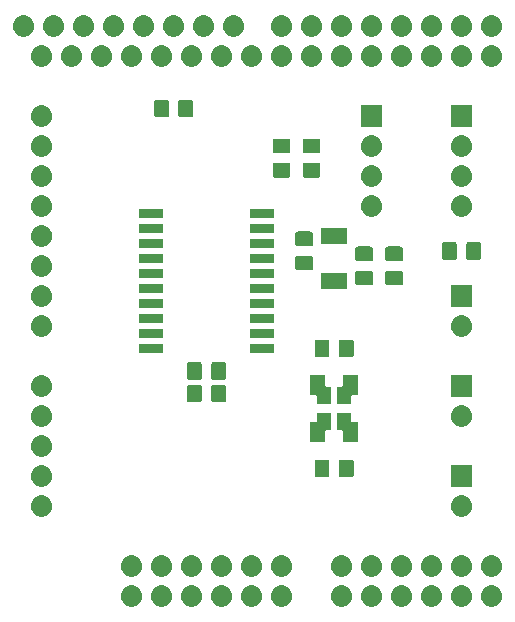
<source format=gbr>
G04 #@! TF.GenerationSoftware,KiCad,Pcbnew,(5.0.1)-4*
G04 #@! TF.CreationDate,2020-04-30T20:25:35+02:00*
G04 #@! TF.ProjectId,freqcounter,66726571636F756E7465722E6B696361,1*
G04 #@! TF.SameCoordinates,Original*
G04 #@! TF.FileFunction,Soldermask,Top*
G04 #@! TF.FilePolarity,Negative*
%FSLAX46Y46*%
G04 Gerber Fmt 4.6, Leading zero omitted, Abs format (unit mm)*
G04 Created by KiCad (PCBNEW (5.0.1)-4) date 30/04/2020 20:25:35*
%MOMM*%
%LPD*%
G01*
G04 APERTURE LIST*
%ADD10C,0.100000*%
G04 APERTURE END LIST*
D10*
G36*
X155050443Y-107055519D02*
X155116627Y-107062037D01*
X155229853Y-107096384D01*
X155286467Y-107113557D01*
X155425087Y-107187652D01*
X155442991Y-107197222D01*
X155478729Y-107226552D01*
X155580186Y-107309814D01*
X155663448Y-107411271D01*
X155692778Y-107447009D01*
X155692779Y-107447011D01*
X155776443Y-107603533D01*
X155776443Y-107603534D01*
X155827963Y-107773373D01*
X155845359Y-107950000D01*
X155827963Y-108126627D01*
X155793616Y-108239853D01*
X155776443Y-108296467D01*
X155702348Y-108435087D01*
X155692778Y-108452991D01*
X155663448Y-108488729D01*
X155580186Y-108590186D01*
X155478729Y-108673448D01*
X155442991Y-108702778D01*
X155442989Y-108702779D01*
X155286467Y-108786443D01*
X155229853Y-108803616D01*
X155116627Y-108837963D01*
X155050442Y-108844482D01*
X154984260Y-108851000D01*
X154895740Y-108851000D01*
X154829558Y-108844482D01*
X154763373Y-108837963D01*
X154650147Y-108803616D01*
X154593533Y-108786443D01*
X154437011Y-108702779D01*
X154437009Y-108702778D01*
X154401271Y-108673448D01*
X154299814Y-108590186D01*
X154216552Y-108488729D01*
X154187222Y-108452991D01*
X154177652Y-108435087D01*
X154103557Y-108296467D01*
X154086384Y-108239853D01*
X154052037Y-108126627D01*
X154034641Y-107950000D01*
X154052037Y-107773373D01*
X154103557Y-107603534D01*
X154103557Y-107603533D01*
X154187221Y-107447011D01*
X154187222Y-107447009D01*
X154216552Y-107411271D01*
X154299814Y-107309814D01*
X154401271Y-107226552D01*
X154437009Y-107197222D01*
X154454913Y-107187652D01*
X154593533Y-107113557D01*
X154650147Y-107096384D01*
X154763373Y-107062037D01*
X154829557Y-107055519D01*
X154895740Y-107049000D01*
X154984260Y-107049000D01*
X155050443Y-107055519D01*
X155050443Y-107055519D01*
G37*
G36*
X160130443Y-107055519D02*
X160196627Y-107062037D01*
X160309853Y-107096384D01*
X160366467Y-107113557D01*
X160505087Y-107187652D01*
X160522991Y-107197222D01*
X160558729Y-107226552D01*
X160660186Y-107309814D01*
X160743448Y-107411271D01*
X160772778Y-107447009D01*
X160772779Y-107447011D01*
X160856443Y-107603533D01*
X160856443Y-107603534D01*
X160907963Y-107773373D01*
X160925359Y-107950000D01*
X160907963Y-108126627D01*
X160873616Y-108239853D01*
X160856443Y-108296467D01*
X160782348Y-108435087D01*
X160772778Y-108452991D01*
X160743448Y-108488729D01*
X160660186Y-108590186D01*
X160558729Y-108673448D01*
X160522991Y-108702778D01*
X160522989Y-108702779D01*
X160366467Y-108786443D01*
X160309853Y-108803616D01*
X160196627Y-108837963D01*
X160130442Y-108844482D01*
X160064260Y-108851000D01*
X159975740Y-108851000D01*
X159909558Y-108844482D01*
X159843373Y-108837963D01*
X159730147Y-108803616D01*
X159673533Y-108786443D01*
X159517011Y-108702779D01*
X159517009Y-108702778D01*
X159481271Y-108673448D01*
X159379814Y-108590186D01*
X159296552Y-108488729D01*
X159267222Y-108452991D01*
X159257652Y-108435087D01*
X159183557Y-108296467D01*
X159166384Y-108239853D01*
X159132037Y-108126627D01*
X159114641Y-107950000D01*
X159132037Y-107773373D01*
X159183557Y-107603534D01*
X159183557Y-107603533D01*
X159267221Y-107447011D01*
X159267222Y-107447009D01*
X159296552Y-107411271D01*
X159379814Y-107309814D01*
X159481271Y-107226552D01*
X159517009Y-107197222D01*
X159534913Y-107187652D01*
X159673533Y-107113557D01*
X159730147Y-107096384D01*
X159843373Y-107062037D01*
X159909557Y-107055519D01*
X159975740Y-107049000D01*
X160064260Y-107049000D01*
X160130443Y-107055519D01*
X160130443Y-107055519D01*
G37*
G36*
X162670443Y-107055519D02*
X162736627Y-107062037D01*
X162849853Y-107096384D01*
X162906467Y-107113557D01*
X163045087Y-107187652D01*
X163062991Y-107197222D01*
X163098729Y-107226552D01*
X163200186Y-107309814D01*
X163283448Y-107411271D01*
X163312778Y-107447009D01*
X163312779Y-107447011D01*
X163396443Y-107603533D01*
X163396443Y-107603534D01*
X163447963Y-107773373D01*
X163465359Y-107950000D01*
X163447963Y-108126627D01*
X163413616Y-108239853D01*
X163396443Y-108296467D01*
X163322348Y-108435087D01*
X163312778Y-108452991D01*
X163283448Y-108488729D01*
X163200186Y-108590186D01*
X163098729Y-108673448D01*
X163062991Y-108702778D01*
X163062989Y-108702779D01*
X162906467Y-108786443D01*
X162849853Y-108803616D01*
X162736627Y-108837963D01*
X162670442Y-108844482D01*
X162604260Y-108851000D01*
X162515740Y-108851000D01*
X162449558Y-108844482D01*
X162383373Y-108837963D01*
X162270147Y-108803616D01*
X162213533Y-108786443D01*
X162057011Y-108702779D01*
X162057009Y-108702778D01*
X162021271Y-108673448D01*
X161919814Y-108590186D01*
X161836552Y-108488729D01*
X161807222Y-108452991D01*
X161797652Y-108435087D01*
X161723557Y-108296467D01*
X161706384Y-108239853D01*
X161672037Y-108126627D01*
X161654641Y-107950000D01*
X161672037Y-107773373D01*
X161723557Y-107603534D01*
X161723557Y-107603533D01*
X161807221Y-107447011D01*
X161807222Y-107447009D01*
X161836552Y-107411271D01*
X161919814Y-107309814D01*
X162021271Y-107226552D01*
X162057009Y-107197222D01*
X162074913Y-107187652D01*
X162213533Y-107113557D01*
X162270147Y-107096384D01*
X162383373Y-107062037D01*
X162449557Y-107055519D01*
X162515740Y-107049000D01*
X162604260Y-107049000D01*
X162670443Y-107055519D01*
X162670443Y-107055519D01*
G37*
G36*
X157590443Y-107055519D02*
X157656627Y-107062037D01*
X157769853Y-107096384D01*
X157826467Y-107113557D01*
X157965087Y-107187652D01*
X157982991Y-107197222D01*
X158018729Y-107226552D01*
X158120186Y-107309814D01*
X158203448Y-107411271D01*
X158232778Y-107447009D01*
X158232779Y-107447011D01*
X158316443Y-107603533D01*
X158316443Y-107603534D01*
X158367963Y-107773373D01*
X158385359Y-107950000D01*
X158367963Y-108126627D01*
X158333616Y-108239853D01*
X158316443Y-108296467D01*
X158242348Y-108435087D01*
X158232778Y-108452991D01*
X158203448Y-108488729D01*
X158120186Y-108590186D01*
X158018729Y-108673448D01*
X157982991Y-108702778D01*
X157982989Y-108702779D01*
X157826467Y-108786443D01*
X157769853Y-108803616D01*
X157656627Y-108837963D01*
X157590442Y-108844482D01*
X157524260Y-108851000D01*
X157435740Y-108851000D01*
X157369558Y-108844482D01*
X157303373Y-108837963D01*
X157190147Y-108803616D01*
X157133533Y-108786443D01*
X156977011Y-108702779D01*
X156977009Y-108702778D01*
X156941271Y-108673448D01*
X156839814Y-108590186D01*
X156756552Y-108488729D01*
X156727222Y-108452991D01*
X156717652Y-108435087D01*
X156643557Y-108296467D01*
X156626384Y-108239853D01*
X156592037Y-108126627D01*
X156574641Y-107950000D01*
X156592037Y-107773373D01*
X156643557Y-107603534D01*
X156643557Y-107603533D01*
X156727221Y-107447011D01*
X156727222Y-107447009D01*
X156756552Y-107411271D01*
X156839814Y-107309814D01*
X156941271Y-107226552D01*
X156977009Y-107197222D01*
X156994913Y-107187652D01*
X157133533Y-107113557D01*
X157190147Y-107096384D01*
X157303373Y-107062037D01*
X157369557Y-107055519D01*
X157435740Y-107049000D01*
X157524260Y-107049000D01*
X157590443Y-107055519D01*
X157590443Y-107055519D01*
G37*
G36*
X144890443Y-107055519D02*
X144956627Y-107062037D01*
X145069853Y-107096384D01*
X145126467Y-107113557D01*
X145265087Y-107187652D01*
X145282991Y-107197222D01*
X145318729Y-107226552D01*
X145420186Y-107309814D01*
X145503448Y-107411271D01*
X145532778Y-107447009D01*
X145532779Y-107447011D01*
X145616443Y-107603533D01*
X145616443Y-107603534D01*
X145667963Y-107773373D01*
X145685359Y-107950000D01*
X145667963Y-108126627D01*
X145633616Y-108239853D01*
X145616443Y-108296467D01*
X145542348Y-108435087D01*
X145532778Y-108452991D01*
X145503448Y-108488729D01*
X145420186Y-108590186D01*
X145318729Y-108673448D01*
X145282991Y-108702778D01*
X145282989Y-108702779D01*
X145126467Y-108786443D01*
X145069853Y-108803616D01*
X144956627Y-108837963D01*
X144890442Y-108844482D01*
X144824260Y-108851000D01*
X144735740Y-108851000D01*
X144669558Y-108844482D01*
X144603373Y-108837963D01*
X144490147Y-108803616D01*
X144433533Y-108786443D01*
X144277011Y-108702779D01*
X144277009Y-108702778D01*
X144241271Y-108673448D01*
X144139814Y-108590186D01*
X144056552Y-108488729D01*
X144027222Y-108452991D01*
X144017652Y-108435087D01*
X143943557Y-108296467D01*
X143926384Y-108239853D01*
X143892037Y-108126627D01*
X143874641Y-107950000D01*
X143892037Y-107773373D01*
X143943557Y-107603534D01*
X143943557Y-107603533D01*
X144027221Y-107447011D01*
X144027222Y-107447009D01*
X144056552Y-107411271D01*
X144139814Y-107309814D01*
X144241271Y-107226552D01*
X144277009Y-107197222D01*
X144294913Y-107187652D01*
X144433533Y-107113557D01*
X144490147Y-107096384D01*
X144603373Y-107062037D01*
X144669557Y-107055519D01*
X144735740Y-107049000D01*
X144824260Y-107049000D01*
X144890443Y-107055519D01*
X144890443Y-107055519D01*
G37*
G36*
X142350443Y-107055519D02*
X142416627Y-107062037D01*
X142529853Y-107096384D01*
X142586467Y-107113557D01*
X142725087Y-107187652D01*
X142742991Y-107197222D01*
X142778729Y-107226552D01*
X142880186Y-107309814D01*
X142963448Y-107411271D01*
X142992778Y-107447009D01*
X142992779Y-107447011D01*
X143076443Y-107603533D01*
X143076443Y-107603534D01*
X143127963Y-107773373D01*
X143145359Y-107950000D01*
X143127963Y-108126627D01*
X143093616Y-108239853D01*
X143076443Y-108296467D01*
X143002348Y-108435087D01*
X142992778Y-108452991D01*
X142963448Y-108488729D01*
X142880186Y-108590186D01*
X142778729Y-108673448D01*
X142742991Y-108702778D01*
X142742989Y-108702779D01*
X142586467Y-108786443D01*
X142529853Y-108803616D01*
X142416627Y-108837963D01*
X142350442Y-108844482D01*
X142284260Y-108851000D01*
X142195740Y-108851000D01*
X142129558Y-108844482D01*
X142063373Y-108837963D01*
X141950147Y-108803616D01*
X141893533Y-108786443D01*
X141737011Y-108702779D01*
X141737009Y-108702778D01*
X141701271Y-108673448D01*
X141599814Y-108590186D01*
X141516552Y-108488729D01*
X141487222Y-108452991D01*
X141477652Y-108435087D01*
X141403557Y-108296467D01*
X141386384Y-108239853D01*
X141352037Y-108126627D01*
X141334641Y-107950000D01*
X141352037Y-107773373D01*
X141403557Y-107603534D01*
X141403557Y-107603533D01*
X141487221Y-107447011D01*
X141487222Y-107447009D01*
X141516552Y-107411271D01*
X141599814Y-107309814D01*
X141701271Y-107226552D01*
X141737009Y-107197222D01*
X141754913Y-107187652D01*
X141893533Y-107113557D01*
X141950147Y-107096384D01*
X142063373Y-107062037D01*
X142129557Y-107055519D01*
X142195740Y-107049000D01*
X142284260Y-107049000D01*
X142350443Y-107055519D01*
X142350443Y-107055519D01*
G37*
G36*
X139810443Y-107055519D02*
X139876627Y-107062037D01*
X139989853Y-107096384D01*
X140046467Y-107113557D01*
X140185087Y-107187652D01*
X140202991Y-107197222D01*
X140238729Y-107226552D01*
X140340186Y-107309814D01*
X140423448Y-107411271D01*
X140452778Y-107447009D01*
X140452779Y-107447011D01*
X140536443Y-107603533D01*
X140536443Y-107603534D01*
X140587963Y-107773373D01*
X140605359Y-107950000D01*
X140587963Y-108126627D01*
X140553616Y-108239853D01*
X140536443Y-108296467D01*
X140462348Y-108435087D01*
X140452778Y-108452991D01*
X140423448Y-108488729D01*
X140340186Y-108590186D01*
X140238729Y-108673448D01*
X140202991Y-108702778D01*
X140202989Y-108702779D01*
X140046467Y-108786443D01*
X139989853Y-108803616D01*
X139876627Y-108837963D01*
X139810442Y-108844482D01*
X139744260Y-108851000D01*
X139655740Y-108851000D01*
X139589558Y-108844482D01*
X139523373Y-108837963D01*
X139410147Y-108803616D01*
X139353533Y-108786443D01*
X139197011Y-108702779D01*
X139197009Y-108702778D01*
X139161271Y-108673448D01*
X139059814Y-108590186D01*
X138976552Y-108488729D01*
X138947222Y-108452991D01*
X138937652Y-108435087D01*
X138863557Y-108296467D01*
X138846384Y-108239853D01*
X138812037Y-108126627D01*
X138794641Y-107950000D01*
X138812037Y-107773373D01*
X138863557Y-107603534D01*
X138863557Y-107603533D01*
X138947221Y-107447011D01*
X138947222Y-107447009D01*
X138976552Y-107411271D01*
X139059814Y-107309814D01*
X139161271Y-107226552D01*
X139197009Y-107197222D01*
X139214913Y-107187652D01*
X139353533Y-107113557D01*
X139410147Y-107096384D01*
X139523373Y-107062037D01*
X139589557Y-107055519D01*
X139655740Y-107049000D01*
X139744260Y-107049000D01*
X139810443Y-107055519D01*
X139810443Y-107055519D01*
G37*
G36*
X134730443Y-107055519D02*
X134796627Y-107062037D01*
X134909853Y-107096384D01*
X134966467Y-107113557D01*
X135105087Y-107187652D01*
X135122991Y-107197222D01*
X135158729Y-107226552D01*
X135260186Y-107309814D01*
X135343448Y-107411271D01*
X135372778Y-107447009D01*
X135372779Y-107447011D01*
X135456443Y-107603533D01*
X135456443Y-107603534D01*
X135507963Y-107773373D01*
X135525359Y-107950000D01*
X135507963Y-108126627D01*
X135473616Y-108239853D01*
X135456443Y-108296467D01*
X135382348Y-108435087D01*
X135372778Y-108452991D01*
X135343448Y-108488729D01*
X135260186Y-108590186D01*
X135158729Y-108673448D01*
X135122991Y-108702778D01*
X135122989Y-108702779D01*
X134966467Y-108786443D01*
X134909853Y-108803616D01*
X134796627Y-108837963D01*
X134730442Y-108844482D01*
X134664260Y-108851000D01*
X134575740Y-108851000D01*
X134509558Y-108844482D01*
X134443373Y-108837963D01*
X134330147Y-108803616D01*
X134273533Y-108786443D01*
X134117011Y-108702779D01*
X134117009Y-108702778D01*
X134081271Y-108673448D01*
X133979814Y-108590186D01*
X133896552Y-108488729D01*
X133867222Y-108452991D01*
X133857652Y-108435087D01*
X133783557Y-108296467D01*
X133766384Y-108239853D01*
X133732037Y-108126627D01*
X133714641Y-107950000D01*
X133732037Y-107773373D01*
X133783557Y-107603534D01*
X133783557Y-107603533D01*
X133867221Y-107447011D01*
X133867222Y-107447009D01*
X133896552Y-107411271D01*
X133979814Y-107309814D01*
X134081271Y-107226552D01*
X134117009Y-107197222D01*
X134134913Y-107187652D01*
X134273533Y-107113557D01*
X134330147Y-107096384D01*
X134443373Y-107062037D01*
X134509557Y-107055519D01*
X134575740Y-107049000D01*
X134664260Y-107049000D01*
X134730443Y-107055519D01*
X134730443Y-107055519D01*
G37*
G36*
X137270443Y-107055519D02*
X137336627Y-107062037D01*
X137449853Y-107096384D01*
X137506467Y-107113557D01*
X137645087Y-107187652D01*
X137662991Y-107197222D01*
X137698729Y-107226552D01*
X137800186Y-107309814D01*
X137883448Y-107411271D01*
X137912778Y-107447009D01*
X137912779Y-107447011D01*
X137996443Y-107603533D01*
X137996443Y-107603534D01*
X138047963Y-107773373D01*
X138065359Y-107950000D01*
X138047963Y-108126627D01*
X138013616Y-108239853D01*
X137996443Y-108296467D01*
X137922348Y-108435087D01*
X137912778Y-108452991D01*
X137883448Y-108488729D01*
X137800186Y-108590186D01*
X137698729Y-108673448D01*
X137662991Y-108702778D01*
X137662989Y-108702779D01*
X137506467Y-108786443D01*
X137449853Y-108803616D01*
X137336627Y-108837963D01*
X137270442Y-108844482D01*
X137204260Y-108851000D01*
X137115740Y-108851000D01*
X137049558Y-108844482D01*
X136983373Y-108837963D01*
X136870147Y-108803616D01*
X136813533Y-108786443D01*
X136657011Y-108702779D01*
X136657009Y-108702778D01*
X136621271Y-108673448D01*
X136519814Y-108590186D01*
X136436552Y-108488729D01*
X136407222Y-108452991D01*
X136397652Y-108435087D01*
X136323557Y-108296467D01*
X136306384Y-108239853D01*
X136272037Y-108126627D01*
X136254641Y-107950000D01*
X136272037Y-107773373D01*
X136323557Y-107603534D01*
X136323557Y-107603533D01*
X136407221Y-107447011D01*
X136407222Y-107447009D01*
X136436552Y-107411271D01*
X136519814Y-107309814D01*
X136621271Y-107226552D01*
X136657009Y-107197222D01*
X136674913Y-107187652D01*
X136813533Y-107113557D01*
X136870147Y-107096384D01*
X136983373Y-107062037D01*
X137049557Y-107055519D01*
X137115740Y-107049000D01*
X137204260Y-107049000D01*
X137270443Y-107055519D01*
X137270443Y-107055519D01*
G37*
G36*
X152510443Y-107055519D02*
X152576627Y-107062037D01*
X152689853Y-107096384D01*
X152746467Y-107113557D01*
X152885087Y-107187652D01*
X152902991Y-107197222D01*
X152938729Y-107226552D01*
X153040186Y-107309814D01*
X153123448Y-107411271D01*
X153152778Y-107447009D01*
X153152779Y-107447011D01*
X153236443Y-107603533D01*
X153236443Y-107603534D01*
X153287963Y-107773373D01*
X153305359Y-107950000D01*
X153287963Y-108126627D01*
X153253616Y-108239853D01*
X153236443Y-108296467D01*
X153162348Y-108435087D01*
X153152778Y-108452991D01*
X153123448Y-108488729D01*
X153040186Y-108590186D01*
X152938729Y-108673448D01*
X152902991Y-108702778D01*
X152902989Y-108702779D01*
X152746467Y-108786443D01*
X152689853Y-108803616D01*
X152576627Y-108837963D01*
X152510442Y-108844482D01*
X152444260Y-108851000D01*
X152355740Y-108851000D01*
X152289558Y-108844482D01*
X152223373Y-108837963D01*
X152110147Y-108803616D01*
X152053533Y-108786443D01*
X151897011Y-108702779D01*
X151897009Y-108702778D01*
X151861271Y-108673448D01*
X151759814Y-108590186D01*
X151676552Y-108488729D01*
X151647222Y-108452991D01*
X151637652Y-108435087D01*
X151563557Y-108296467D01*
X151546384Y-108239853D01*
X151512037Y-108126627D01*
X151494641Y-107950000D01*
X151512037Y-107773373D01*
X151563557Y-107603534D01*
X151563557Y-107603533D01*
X151647221Y-107447011D01*
X151647222Y-107447009D01*
X151676552Y-107411271D01*
X151759814Y-107309814D01*
X151861271Y-107226552D01*
X151897009Y-107197222D01*
X151914913Y-107187652D01*
X152053533Y-107113557D01*
X152110147Y-107096384D01*
X152223373Y-107062037D01*
X152289557Y-107055519D01*
X152355740Y-107049000D01*
X152444260Y-107049000D01*
X152510443Y-107055519D01*
X152510443Y-107055519D01*
G37*
G36*
X132190443Y-107055519D02*
X132256627Y-107062037D01*
X132369853Y-107096384D01*
X132426467Y-107113557D01*
X132565087Y-107187652D01*
X132582991Y-107197222D01*
X132618729Y-107226552D01*
X132720186Y-107309814D01*
X132803448Y-107411271D01*
X132832778Y-107447009D01*
X132832779Y-107447011D01*
X132916443Y-107603533D01*
X132916443Y-107603534D01*
X132967963Y-107773373D01*
X132985359Y-107950000D01*
X132967963Y-108126627D01*
X132933616Y-108239853D01*
X132916443Y-108296467D01*
X132842348Y-108435087D01*
X132832778Y-108452991D01*
X132803448Y-108488729D01*
X132720186Y-108590186D01*
X132618729Y-108673448D01*
X132582991Y-108702778D01*
X132582989Y-108702779D01*
X132426467Y-108786443D01*
X132369853Y-108803616D01*
X132256627Y-108837963D01*
X132190442Y-108844482D01*
X132124260Y-108851000D01*
X132035740Y-108851000D01*
X131969558Y-108844482D01*
X131903373Y-108837963D01*
X131790147Y-108803616D01*
X131733533Y-108786443D01*
X131577011Y-108702779D01*
X131577009Y-108702778D01*
X131541271Y-108673448D01*
X131439814Y-108590186D01*
X131356552Y-108488729D01*
X131327222Y-108452991D01*
X131317652Y-108435087D01*
X131243557Y-108296467D01*
X131226384Y-108239853D01*
X131192037Y-108126627D01*
X131174641Y-107950000D01*
X131192037Y-107773373D01*
X131243557Y-107603534D01*
X131243557Y-107603533D01*
X131327221Y-107447011D01*
X131327222Y-107447009D01*
X131356552Y-107411271D01*
X131439814Y-107309814D01*
X131541271Y-107226552D01*
X131577009Y-107197222D01*
X131594913Y-107187652D01*
X131733533Y-107113557D01*
X131790147Y-107096384D01*
X131903373Y-107062037D01*
X131969557Y-107055519D01*
X132035740Y-107049000D01*
X132124260Y-107049000D01*
X132190443Y-107055519D01*
X132190443Y-107055519D01*
G37*
G36*
X149970443Y-107055519D02*
X150036627Y-107062037D01*
X150149853Y-107096384D01*
X150206467Y-107113557D01*
X150345087Y-107187652D01*
X150362991Y-107197222D01*
X150398729Y-107226552D01*
X150500186Y-107309814D01*
X150583448Y-107411271D01*
X150612778Y-107447009D01*
X150612779Y-107447011D01*
X150696443Y-107603533D01*
X150696443Y-107603534D01*
X150747963Y-107773373D01*
X150765359Y-107950000D01*
X150747963Y-108126627D01*
X150713616Y-108239853D01*
X150696443Y-108296467D01*
X150622348Y-108435087D01*
X150612778Y-108452991D01*
X150583448Y-108488729D01*
X150500186Y-108590186D01*
X150398729Y-108673448D01*
X150362991Y-108702778D01*
X150362989Y-108702779D01*
X150206467Y-108786443D01*
X150149853Y-108803616D01*
X150036627Y-108837963D01*
X149970442Y-108844482D01*
X149904260Y-108851000D01*
X149815740Y-108851000D01*
X149749558Y-108844482D01*
X149683373Y-108837963D01*
X149570147Y-108803616D01*
X149513533Y-108786443D01*
X149357011Y-108702779D01*
X149357009Y-108702778D01*
X149321271Y-108673448D01*
X149219814Y-108590186D01*
X149136552Y-108488729D01*
X149107222Y-108452991D01*
X149097652Y-108435087D01*
X149023557Y-108296467D01*
X149006384Y-108239853D01*
X148972037Y-108126627D01*
X148954641Y-107950000D01*
X148972037Y-107773373D01*
X149023557Y-107603534D01*
X149023557Y-107603533D01*
X149107221Y-107447011D01*
X149107222Y-107447009D01*
X149136552Y-107411271D01*
X149219814Y-107309814D01*
X149321271Y-107226552D01*
X149357009Y-107197222D01*
X149374913Y-107187652D01*
X149513533Y-107113557D01*
X149570147Y-107096384D01*
X149683373Y-107062037D01*
X149749557Y-107055519D01*
X149815740Y-107049000D01*
X149904260Y-107049000D01*
X149970443Y-107055519D01*
X149970443Y-107055519D01*
G37*
G36*
X157590442Y-104515518D02*
X157656627Y-104522037D01*
X157769853Y-104556384D01*
X157826467Y-104573557D01*
X157965087Y-104647652D01*
X157982991Y-104657222D01*
X158018729Y-104686552D01*
X158120186Y-104769814D01*
X158203448Y-104871271D01*
X158232778Y-104907009D01*
X158232779Y-104907011D01*
X158316443Y-105063533D01*
X158316443Y-105063534D01*
X158367963Y-105233373D01*
X158385359Y-105410000D01*
X158367963Y-105586627D01*
X158333616Y-105699853D01*
X158316443Y-105756467D01*
X158242348Y-105895087D01*
X158232778Y-105912991D01*
X158203448Y-105948729D01*
X158120186Y-106050186D01*
X158018729Y-106133448D01*
X157982991Y-106162778D01*
X157982989Y-106162779D01*
X157826467Y-106246443D01*
X157769853Y-106263616D01*
X157656627Y-106297963D01*
X157590443Y-106304481D01*
X157524260Y-106311000D01*
X157435740Y-106311000D01*
X157369557Y-106304481D01*
X157303373Y-106297963D01*
X157190147Y-106263616D01*
X157133533Y-106246443D01*
X156977011Y-106162779D01*
X156977009Y-106162778D01*
X156941271Y-106133448D01*
X156839814Y-106050186D01*
X156756552Y-105948729D01*
X156727222Y-105912991D01*
X156717652Y-105895087D01*
X156643557Y-105756467D01*
X156626384Y-105699853D01*
X156592037Y-105586627D01*
X156574641Y-105410000D01*
X156592037Y-105233373D01*
X156643557Y-105063534D01*
X156643557Y-105063533D01*
X156727221Y-104907011D01*
X156727222Y-104907009D01*
X156756552Y-104871271D01*
X156839814Y-104769814D01*
X156941271Y-104686552D01*
X156977009Y-104657222D01*
X156994913Y-104647652D01*
X157133533Y-104573557D01*
X157190147Y-104556384D01*
X157303373Y-104522037D01*
X157369557Y-104515519D01*
X157435740Y-104509000D01*
X157524260Y-104509000D01*
X157590442Y-104515518D01*
X157590442Y-104515518D01*
G37*
G36*
X162670442Y-104515518D02*
X162736627Y-104522037D01*
X162849853Y-104556384D01*
X162906467Y-104573557D01*
X163045087Y-104647652D01*
X163062991Y-104657222D01*
X163098729Y-104686552D01*
X163200186Y-104769814D01*
X163283448Y-104871271D01*
X163312778Y-104907009D01*
X163312779Y-104907011D01*
X163396443Y-105063533D01*
X163396443Y-105063534D01*
X163447963Y-105233373D01*
X163465359Y-105410000D01*
X163447963Y-105586627D01*
X163413616Y-105699853D01*
X163396443Y-105756467D01*
X163322348Y-105895087D01*
X163312778Y-105912991D01*
X163283448Y-105948729D01*
X163200186Y-106050186D01*
X163098729Y-106133448D01*
X163062991Y-106162778D01*
X163062989Y-106162779D01*
X162906467Y-106246443D01*
X162849853Y-106263616D01*
X162736627Y-106297963D01*
X162670443Y-106304481D01*
X162604260Y-106311000D01*
X162515740Y-106311000D01*
X162449557Y-106304481D01*
X162383373Y-106297963D01*
X162270147Y-106263616D01*
X162213533Y-106246443D01*
X162057011Y-106162779D01*
X162057009Y-106162778D01*
X162021271Y-106133448D01*
X161919814Y-106050186D01*
X161836552Y-105948729D01*
X161807222Y-105912991D01*
X161797652Y-105895087D01*
X161723557Y-105756467D01*
X161706384Y-105699853D01*
X161672037Y-105586627D01*
X161654641Y-105410000D01*
X161672037Y-105233373D01*
X161723557Y-105063534D01*
X161723557Y-105063533D01*
X161807221Y-104907011D01*
X161807222Y-104907009D01*
X161836552Y-104871271D01*
X161919814Y-104769814D01*
X162021271Y-104686552D01*
X162057009Y-104657222D01*
X162074913Y-104647652D01*
X162213533Y-104573557D01*
X162270147Y-104556384D01*
X162383373Y-104522037D01*
X162449557Y-104515519D01*
X162515740Y-104509000D01*
X162604260Y-104509000D01*
X162670442Y-104515518D01*
X162670442Y-104515518D01*
G37*
G36*
X144890442Y-104515518D02*
X144956627Y-104522037D01*
X145069853Y-104556384D01*
X145126467Y-104573557D01*
X145265087Y-104647652D01*
X145282991Y-104657222D01*
X145318729Y-104686552D01*
X145420186Y-104769814D01*
X145503448Y-104871271D01*
X145532778Y-104907009D01*
X145532779Y-104907011D01*
X145616443Y-105063533D01*
X145616443Y-105063534D01*
X145667963Y-105233373D01*
X145685359Y-105410000D01*
X145667963Y-105586627D01*
X145633616Y-105699853D01*
X145616443Y-105756467D01*
X145542348Y-105895087D01*
X145532778Y-105912991D01*
X145503448Y-105948729D01*
X145420186Y-106050186D01*
X145318729Y-106133448D01*
X145282991Y-106162778D01*
X145282989Y-106162779D01*
X145126467Y-106246443D01*
X145069853Y-106263616D01*
X144956627Y-106297963D01*
X144890443Y-106304481D01*
X144824260Y-106311000D01*
X144735740Y-106311000D01*
X144669557Y-106304481D01*
X144603373Y-106297963D01*
X144490147Y-106263616D01*
X144433533Y-106246443D01*
X144277011Y-106162779D01*
X144277009Y-106162778D01*
X144241271Y-106133448D01*
X144139814Y-106050186D01*
X144056552Y-105948729D01*
X144027222Y-105912991D01*
X144017652Y-105895087D01*
X143943557Y-105756467D01*
X143926384Y-105699853D01*
X143892037Y-105586627D01*
X143874641Y-105410000D01*
X143892037Y-105233373D01*
X143943557Y-105063534D01*
X143943557Y-105063533D01*
X144027221Y-104907011D01*
X144027222Y-104907009D01*
X144056552Y-104871271D01*
X144139814Y-104769814D01*
X144241271Y-104686552D01*
X144277009Y-104657222D01*
X144294913Y-104647652D01*
X144433533Y-104573557D01*
X144490147Y-104556384D01*
X144603373Y-104522037D01*
X144669557Y-104515519D01*
X144735740Y-104509000D01*
X144824260Y-104509000D01*
X144890442Y-104515518D01*
X144890442Y-104515518D01*
G37*
G36*
X142350442Y-104515518D02*
X142416627Y-104522037D01*
X142529853Y-104556384D01*
X142586467Y-104573557D01*
X142725087Y-104647652D01*
X142742991Y-104657222D01*
X142778729Y-104686552D01*
X142880186Y-104769814D01*
X142963448Y-104871271D01*
X142992778Y-104907009D01*
X142992779Y-104907011D01*
X143076443Y-105063533D01*
X143076443Y-105063534D01*
X143127963Y-105233373D01*
X143145359Y-105410000D01*
X143127963Y-105586627D01*
X143093616Y-105699853D01*
X143076443Y-105756467D01*
X143002348Y-105895087D01*
X142992778Y-105912991D01*
X142963448Y-105948729D01*
X142880186Y-106050186D01*
X142778729Y-106133448D01*
X142742991Y-106162778D01*
X142742989Y-106162779D01*
X142586467Y-106246443D01*
X142529853Y-106263616D01*
X142416627Y-106297963D01*
X142350443Y-106304481D01*
X142284260Y-106311000D01*
X142195740Y-106311000D01*
X142129557Y-106304481D01*
X142063373Y-106297963D01*
X141950147Y-106263616D01*
X141893533Y-106246443D01*
X141737011Y-106162779D01*
X141737009Y-106162778D01*
X141701271Y-106133448D01*
X141599814Y-106050186D01*
X141516552Y-105948729D01*
X141487222Y-105912991D01*
X141477652Y-105895087D01*
X141403557Y-105756467D01*
X141386384Y-105699853D01*
X141352037Y-105586627D01*
X141334641Y-105410000D01*
X141352037Y-105233373D01*
X141403557Y-105063534D01*
X141403557Y-105063533D01*
X141487221Y-104907011D01*
X141487222Y-104907009D01*
X141516552Y-104871271D01*
X141599814Y-104769814D01*
X141701271Y-104686552D01*
X141737009Y-104657222D01*
X141754913Y-104647652D01*
X141893533Y-104573557D01*
X141950147Y-104556384D01*
X142063373Y-104522037D01*
X142129557Y-104515519D01*
X142195740Y-104509000D01*
X142284260Y-104509000D01*
X142350442Y-104515518D01*
X142350442Y-104515518D01*
G37*
G36*
X139810442Y-104515518D02*
X139876627Y-104522037D01*
X139989853Y-104556384D01*
X140046467Y-104573557D01*
X140185087Y-104647652D01*
X140202991Y-104657222D01*
X140238729Y-104686552D01*
X140340186Y-104769814D01*
X140423448Y-104871271D01*
X140452778Y-104907009D01*
X140452779Y-104907011D01*
X140536443Y-105063533D01*
X140536443Y-105063534D01*
X140587963Y-105233373D01*
X140605359Y-105410000D01*
X140587963Y-105586627D01*
X140553616Y-105699853D01*
X140536443Y-105756467D01*
X140462348Y-105895087D01*
X140452778Y-105912991D01*
X140423448Y-105948729D01*
X140340186Y-106050186D01*
X140238729Y-106133448D01*
X140202991Y-106162778D01*
X140202989Y-106162779D01*
X140046467Y-106246443D01*
X139989853Y-106263616D01*
X139876627Y-106297963D01*
X139810443Y-106304481D01*
X139744260Y-106311000D01*
X139655740Y-106311000D01*
X139589557Y-106304481D01*
X139523373Y-106297963D01*
X139410147Y-106263616D01*
X139353533Y-106246443D01*
X139197011Y-106162779D01*
X139197009Y-106162778D01*
X139161271Y-106133448D01*
X139059814Y-106050186D01*
X138976552Y-105948729D01*
X138947222Y-105912991D01*
X138937652Y-105895087D01*
X138863557Y-105756467D01*
X138846384Y-105699853D01*
X138812037Y-105586627D01*
X138794641Y-105410000D01*
X138812037Y-105233373D01*
X138863557Y-105063534D01*
X138863557Y-105063533D01*
X138947221Y-104907011D01*
X138947222Y-104907009D01*
X138976552Y-104871271D01*
X139059814Y-104769814D01*
X139161271Y-104686552D01*
X139197009Y-104657222D01*
X139214913Y-104647652D01*
X139353533Y-104573557D01*
X139410147Y-104556384D01*
X139523373Y-104522037D01*
X139589557Y-104515519D01*
X139655740Y-104509000D01*
X139744260Y-104509000D01*
X139810442Y-104515518D01*
X139810442Y-104515518D01*
G37*
G36*
X137270442Y-104515518D02*
X137336627Y-104522037D01*
X137449853Y-104556384D01*
X137506467Y-104573557D01*
X137645087Y-104647652D01*
X137662991Y-104657222D01*
X137698729Y-104686552D01*
X137800186Y-104769814D01*
X137883448Y-104871271D01*
X137912778Y-104907009D01*
X137912779Y-104907011D01*
X137996443Y-105063533D01*
X137996443Y-105063534D01*
X138047963Y-105233373D01*
X138065359Y-105410000D01*
X138047963Y-105586627D01*
X138013616Y-105699853D01*
X137996443Y-105756467D01*
X137922348Y-105895087D01*
X137912778Y-105912991D01*
X137883448Y-105948729D01*
X137800186Y-106050186D01*
X137698729Y-106133448D01*
X137662991Y-106162778D01*
X137662989Y-106162779D01*
X137506467Y-106246443D01*
X137449853Y-106263616D01*
X137336627Y-106297963D01*
X137270443Y-106304481D01*
X137204260Y-106311000D01*
X137115740Y-106311000D01*
X137049557Y-106304481D01*
X136983373Y-106297963D01*
X136870147Y-106263616D01*
X136813533Y-106246443D01*
X136657011Y-106162779D01*
X136657009Y-106162778D01*
X136621271Y-106133448D01*
X136519814Y-106050186D01*
X136436552Y-105948729D01*
X136407222Y-105912991D01*
X136397652Y-105895087D01*
X136323557Y-105756467D01*
X136306384Y-105699853D01*
X136272037Y-105586627D01*
X136254641Y-105410000D01*
X136272037Y-105233373D01*
X136323557Y-105063534D01*
X136323557Y-105063533D01*
X136407221Y-104907011D01*
X136407222Y-104907009D01*
X136436552Y-104871271D01*
X136519814Y-104769814D01*
X136621271Y-104686552D01*
X136657009Y-104657222D01*
X136674913Y-104647652D01*
X136813533Y-104573557D01*
X136870147Y-104556384D01*
X136983373Y-104522037D01*
X137049557Y-104515519D01*
X137115740Y-104509000D01*
X137204260Y-104509000D01*
X137270442Y-104515518D01*
X137270442Y-104515518D01*
G37*
G36*
X132190442Y-104515518D02*
X132256627Y-104522037D01*
X132369853Y-104556384D01*
X132426467Y-104573557D01*
X132565087Y-104647652D01*
X132582991Y-104657222D01*
X132618729Y-104686552D01*
X132720186Y-104769814D01*
X132803448Y-104871271D01*
X132832778Y-104907009D01*
X132832779Y-104907011D01*
X132916443Y-105063533D01*
X132916443Y-105063534D01*
X132967963Y-105233373D01*
X132985359Y-105410000D01*
X132967963Y-105586627D01*
X132933616Y-105699853D01*
X132916443Y-105756467D01*
X132842348Y-105895087D01*
X132832778Y-105912991D01*
X132803448Y-105948729D01*
X132720186Y-106050186D01*
X132618729Y-106133448D01*
X132582991Y-106162778D01*
X132582989Y-106162779D01*
X132426467Y-106246443D01*
X132369853Y-106263616D01*
X132256627Y-106297963D01*
X132190443Y-106304481D01*
X132124260Y-106311000D01*
X132035740Y-106311000D01*
X131969557Y-106304481D01*
X131903373Y-106297963D01*
X131790147Y-106263616D01*
X131733533Y-106246443D01*
X131577011Y-106162779D01*
X131577009Y-106162778D01*
X131541271Y-106133448D01*
X131439814Y-106050186D01*
X131356552Y-105948729D01*
X131327222Y-105912991D01*
X131317652Y-105895087D01*
X131243557Y-105756467D01*
X131226384Y-105699853D01*
X131192037Y-105586627D01*
X131174641Y-105410000D01*
X131192037Y-105233373D01*
X131243557Y-105063534D01*
X131243557Y-105063533D01*
X131327221Y-104907011D01*
X131327222Y-104907009D01*
X131356552Y-104871271D01*
X131439814Y-104769814D01*
X131541271Y-104686552D01*
X131577009Y-104657222D01*
X131594913Y-104647652D01*
X131733533Y-104573557D01*
X131790147Y-104556384D01*
X131903373Y-104522037D01*
X131969557Y-104515519D01*
X132035740Y-104509000D01*
X132124260Y-104509000D01*
X132190442Y-104515518D01*
X132190442Y-104515518D01*
G37*
G36*
X155050442Y-104515518D02*
X155116627Y-104522037D01*
X155229853Y-104556384D01*
X155286467Y-104573557D01*
X155425087Y-104647652D01*
X155442991Y-104657222D01*
X155478729Y-104686552D01*
X155580186Y-104769814D01*
X155663448Y-104871271D01*
X155692778Y-104907009D01*
X155692779Y-104907011D01*
X155776443Y-105063533D01*
X155776443Y-105063534D01*
X155827963Y-105233373D01*
X155845359Y-105410000D01*
X155827963Y-105586627D01*
X155793616Y-105699853D01*
X155776443Y-105756467D01*
X155702348Y-105895087D01*
X155692778Y-105912991D01*
X155663448Y-105948729D01*
X155580186Y-106050186D01*
X155478729Y-106133448D01*
X155442991Y-106162778D01*
X155442989Y-106162779D01*
X155286467Y-106246443D01*
X155229853Y-106263616D01*
X155116627Y-106297963D01*
X155050443Y-106304481D01*
X154984260Y-106311000D01*
X154895740Y-106311000D01*
X154829557Y-106304481D01*
X154763373Y-106297963D01*
X154650147Y-106263616D01*
X154593533Y-106246443D01*
X154437011Y-106162779D01*
X154437009Y-106162778D01*
X154401271Y-106133448D01*
X154299814Y-106050186D01*
X154216552Y-105948729D01*
X154187222Y-105912991D01*
X154177652Y-105895087D01*
X154103557Y-105756467D01*
X154086384Y-105699853D01*
X154052037Y-105586627D01*
X154034641Y-105410000D01*
X154052037Y-105233373D01*
X154103557Y-105063534D01*
X154103557Y-105063533D01*
X154187221Y-104907011D01*
X154187222Y-104907009D01*
X154216552Y-104871271D01*
X154299814Y-104769814D01*
X154401271Y-104686552D01*
X154437009Y-104657222D01*
X154454913Y-104647652D01*
X154593533Y-104573557D01*
X154650147Y-104556384D01*
X154763373Y-104522037D01*
X154829557Y-104515519D01*
X154895740Y-104509000D01*
X154984260Y-104509000D01*
X155050442Y-104515518D01*
X155050442Y-104515518D01*
G37*
G36*
X149970442Y-104515518D02*
X150036627Y-104522037D01*
X150149853Y-104556384D01*
X150206467Y-104573557D01*
X150345087Y-104647652D01*
X150362991Y-104657222D01*
X150398729Y-104686552D01*
X150500186Y-104769814D01*
X150583448Y-104871271D01*
X150612778Y-104907009D01*
X150612779Y-104907011D01*
X150696443Y-105063533D01*
X150696443Y-105063534D01*
X150747963Y-105233373D01*
X150765359Y-105410000D01*
X150747963Y-105586627D01*
X150713616Y-105699853D01*
X150696443Y-105756467D01*
X150622348Y-105895087D01*
X150612778Y-105912991D01*
X150583448Y-105948729D01*
X150500186Y-106050186D01*
X150398729Y-106133448D01*
X150362991Y-106162778D01*
X150362989Y-106162779D01*
X150206467Y-106246443D01*
X150149853Y-106263616D01*
X150036627Y-106297963D01*
X149970443Y-106304481D01*
X149904260Y-106311000D01*
X149815740Y-106311000D01*
X149749557Y-106304481D01*
X149683373Y-106297963D01*
X149570147Y-106263616D01*
X149513533Y-106246443D01*
X149357011Y-106162779D01*
X149357009Y-106162778D01*
X149321271Y-106133448D01*
X149219814Y-106050186D01*
X149136552Y-105948729D01*
X149107222Y-105912991D01*
X149097652Y-105895087D01*
X149023557Y-105756467D01*
X149006384Y-105699853D01*
X148972037Y-105586627D01*
X148954641Y-105410000D01*
X148972037Y-105233373D01*
X149023557Y-105063534D01*
X149023557Y-105063533D01*
X149107221Y-104907011D01*
X149107222Y-104907009D01*
X149136552Y-104871271D01*
X149219814Y-104769814D01*
X149321271Y-104686552D01*
X149357009Y-104657222D01*
X149374913Y-104647652D01*
X149513533Y-104573557D01*
X149570147Y-104556384D01*
X149683373Y-104522037D01*
X149749557Y-104515519D01*
X149815740Y-104509000D01*
X149904260Y-104509000D01*
X149970442Y-104515518D01*
X149970442Y-104515518D01*
G37*
G36*
X152510442Y-104515518D02*
X152576627Y-104522037D01*
X152689853Y-104556384D01*
X152746467Y-104573557D01*
X152885087Y-104647652D01*
X152902991Y-104657222D01*
X152938729Y-104686552D01*
X153040186Y-104769814D01*
X153123448Y-104871271D01*
X153152778Y-104907009D01*
X153152779Y-104907011D01*
X153236443Y-105063533D01*
X153236443Y-105063534D01*
X153287963Y-105233373D01*
X153305359Y-105410000D01*
X153287963Y-105586627D01*
X153253616Y-105699853D01*
X153236443Y-105756467D01*
X153162348Y-105895087D01*
X153152778Y-105912991D01*
X153123448Y-105948729D01*
X153040186Y-106050186D01*
X152938729Y-106133448D01*
X152902991Y-106162778D01*
X152902989Y-106162779D01*
X152746467Y-106246443D01*
X152689853Y-106263616D01*
X152576627Y-106297963D01*
X152510443Y-106304481D01*
X152444260Y-106311000D01*
X152355740Y-106311000D01*
X152289557Y-106304481D01*
X152223373Y-106297963D01*
X152110147Y-106263616D01*
X152053533Y-106246443D01*
X151897011Y-106162779D01*
X151897009Y-106162778D01*
X151861271Y-106133448D01*
X151759814Y-106050186D01*
X151676552Y-105948729D01*
X151647222Y-105912991D01*
X151637652Y-105895087D01*
X151563557Y-105756467D01*
X151546384Y-105699853D01*
X151512037Y-105586627D01*
X151494641Y-105410000D01*
X151512037Y-105233373D01*
X151563557Y-105063534D01*
X151563557Y-105063533D01*
X151647221Y-104907011D01*
X151647222Y-104907009D01*
X151676552Y-104871271D01*
X151759814Y-104769814D01*
X151861271Y-104686552D01*
X151897009Y-104657222D01*
X151914913Y-104647652D01*
X152053533Y-104573557D01*
X152110147Y-104556384D01*
X152223373Y-104522037D01*
X152289557Y-104515519D01*
X152355740Y-104509000D01*
X152444260Y-104509000D01*
X152510442Y-104515518D01*
X152510442Y-104515518D01*
G37*
G36*
X160130442Y-104515518D02*
X160196627Y-104522037D01*
X160309853Y-104556384D01*
X160366467Y-104573557D01*
X160505087Y-104647652D01*
X160522991Y-104657222D01*
X160558729Y-104686552D01*
X160660186Y-104769814D01*
X160743448Y-104871271D01*
X160772778Y-104907009D01*
X160772779Y-104907011D01*
X160856443Y-105063533D01*
X160856443Y-105063534D01*
X160907963Y-105233373D01*
X160925359Y-105410000D01*
X160907963Y-105586627D01*
X160873616Y-105699853D01*
X160856443Y-105756467D01*
X160782348Y-105895087D01*
X160772778Y-105912991D01*
X160743448Y-105948729D01*
X160660186Y-106050186D01*
X160558729Y-106133448D01*
X160522991Y-106162778D01*
X160522989Y-106162779D01*
X160366467Y-106246443D01*
X160309853Y-106263616D01*
X160196627Y-106297963D01*
X160130443Y-106304481D01*
X160064260Y-106311000D01*
X159975740Y-106311000D01*
X159909557Y-106304481D01*
X159843373Y-106297963D01*
X159730147Y-106263616D01*
X159673533Y-106246443D01*
X159517011Y-106162779D01*
X159517009Y-106162778D01*
X159481271Y-106133448D01*
X159379814Y-106050186D01*
X159296552Y-105948729D01*
X159267222Y-105912991D01*
X159257652Y-105895087D01*
X159183557Y-105756467D01*
X159166384Y-105699853D01*
X159132037Y-105586627D01*
X159114641Y-105410000D01*
X159132037Y-105233373D01*
X159183557Y-105063534D01*
X159183557Y-105063533D01*
X159267221Y-104907011D01*
X159267222Y-104907009D01*
X159296552Y-104871271D01*
X159379814Y-104769814D01*
X159481271Y-104686552D01*
X159517009Y-104657222D01*
X159534913Y-104647652D01*
X159673533Y-104573557D01*
X159730147Y-104556384D01*
X159843373Y-104522037D01*
X159909557Y-104515519D01*
X159975740Y-104509000D01*
X160064260Y-104509000D01*
X160130442Y-104515518D01*
X160130442Y-104515518D01*
G37*
G36*
X134730442Y-104515518D02*
X134796627Y-104522037D01*
X134909853Y-104556384D01*
X134966467Y-104573557D01*
X135105087Y-104647652D01*
X135122991Y-104657222D01*
X135158729Y-104686552D01*
X135260186Y-104769814D01*
X135343448Y-104871271D01*
X135372778Y-104907009D01*
X135372779Y-104907011D01*
X135456443Y-105063533D01*
X135456443Y-105063534D01*
X135507963Y-105233373D01*
X135525359Y-105410000D01*
X135507963Y-105586627D01*
X135473616Y-105699853D01*
X135456443Y-105756467D01*
X135382348Y-105895087D01*
X135372778Y-105912991D01*
X135343448Y-105948729D01*
X135260186Y-106050186D01*
X135158729Y-106133448D01*
X135122991Y-106162778D01*
X135122989Y-106162779D01*
X134966467Y-106246443D01*
X134909853Y-106263616D01*
X134796627Y-106297963D01*
X134730443Y-106304481D01*
X134664260Y-106311000D01*
X134575740Y-106311000D01*
X134509557Y-106304481D01*
X134443373Y-106297963D01*
X134330147Y-106263616D01*
X134273533Y-106246443D01*
X134117011Y-106162779D01*
X134117009Y-106162778D01*
X134081271Y-106133448D01*
X133979814Y-106050186D01*
X133896552Y-105948729D01*
X133867222Y-105912991D01*
X133857652Y-105895087D01*
X133783557Y-105756467D01*
X133766384Y-105699853D01*
X133732037Y-105586627D01*
X133714641Y-105410000D01*
X133732037Y-105233373D01*
X133783557Y-105063534D01*
X133783557Y-105063533D01*
X133867221Y-104907011D01*
X133867222Y-104907009D01*
X133896552Y-104871271D01*
X133979814Y-104769814D01*
X134081271Y-104686552D01*
X134117009Y-104657222D01*
X134134913Y-104647652D01*
X134273533Y-104573557D01*
X134330147Y-104556384D01*
X134443373Y-104522037D01*
X134509557Y-104515519D01*
X134575740Y-104509000D01*
X134664260Y-104509000D01*
X134730442Y-104515518D01*
X134730442Y-104515518D01*
G37*
G36*
X160130442Y-99435518D02*
X160196627Y-99442037D01*
X160309853Y-99476384D01*
X160366467Y-99493557D01*
X160505087Y-99567652D01*
X160522991Y-99577222D01*
X160558729Y-99606552D01*
X160660186Y-99689814D01*
X160743448Y-99791271D01*
X160772778Y-99827009D01*
X160772779Y-99827011D01*
X160856443Y-99983533D01*
X160856443Y-99983534D01*
X160907963Y-100153373D01*
X160925359Y-100330000D01*
X160907963Y-100506627D01*
X160873616Y-100619853D01*
X160856443Y-100676467D01*
X160782348Y-100815087D01*
X160772778Y-100832991D01*
X160743448Y-100868729D01*
X160660186Y-100970186D01*
X160558729Y-101053448D01*
X160522991Y-101082778D01*
X160522989Y-101082779D01*
X160366467Y-101166443D01*
X160309853Y-101183616D01*
X160196627Y-101217963D01*
X160130442Y-101224482D01*
X160064260Y-101231000D01*
X159975740Y-101231000D01*
X159909557Y-101224481D01*
X159843373Y-101217963D01*
X159730147Y-101183616D01*
X159673533Y-101166443D01*
X159517011Y-101082779D01*
X159517009Y-101082778D01*
X159481271Y-101053448D01*
X159379814Y-100970186D01*
X159296552Y-100868729D01*
X159267222Y-100832991D01*
X159257652Y-100815087D01*
X159183557Y-100676467D01*
X159166384Y-100619853D01*
X159132037Y-100506627D01*
X159114641Y-100330000D01*
X159132037Y-100153373D01*
X159183557Y-99983534D01*
X159183557Y-99983533D01*
X159267221Y-99827011D01*
X159267222Y-99827009D01*
X159296552Y-99791271D01*
X159379814Y-99689814D01*
X159481271Y-99606552D01*
X159517009Y-99577222D01*
X159534913Y-99567652D01*
X159673533Y-99493557D01*
X159730147Y-99476384D01*
X159843373Y-99442037D01*
X159909557Y-99435519D01*
X159975740Y-99429000D01*
X160064260Y-99429000D01*
X160130442Y-99435518D01*
X160130442Y-99435518D01*
G37*
G36*
X124570442Y-99435518D02*
X124636627Y-99442037D01*
X124749853Y-99476384D01*
X124806467Y-99493557D01*
X124945087Y-99567652D01*
X124962991Y-99577222D01*
X124998729Y-99606552D01*
X125100186Y-99689814D01*
X125183448Y-99791271D01*
X125212778Y-99827009D01*
X125212779Y-99827011D01*
X125296443Y-99983533D01*
X125296443Y-99983534D01*
X125347963Y-100153373D01*
X125365359Y-100330000D01*
X125347963Y-100506627D01*
X125313616Y-100619853D01*
X125296443Y-100676467D01*
X125222348Y-100815087D01*
X125212778Y-100832991D01*
X125183448Y-100868729D01*
X125100186Y-100970186D01*
X124998729Y-101053448D01*
X124962991Y-101082778D01*
X124962989Y-101082779D01*
X124806467Y-101166443D01*
X124749853Y-101183616D01*
X124636627Y-101217963D01*
X124570442Y-101224482D01*
X124504260Y-101231000D01*
X124415740Y-101231000D01*
X124349557Y-101224481D01*
X124283373Y-101217963D01*
X124170147Y-101183616D01*
X124113533Y-101166443D01*
X123957011Y-101082779D01*
X123957009Y-101082778D01*
X123921271Y-101053448D01*
X123819814Y-100970186D01*
X123736552Y-100868729D01*
X123707222Y-100832991D01*
X123697652Y-100815087D01*
X123623557Y-100676467D01*
X123606384Y-100619853D01*
X123572037Y-100506627D01*
X123554641Y-100330000D01*
X123572037Y-100153373D01*
X123623557Y-99983534D01*
X123623557Y-99983533D01*
X123707221Y-99827011D01*
X123707222Y-99827009D01*
X123736552Y-99791271D01*
X123819814Y-99689814D01*
X123921271Y-99606552D01*
X123957009Y-99577222D01*
X123974913Y-99567652D01*
X124113533Y-99493557D01*
X124170147Y-99476384D01*
X124283373Y-99442037D01*
X124349557Y-99435519D01*
X124415740Y-99429000D01*
X124504260Y-99429000D01*
X124570442Y-99435518D01*
X124570442Y-99435518D01*
G37*
G36*
X124570443Y-96895519D02*
X124636627Y-96902037D01*
X124749853Y-96936384D01*
X124806467Y-96953557D01*
X124945087Y-97027652D01*
X124962991Y-97037222D01*
X124998729Y-97066552D01*
X125100186Y-97149814D01*
X125183448Y-97251271D01*
X125212778Y-97287009D01*
X125212779Y-97287011D01*
X125296443Y-97443533D01*
X125296443Y-97443534D01*
X125347963Y-97613373D01*
X125365359Y-97790000D01*
X125347963Y-97966627D01*
X125313616Y-98079853D01*
X125296443Y-98136467D01*
X125222348Y-98275087D01*
X125212778Y-98292991D01*
X125183448Y-98328729D01*
X125100186Y-98430186D01*
X124998729Y-98513448D01*
X124962991Y-98542778D01*
X124962989Y-98542779D01*
X124806467Y-98626443D01*
X124749853Y-98643616D01*
X124636627Y-98677963D01*
X124570443Y-98684481D01*
X124504260Y-98691000D01*
X124415740Y-98691000D01*
X124349558Y-98684482D01*
X124283373Y-98677963D01*
X124170147Y-98643616D01*
X124113533Y-98626443D01*
X123957011Y-98542779D01*
X123957009Y-98542778D01*
X123921271Y-98513448D01*
X123819814Y-98430186D01*
X123736552Y-98328729D01*
X123707222Y-98292991D01*
X123697652Y-98275087D01*
X123623557Y-98136467D01*
X123606384Y-98079853D01*
X123572037Y-97966627D01*
X123554641Y-97790000D01*
X123572037Y-97613373D01*
X123623557Y-97443534D01*
X123623557Y-97443533D01*
X123707221Y-97287011D01*
X123707222Y-97287009D01*
X123736552Y-97251271D01*
X123819814Y-97149814D01*
X123921271Y-97066552D01*
X123957009Y-97037222D01*
X123974913Y-97027652D01*
X124113533Y-96953557D01*
X124170147Y-96936384D01*
X124283373Y-96902037D01*
X124349557Y-96895519D01*
X124415740Y-96889000D01*
X124504260Y-96889000D01*
X124570443Y-96895519D01*
X124570443Y-96895519D01*
G37*
G36*
X160921000Y-98691000D02*
X159119000Y-98691000D01*
X159119000Y-96889000D01*
X160921000Y-96889000D01*
X160921000Y-98691000D01*
X160921000Y-98691000D01*
G37*
G36*
X150713677Y-96408465D02*
X150751364Y-96419898D01*
X150786103Y-96438466D01*
X150816548Y-96463452D01*
X150841534Y-96493897D01*
X150860102Y-96528636D01*
X150871535Y-96566323D01*
X150876000Y-96611661D01*
X150876000Y-97698339D01*
X150871535Y-97743677D01*
X150860102Y-97781364D01*
X150841534Y-97816103D01*
X150816548Y-97846548D01*
X150786103Y-97871534D01*
X150751364Y-97890102D01*
X150713677Y-97901535D01*
X150668339Y-97906000D01*
X149831661Y-97906000D01*
X149786323Y-97901535D01*
X149748636Y-97890102D01*
X149713897Y-97871534D01*
X149683452Y-97846548D01*
X149658466Y-97816103D01*
X149639898Y-97781364D01*
X149628465Y-97743677D01*
X149624000Y-97698339D01*
X149624000Y-96611661D01*
X149628465Y-96566323D01*
X149639898Y-96528636D01*
X149658466Y-96493897D01*
X149683452Y-96463452D01*
X149713897Y-96438466D01*
X149748636Y-96419898D01*
X149786323Y-96408465D01*
X149831661Y-96404000D01*
X150668339Y-96404000D01*
X150713677Y-96408465D01*
X150713677Y-96408465D01*
G37*
G36*
X148663677Y-96408465D02*
X148701364Y-96419898D01*
X148736103Y-96438466D01*
X148766548Y-96463452D01*
X148791534Y-96493897D01*
X148810102Y-96528636D01*
X148821535Y-96566323D01*
X148826000Y-96611661D01*
X148826000Y-97698339D01*
X148821535Y-97743677D01*
X148810102Y-97781364D01*
X148791534Y-97816103D01*
X148766548Y-97846548D01*
X148736103Y-97871534D01*
X148701364Y-97890102D01*
X148663677Y-97901535D01*
X148618339Y-97906000D01*
X147781661Y-97906000D01*
X147736323Y-97901535D01*
X147698636Y-97890102D01*
X147663897Y-97871534D01*
X147633452Y-97846548D01*
X147608466Y-97816103D01*
X147589898Y-97781364D01*
X147578465Y-97743677D01*
X147574000Y-97698339D01*
X147574000Y-96611661D01*
X147578465Y-96566323D01*
X147589898Y-96528636D01*
X147608466Y-96493897D01*
X147633452Y-96463452D01*
X147663897Y-96438466D01*
X147698636Y-96419898D01*
X147736323Y-96408465D01*
X147781661Y-96404000D01*
X148618339Y-96404000D01*
X148663677Y-96408465D01*
X148663677Y-96408465D01*
G37*
G36*
X124570443Y-94355519D02*
X124636627Y-94362037D01*
X124749853Y-94396384D01*
X124806467Y-94413557D01*
X124945087Y-94487652D01*
X124962991Y-94497222D01*
X124998729Y-94526552D01*
X125100186Y-94609814D01*
X125183448Y-94711271D01*
X125212778Y-94747009D01*
X125212779Y-94747011D01*
X125296443Y-94903533D01*
X125296443Y-94903534D01*
X125347963Y-95073373D01*
X125365359Y-95250000D01*
X125347963Y-95426627D01*
X125313616Y-95539853D01*
X125296443Y-95596467D01*
X125222348Y-95735087D01*
X125212778Y-95752991D01*
X125183448Y-95788729D01*
X125100186Y-95890186D01*
X124998729Y-95973448D01*
X124962991Y-96002778D01*
X124962989Y-96002779D01*
X124806467Y-96086443D01*
X124749853Y-96103616D01*
X124636627Y-96137963D01*
X124570443Y-96144481D01*
X124504260Y-96151000D01*
X124415740Y-96151000D01*
X124349557Y-96144481D01*
X124283373Y-96137963D01*
X124170147Y-96103616D01*
X124113533Y-96086443D01*
X123957011Y-96002779D01*
X123957009Y-96002778D01*
X123921271Y-95973448D01*
X123819814Y-95890186D01*
X123736552Y-95788729D01*
X123707222Y-95752991D01*
X123697652Y-95735087D01*
X123623557Y-95596467D01*
X123606384Y-95539853D01*
X123572037Y-95426627D01*
X123554641Y-95250000D01*
X123572037Y-95073373D01*
X123623557Y-94903534D01*
X123623557Y-94903533D01*
X123707221Y-94747011D01*
X123707222Y-94747009D01*
X123736552Y-94711271D01*
X123819814Y-94609814D01*
X123921271Y-94526552D01*
X123957009Y-94497222D01*
X123974913Y-94487652D01*
X124113533Y-94413557D01*
X124170147Y-94396384D01*
X124283373Y-94362037D01*
X124349558Y-94355518D01*
X124415740Y-94349000D01*
X124504260Y-94349000D01*
X124570443Y-94355519D01*
X124570443Y-94355519D01*
G37*
G36*
X148976000Y-93926000D02*
X148601000Y-93926000D01*
X148576614Y-93928402D01*
X148553165Y-93935515D01*
X148531554Y-93947066D01*
X148512612Y-93962612D01*
X148497066Y-93981554D01*
X148485515Y-94003165D01*
X148478402Y-94026614D01*
X148476000Y-94051000D01*
X148476000Y-94926000D01*
X147174000Y-94926000D01*
X147174000Y-93224000D01*
X147649000Y-93224000D01*
X147673386Y-93221598D01*
X147696835Y-93214485D01*
X147718446Y-93202934D01*
X147737388Y-93187388D01*
X147752934Y-93168446D01*
X147764485Y-93146835D01*
X147771598Y-93123386D01*
X147774000Y-93099000D01*
X147774000Y-92424000D01*
X148976000Y-92424000D01*
X148976000Y-93926000D01*
X148976000Y-93926000D01*
G37*
G36*
X150676000Y-93099000D02*
X150678402Y-93123386D01*
X150685515Y-93146835D01*
X150697066Y-93168446D01*
X150712612Y-93187388D01*
X150731554Y-93202934D01*
X150753165Y-93214485D01*
X150776614Y-93221598D01*
X150801000Y-93224000D01*
X151276000Y-93224000D01*
X151276000Y-94926000D01*
X149974000Y-94926000D01*
X149974000Y-94051000D01*
X149971598Y-94026614D01*
X149964485Y-94003165D01*
X149952934Y-93981554D01*
X149937388Y-93962612D01*
X149918446Y-93947066D01*
X149896835Y-93935515D01*
X149873386Y-93928402D01*
X149849000Y-93926000D01*
X149474000Y-93926000D01*
X149474000Y-92424000D01*
X150676000Y-92424000D01*
X150676000Y-93099000D01*
X150676000Y-93099000D01*
G37*
G36*
X124570442Y-91815518D02*
X124636627Y-91822037D01*
X124749853Y-91856384D01*
X124806467Y-91873557D01*
X124945087Y-91947652D01*
X124962991Y-91957222D01*
X124998729Y-91986552D01*
X125100186Y-92069814D01*
X125183448Y-92171271D01*
X125212778Y-92207009D01*
X125212779Y-92207011D01*
X125296443Y-92363533D01*
X125296443Y-92363534D01*
X125347963Y-92533373D01*
X125365359Y-92710000D01*
X125347963Y-92886627D01*
X125313616Y-92999853D01*
X125296443Y-93056467D01*
X125236588Y-93168446D01*
X125212778Y-93212991D01*
X125205714Y-93221598D01*
X125100186Y-93350186D01*
X124998729Y-93433448D01*
X124962991Y-93462778D01*
X124962989Y-93462779D01*
X124806467Y-93546443D01*
X124749853Y-93563616D01*
X124636627Y-93597963D01*
X124570443Y-93604481D01*
X124504260Y-93611000D01*
X124415740Y-93611000D01*
X124349557Y-93604481D01*
X124283373Y-93597963D01*
X124170147Y-93563616D01*
X124113533Y-93546443D01*
X123957011Y-93462779D01*
X123957009Y-93462778D01*
X123921271Y-93433448D01*
X123819814Y-93350186D01*
X123714286Y-93221598D01*
X123707222Y-93212991D01*
X123683412Y-93168446D01*
X123623557Y-93056467D01*
X123606384Y-92999853D01*
X123572037Y-92886627D01*
X123554641Y-92710000D01*
X123572037Y-92533373D01*
X123623557Y-92363534D01*
X123623557Y-92363533D01*
X123707221Y-92207011D01*
X123707222Y-92207009D01*
X123736552Y-92171271D01*
X123819814Y-92069814D01*
X123921271Y-91986552D01*
X123957009Y-91957222D01*
X123974913Y-91947652D01*
X124113533Y-91873557D01*
X124170147Y-91856384D01*
X124283373Y-91822037D01*
X124349558Y-91815518D01*
X124415740Y-91809000D01*
X124504260Y-91809000D01*
X124570442Y-91815518D01*
X124570442Y-91815518D01*
G37*
G36*
X160130442Y-91815518D02*
X160196627Y-91822037D01*
X160309853Y-91856384D01*
X160366467Y-91873557D01*
X160505087Y-91947652D01*
X160522991Y-91957222D01*
X160558729Y-91986552D01*
X160660186Y-92069814D01*
X160743448Y-92171271D01*
X160772778Y-92207009D01*
X160772779Y-92207011D01*
X160856443Y-92363533D01*
X160856443Y-92363534D01*
X160907963Y-92533373D01*
X160925359Y-92710000D01*
X160907963Y-92886627D01*
X160873616Y-92999853D01*
X160856443Y-93056467D01*
X160796588Y-93168446D01*
X160772778Y-93212991D01*
X160765714Y-93221598D01*
X160660186Y-93350186D01*
X160558729Y-93433448D01*
X160522991Y-93462778D01*
X160522989Y-93462779D01*
X160366467Y-93546443D01*
X160309853Y-93563616D01*
X160196627Y-93597963D01*
X160130443Y-93604481D01*
X160064260Y-93611000D01*
X159975740Y-93611000D01*
X159909557Y-93604481D01*
X159843373Y-93597963D01*
X159730147Y-93563616D01*
X159673533Y-93546443D01*
X159517011Y-93462779D01*
X159517009Y-93462778D01*
X159481271Y-93433448D01*
X159379814Y-93350186D01*
X159274286Y-93221598D01*
X159267222Y-93212991D01*
X159243412Y-93168446D01*
X159183557Y-93056467D01*
X159166384Y-92999853D01*
X159132037Y-92886627D01*
X159114641Y-92710000D01*
X159132037Y-92533373D01*
X159183557Y-92363534D01*
X159183557Y-92363533D01*
X159267221Y-92207011D01*
X159267222Y-92207009D01*
X159296552Y-92171271D01*
X159379814Y-92069814D01*
X159481271Y-91986552D01*
X159517009Y-91957222D01*
X159534913Y-91947652D01*
X159673533Y-91873557D01*
X159730147Y-91856384D01*
X159843373Y-91822037D01*
X159909557Y-91815519D01*
X159975740Y-91809000D01*
X160064260Y-91809000D01*
X160130442Y-91815518D01*
X160130442Y-91815518D01*
G37*
G36*
X148476000Y-90099000D02*
X148478402Y-90123386D01*
X148485515Y-90146835D01*
X148497066Y-90168446D01*
X148512612Y-90187388D01*
X148531554Y-90202934D01*
X148553165Y-90214485D01*
X148576614Y-90221598D01*
X148601000Y-90224000D01*
X148976000Y-90224000D01*
X148976000Y-91726000D01*
X147774000Y-91726000D01*
X147774000Y-91051000D01*
X147771598Y-91026614D01*
X147764485Y-91003165D01*
X147752934Y-90981554D01*
X147737388Y-90962612D01*
X147718446Y-90947066D01*
X147696835Y-90935515D01*
X147673386Y-90928402D01*
X147649000Y-90926000D01*
X147174000Y-90926000D01*
X147174000Y-89224000D01*
X148476000Y-89224000D01*
X148476000Y-90099000D01*
X148476000Y-90099000D01*
G37*
G36*
X151276000Y-90926000D02*
X150801000Y-90926000D01*
X150776614Y-90928402D01*
X150753165Y-90935515D01*
X150731554Y-90947066D01*
X150712612Y-90962612D01*
X150697066Y-90981554D01*
X150685515Y-91003165D01*
X150678402Y-91026614D01*
X150676000Y-91051000D01*
X150676000Y-91726000D01*
X149474000Y-91726000D01*
X149474000Y-90224000D01*
X149849000Y-90224000D01*
X149873386Y-90221598D01*
X149896835Y-90214485D01*
X149918446Y-90202934D01*
X149937388Y-90187388D01*
X149952934Y-90168446D01*
X149964485Y-90146835D01*
X149971598Y-90123386D01*
X149974000Y-90099000D01*
X149974000Y-89224000D01*
X151276000Y-89224000D01*
X151276000Y-90926000D01*
X151276000Y-90926000D01*
G37*
G36*
X137868677Y-90058465D02*
X137906364Y-90069898D01*
X137941103Y-90088466D01*
X137971548Y-90113452D01*
X137996534Y-90143897D01*
X138015102Y-90178636D01*
X138026535Y-90216323D01*
X138031000Y-90261661D01*
X138031000Y-91348339D01*
X138026535Y-91393677D01*
X138015102Y-91431364D01*
X137996534Y-91466103D01*
X137971548Y-91496548D01*
X137941103Y-91521534D01*
X137906364Y-91540102D01*
X137868677Y-91551535D01*
X137823339Y-91556000D01*
X136986661Y-91556000D01*
X136941323Y-91551535D01*
X136903636Y-91540102D01*
X136868897Y-91521534D01*
X136838452Y-91496548D01*
X136813466Y-91466103D01*
X136794898Y-91431364D01*
X136783465Y-91393677D01*
X136779000Y-91348339D01*
X136779000Y-90261661D01*
X136783465Y-90216323D01*
X136794898Y-90178636D01*
X136813466Y-90143897D01*
X136838452Y-90113452D01*
X136868897Y-90088466D01*
X136903636Y-90069898D01*
X136941323Y-90058465D01*
X136986661Y-90054000D01*
X137823339Y-90054000D01*
X137868677Y-90058465D01*
X137868677Y-90058465D01*
G37*
G36*
X139918677Y-90058465D02*
X139956364Y-90069898D01*
X139991103Y-90088466D01*
X140021548Y-90113452D01*
X140046534Y-90143897D01*
X140065102Y-90178636D01*
X140076535Y-90216323D01*
X140081000Y-90261661D01*
X140081000Y-91348339D01*
X140076535Y-91393677D01*
X140065102Y-91431364D01*
X140046534Y-91466103D01*
X140021548Y-91496548D01*
X139991103Y-91521534D01*
X139956364Y-91540102D01*
X139918677Y-91551535D01*
X139873339Y-91556000D01*
X139036661Y-91556000D01*
X138991323Y-91551535D01*
X138953636Y-91540102D01*
X138918897Y-91521534D01*
X138888452Y-91496548D01*
X138863466Y-91466103D01*
X138844898Y-91431364D01*
X138833465Y-91393677D01*
X138829000Y-91348339D01*
X138829000Y-90261661D01*
X138833465Y-90216323D01*
X138844898Y-90178636D01*
X138863466Y-90143897D01*
X138888452Y-90113452D01*
X138918897Y-90088466D01*
X138953636Y-90069898D01*
X138991323Y-90058465D01*
X139036661Y-90054000D01*
X139873339Y-90054000D01*
X139918677Y-90058465D01*
X139918677Y-90058465D01*
G37*
G36*
X124570442Y-89275518D02*
X124636627Y-89282037D01*
X124749853Y-89316384D01*
X124806467Y-89333557D01*
X124891160Y-89378827D01*
X124962991Y-89417222D01*
X124994814Y-89443339D01*
X125100186Y-89529814D01*
X125161996Y-89605131D01*
X125212778Y-89667009D01*
X125212779Y-89667011D01*
X125296443Y-89823533D01*
X125296443Y-89823534D01*
X125347963Y-89993373D01*
X125365359Y-90170000D01*
X125347963Y-90346627D01*
X125313616Y-90459853D01*
X125296443Y-90516467D01*
X125222348Y-90655087D01*
X125212778Y-90672991D01*
X125183448Y-90708729D01*
X125100186Y-90810186D01*
X124998729Y-90893448D01*
X124962991Y-90922778D01*
X124962989Y-90922779D01*
X124806467Y-91006443D01*
X124749853Y-91023616D01*
X124636627Y-91057963D01*
X124570443Y-91064481D01*
X124504260Y-91071000D01*
X124415740Y-91071000D01*
X124349557Y-91064481D01*
X124283373Y-91057963D01*
X124170147Y-91023616D01*
X124113533Y-91006443D01*
X123957011Y-90922779D01*
X123957009Y-90922778D01*
X123921271Y-90893448D01*
X123819814Y-90810186D01*
X123736552Y-90708729D01*
X123707222Y-90672991D01*
X123697652Y-90655087D01*
X123623557Y-90516467D01*
X123606384Y-90459853D01*
X123572037Y-90346627D01*
X123554641Y-90170000D01*
X123572037Y-89993373D01*
X123623557Y-89823534D01*
X123623557Y-89823533D01*
X123707221Y-89667011D01*
X123707222Y-89667009D01*
X123758004Y-89605131D01*
X123819814Y-89529814D01*
X123925186Y-89443339D01*
X123957009Y-89417222D01*
X124028840Y-89378827D01*
X124113533Y-89333557D01*
X124170147Y-89316384D01*
X124283373Y-89282037D01*
X124349558Y-89275518D01*
X124415740Y-89269000D01*
X124504260Y-89269000D01*
X124570442Y-89275518D01*
X124570442Y-89275518D01*
G37*
G36*
X160921000Y-91071000D02*
X159119000Y-91071000D01*
X159119000Y-89269000D01*
X160921000Y-89269000D01*
X160921000Y-91071000D01*
X160921000Y-91071000D01*
G37*
G36*
X139918677Y-88153465D02*
X139956364Y-88164898D01*
X139991103Y-88183466D01*
X140021548Y-88208452D01*
X140046534Y-88238897D01*
X140065102Y-88273636D01*
X140076535Y-88311323D01*
X140081000Y-88356661D01*
X140081000Y-89443339D01*
X140076535Y-89488677D01*
X140065102Y-89526364D01*
X140046534Y-89561103D01*
X140021548Y-89591548D01*
X139991103Y-89616534D01*
X139956364Y-89635102D01*
X139918677Y-89646535D01*
X139873339Y-89651000D01*
X139036661Y-89651000D01*
X138991323Y-89646535D01*
X138953636Y-89635102D01*
X138918897Y-89616534D01*
X138888452Y-89591548D01*
X138863466Y-89561103D01*
X138844898Y-89526364D01*
X138833465Y-89488677D01*
X138829000Y-89443339D01*
X138829000Y-88356661D01*
X138833465Y-88311323D01*
X138844898Y-88273636D01*
X138863466Y-88238897D01*
X138888452Y-88208452D01*
X138918897Y-88183466D01*
X138953636Y-88164898D01*
X138991323Y-88153465D01*
X139036661Y-88149000D01*
X139873339Y-88149000D01*
X139918677Y-88153465D01*
X139918677Y-88153465D01*
G37*
G36*
X137868677Y-88153465D02*
X137906364Y-88164898D01*
X137941103Y-88183466D01*
X137971548Y-88208452D01*
X137996534Y-88238897D01*
X138015102Y-88273636D01*
X138026535Y-88311323D01*
X138031000Y-88356661D01*
X138031000Y-89443339D01*
X138026535Y-89488677D01*
X138015102Y-89526364D01*
X137996534Y-89561103D01*
X137971548Y-89591548D01*
X137941103Y-89616534D01*
X137906364Y-89635102D01*
X137868677Y-89646535D01*
X137823339Y-89651000D01*
X136986661Y-89651000D01*
X136941323Y-89646535D01*
X136903636Y-89635102D01*
X136868897Y-89616534D01*
X136838452Y-89591548D01*
X136813466Y-89561103D01*
X136794898Y-89526364D01*
X136783465Y-89488677D01*
X136779000Y-89443339D01*
X136779000Y-88356661D01*
X136783465Y-88311323D01*
X136794898Y-88273636D01*
X136813466Y-88238897D01*
X136838452Y-88208452D01*
X136868897Y-88183466D01*
X136903636Y-88164898D01*
X136941323Y-88153465D01*
X136986661Y-88149000D01*
X137823339Y-88149000D01*
X137868677Y-88153465D01*
X137868677Y-88153465D01*
G37*
G36*
X150713677Y-86248465D02*
X150751364Y-86259898D01*
X150786103Y-86278466D01*
X150816548Y-86303452D01*
X150841534Y-86333897D01*
X150860102Y-86368636D01*
X150871535Y-86406323D01*
X150876000Y-86451661D01*
X150876000Y-87538339D01*
X150871535Y-87583677D01*
X150860102Y-87621364D01*
X150841534Y-87656103D01*
X150816548Y-87686548D01*
X150786103Y-87711534D01*
X150751364Y-87730102D01*
X150713677Y-87741535D01*
X150668339Y-87746000D01*
X149831661Y-87746000D01*
X149786323Y-87741535D01*
X149748636Y-87730102D01*
X149713897Y-87711534D01*
X149683452Y-87686548D01*
X149658466Y-87656103D01*
X149639898Y-87621364D01*
X149628465Y-87583677D01*
X149624000Y-87538339D01*
X149624000Y-86451661D01*
X149628465Y-86406323D01*
X149639898Y-86368636D01*
X149658466Y-86333897D01*
X149683452Y-86303452D01*
X149713897Y-86278466D01*
X149748636Y-86259898D01*
X149786323Y-86248465D01*
X149831661Y-86244000D01*
X150668339Y-86244000D01*
X150713677Y-86248465D01*
X150713677Y-86248465D01*
G37*
G36*
X148663677Y-86248465D02*
X148701364Y-86259898D01*
X148736103Y-86278466D01*
X148766548Y-86303452D01*
X148791534Y-86333897D01*
X148810102Y-86368636D01*
X148821535Y-86406323D01*
X148826000Y-86451661D01*
X148826000Y-87538339D01*
X148821535Y-87583677D01*
X148810102Y-87621364D01*
X148791534Y-87656103D01*
X148766548Y-87686548D01*
X148736103Y-87711534D01*
X148701364Y-87730102D01*
X148663677Y-87741535D01*
X148618339Y-87746000D01*
X147781661Y-87746000D01*
X147736323Y-87741535D01*
X147698636Y-87730102D01*
X147663897Y-87711534D01*
X147633452Y-87686548D01*
X147608466Y-87656103D01*
X147589898Y-87621364D01*
X147578465Y-87583677D01*
X147574000Y-87538339D01*
X147574000Y-86451661D01*
X147578465Y-86406323D01*
X147589898Y-86368636D01*
X147608466Y-86333897D01*
X147633452Y-86303452D01*
X147663897Y-86278466D01*
X147698636Y-86259898D01*
X147736323Y-86248465D01*
X147781661Y-86244000D01*
X148618339Y-86244000D01*
X148663677Y-86248465D01*
X148663677Y-86248465D01*
G37*
G36*
X144156000Y-87346000D02*
X142104000Y-87346000D01*
X142104000Y-86644000D01*
X144156000Y-86644000D01*
X144156000Y-87346000D01*
X144156000Y-87346000D01*
G37*
G36*
X134756000Y-87346000D02*
X132704000Y-87346000D01*
X132704000Y-86644000D01*
X134756000Y-86644000D01*
X134756000Y-87346000D01*
X134756000Y-87346000D01*
G37*
G36*
X144156000Y-86076000D02*
X142104000Y-86076000D01*
X142104000Y-85374000D01*
X144156000Y-85374000D01*
X144156000Y-86076000D01*
X144156000Y-86076000D01*
G37*
G36*
X134756000Y-86076000D02*
X132704000Y-86076000D01*
X132704000Y-85374000D01*
X134756000Y-85374000D01*
X134756000Y-86076000D01*
X134756000Y-86076000D01*
G37*
G36*
X124570442Y-84195518D02*
X124636627Y-84202037D01*
X124749853Y-84236384D01*
X124806467Y-84253557D01*
X124945087Y-84327652D01*
X124962991Y-84337222D01*
X124998729Y-84366552D01*
X125100186Y-84449814D01*
X125183448Y-84551271D01*
X125212778Y-84587009D01*
X125212779Y-84587011D01*
X125296443Y-84743533D01*
X125296443Y-84743534D01*
X125347963Y-84913373D01*
X125365359Y-85090000D01*
X125347963Y-85266627D01*
X125315392Y-85374000D01*
X125296443Y-85436467D01*
X125222348Y-85575087D01*
X125212778Y-85592991D01*
X125183448Y-85628729D01*
X125100186Y-85730186D01*
X124998729Y-85813448D01*
X124962991Y-85842778D01*
X124962989Y-85842779D01*
X124806467Y-85926443D01*
X124749853Y-85943616D01*
X124636627Y-85977963D01*
X124570443Y-85984481D01*
X124504260Y-85991000D01*
X124415740Y-85991000D01*
X124349557Y-85984481D01*
X124283373Y-85977963D01*
X124170147Y-85943616D01*
X124113533Y-85926443D01*
X123957011Y-85842779D01*
X123957009Y-85842778D01*
X123921271Y-85813448D01*
X123819814Y-85730186D01*
X123736552Y-85628729D01*
X123707222Y-85592991D01*
X123697652Y-85575087D01*
X123623557Y-85436467D01*
X123604608Y-85374000D01*
X123572037Y-85266627D01*
X123554641Y-85090000D01*
X123572037Y-84913373D01*
X123623557Y-84743534D01*
X123623557Y-84743533D01*
X123707221Y-84587011D01*
X123707222Y-84587009D01*
X123736552Y-84551271D01*
X123819814Y-84449814D01*
X123921271Y-84366552D01*
X123957009Y-84337222D01*
X123974913Y-84327652D01*
X124113533Y-84253557D01*
X124170147Y-84236384D01*
X124283373Y-84202037D01*
X124349558Y-84195518D01*
X124415740Y-84189000D01*
X124504260Y-84189000D01*
X124570442Y-84195518D01*
X124570442Y-84195518D01*
G37*
G36*
X160130442Y-84195518D02*
X160196627Y-84202037D01*
X160309853Y-84236384D01*
X160366467Y-84253557D01*
X160505087Y-84327652D01*
X160522991Y-84337222D01*
X160558729Y-84366552D01*
X160660186Y-84449814D01*
X160743448Y-84551271D01*
X160772778Y-84587009D01*
X160772779Y-84587011D01*
X160856443Y-84743533D01*
X160856443Y-84743534D01*
X160907963Y-84913373D01*
X160925359Y-85090000D01*
X160907963Y-85266627D01*
X160875392Y-85374000D01*
X160856443Y-85436467D01*
X160782348Y-85575087D01*
X160772778Y-85592991D01*
X160743448Y-85628729D01*
X160660186Y-85730186D01*
X160558729Y-85813448D01*
X160522991Y-85842778D01*
X160522989Y-85842779D01*
X160366467Y-85926443D01*
X160309853Y-85943616D01*
X160196627Y-85977963D01*
X160130443Y-85984481D01*
X160064260Y-85991000D01*
X159975740Y-85991000D01*
X159909557Y-85984481D01*
X159843373Y-85977963D01*
X159730147Y-85943616D01*
X159673533Y-85926443D01*
X159517011Y-85842779D01*
X159517009Y-85842778D01*
X159481271Y-85813448D01*
X159379814Y-85730186D01*
X159296552Y-85628729D01*
X159267222Y-85592991D01*
X159257652Y-85575087D01*
X159183557Y-85436467D01*
X159164608Y-85374000D01*
X159132037Y-85266627D01*
X159114641Y-85090000D01*
X159132037Y-84913373D01*
X159183557Y-84743534D01*
X159183557Y-84743533D01*
X159267221Y-84587011D01*
X159267222Y-84587009D01*
X159296552Y-84551271D01*
X159379814Y-84449814D01*
X159481271Y-84366552D01*
X159517009Y-84337222D01*
X159534913Y-84327652D01*
X159673533Y-84253557D01*
X159730147Y-84236384D01*
X159843373Y-84202037D01*
X159909558Y-84195518D01*
X159975740Y-84189000D01*
X160064260Y-84189000D01*
X160130442Y-84195518D01*
X160130442Y-84195518D01*
G37*
G36*
X144156000Y-84806000D02*
X142104000Y-84806000D01*
X142104000Y-84104000D01*
X144156000Y-84104000D01*
X144156000Y-84806000D01*
X144156000Y-84806000D01*
G37*
G36*
X134756000Y-84806000D02*
X132704000Y-84806000D01*
X132704000Y-84104000D01*
X134756000Y-84104000D01*
X134756000Y-84806000D01*
X134756000Y-84806000D01*
G37*
G36*
X134756000Y-83536000D02*
X132704000Y-83536000D01*
X132704000Y-82834000D01*
X134756000Y-82834000D01*
X134756000Y-83536000D01*
X134756000Y-83536000D01*
G37*
G36*
X144156000Y-83536000D02*
X142104000Y-83536000D01*
X142104000Y-82834000D01*
X144156000Y-82834000D01*
X144156000Y-83536000D01*
X144156000Y-83536000D01*
G37*
G36*
X124570442Y-81655518D02*
X124636627Y-81662037D01*
X124749853Y-81696384D01*
X124806467Y-81713557D01*
X124945087Y-81787652D01*
X124962991Y-81797222D01*
X124998729Y-81826552D01*
X125100186Y-81909814D01*
X125183448Y-82011271D01*
X125212778Y-82047009D01*
X125212779Y-82047011D01*
X125296443Y-82203533D01*
X125296443Y-82203534D01*
X125347963Y-82373373D01*
X125365359Y-82550000D01*
X125347963Y-82726627D01*
X125315392Y-82834000D01*
X125296443Y-82896467D01*
X125222348Y-83035087D01*
X125212778Y-83052991D01*
X125183448Y-83088729D01*
X125100186Y-83190186D01*
X124998729Y-83273448D01*
X124962991Y-83302778D01*
X124962989Y-83302779D01*
X124806467Y-83386443D01*
X124749853Y-83403616D01*
X124636627Y-83437963D01*
X124570443Y-83444481D01*
X124504260Y-83451000D01*
X124415740Y-83451000D01*
X124349557Y-83444481D01*
X124283373Y-83437963D01*
X124170147Y-83403616D01*
X124113533Y-83386443D01*
X123957011Y-83302779D01*
X123957009Y-83302778D01*
X123921271Y-83273448D01*
X123819814Y-83190186D01*
X123736552Y-83088729D01*
X123707222Y-83052991D01*
X123697652Y-83035087D01*
X123623557Y-82896467D01*
X123604608Y-82834000D01*
X123572037Y-82726627D01*
X123554641Y-82550000D01*
X123572037Y-82373373D01*
X123623557Y-82203534D01*
X123623557Y-82203533D01*
X123707221Y-82047011D01*
X123707222Y-82047009D01*
X123736552Y-82011271D01*
X123819814Y-81909814D01*
X123921271Y-81826552D01*
X123957009Y-81797222D01*
X123974913Y-81787652D01*
X124113533Y-81713557D01*
X124170147Y-81696384D01*
X124283373Y-81662037D01*
X124349558Y-81655518D01*
X124415740Y-81649000D01*
X124504260Y-81649000D01*
X124570442Y-81655518D01*
X124570442Y-81655518D01*
G37*
G36*
X160921000Y-83451000D02*
X159119000Y-83451000D01*
X159119000Y-81649000D01*
X160921000Y-81649000D01*
X160921000Y-83451000D01*
X160921000Y-83451000D01*
G37*
G36*
X134756000Y-82266000D02*
X132704000Y-82266000D01*
X132704000Y-81564000D01*
X134756000Y-81564000D01*
X134756000Y-82266000D01*
X134756000Y-82266000D01*
G37*
G36*
X144156000Y-82266000D02*
X142104000Y-82266000D01*
X142104000Y-81564000D01*
X144156000Y-81564000D01*
X144156000Y-82266000D01*
X144156000Y-82266000D01*
G37*
G36*
X150292000Y-81966000D02*
X148158000Y-81966000D01*
X148158000Y-80594000D01*
X150292000Y-80594000D01*
X150292000Y-81966000D01*
X150292000Y-81966000D01*
G37*
G36*
X154893677Y-80413465D02*
X154931364Y-80424898D01*
X154966103Y-80443466D01*
X154996548Y-80468452D01*
X155021534Y-80498897D01*
X155040102Y-80533636D01*
X155051535Y-80571323D01*
X155056000Y-80616661D01*
X155056000Y-81453339D01*
X155051535Y-81498677D01*
X155040102Y-81536364D01*
X155021534Y-81571103D01*
X154996548Y-81601548D01*
X154966103Y-81626534D01*
X154931364Y-81645102D01*
X154893677Y-81656535D01*
X154848339Y-81661000D01*
X153761661Y-81661000D01*
X153716323Y-81656535D01*
X153678636Y-81645102D01*
X153643897Y-81626534D01*
X153613452Y-81601548D01*
X153588466Y-81571103D01*
X153569898Y-81536364D01*
X153558465Y-81498677D01*
X153554000Y-81453339D01*
X153554000Y-80616661D01*
X153558465Y-80571323D01*
X153569898Y-80533636D01*
X153588466Y-80498897D01*
X153613452Y-80468452D01*
X153643897Y-80443466D01*
X153678636Y-80424898D01*
X153716323Y-80413465D01*
X153761661Y-80409000D01*
X154848339Y-80409000D01*
X154893677Y-80413465D01*
X154893677Y-80413465D01*
G37*
G36*
X152353677Y-80413465D02*
X152391364Y-80424898D01*
X152426103Y-80443466D01*
X152456548Y-80468452D01*
X152481534Y-80498897D01*
X152500102Y-80533636D01*
X152511535Y-80571323D01*
X152516000Y-80616661D01*
X152516000Y-81453339D01*
X152511535Y-81498677D01*
X152500102Y-81536364D01*
X152481534Y-81571103D01*
X152456548Y-81601548D01*
X152426103Y-81626534D01*
X152391364Y-81645102D01*
X152353677Y-81656535D01*
X152308339Y-81661000D01*
X151221661Y-81661000D01*
X151176323Y-81656535D01*
X151138636Y-81645102D01*
X151103897Y-81626534D01*
X151073452Y-81601548D01*
X151048466Y-81571103D01*
X151029898Y-81536364D01*
X151018465Y-81498677D01*
X151014000Y-81453339D01*
X151014000Y-80616661D01*
X151018465Y-80571323D01*
X151029898Y-80533636D01*
X151048466Y-80498897D01*
X151073452Y-80468452D01*
X151103897Y-80443466D01*
X151138636Y-80424898D01*
X151176323Y-80413465D01*
X151221661Y-80409000D01*
X152308339Y-80409000D01*
X152353677Y-80413465D01*
X152353677Y-80413465D01*
G37*
G36*
X144156000Y-80996000D02*
X142104000Y-80996000D01*
X142104000Y-80294000D01*
X144156000Y-80294000D01*
X144156000Y-80996000D01*
X144156000Y-80996000D01*
G37*
G36*
X134756000Y-80996000D02*
X132704000Y-80996000D01*
X132704000Y-80294000D01*
X134756000Y-80294000D01*
X134756000Y-80996000D01*
X134756000Y-80996000D01*
G37*
G36*
X124570443Y-79115519D02*
X124636627Y-79122037D01*
X124744955Y-79154898D01*
X124806467Y-79173557D01*
X124890956Y-79218718D01*
X124962991Y-79257222D01*
X124994814Y-79283339D01*
X125100186Y-79369814D01*
X125160233Y-79442983D01*
X125212778Y-79507009D01*
X125212779Y-79507011D01*
X125296443Y-79663533D01*
X125296443Y-79663534D01*
X125347963Y-79833373D01*
X125365359Y-80010000D01*
X125347963Y-80186627D01*
X125315392Y-80294000D01*
X125296443Y-80356467D01*
X125259865Y-80424898D01*
X125212778Y-80512991D01*
X125198850Y-80529962D01*
X125100186Y-80650186D01*
X124998729Y-80733448D01*
X124962991Y-80762778D01*
X124962989Y-80762779D01*
X124806467Y-80846443D01*
X124749853Y-80863616D01*
X124636627Y-80897963D01*
X124570442Y-80904482D01*
X124504260Y-80911000D01*
X124415740Y-80911000D01*
X124349558Y-80904482D01*
X124283373Y-80897963D01*
X124170147Y-80863616D01*
X124113533Y-80846443D01*
X123957011Y-80762779D01*
X123957009Y-80762778D01*
X123921271Y-80733448D01*
X123819814Y-80650186D01*
X123721150Y-80529962D01*
X123707222Y-80512991D01*
X123660135Y-80424898D01*
X123623557Y-80356467D01*
X123604608Y-80294000D01*
X123572037Y-80186627D01*
X123554641Y-80010000D01*
X123572037Y-79833373D01*
X123623557Y-79663534D01*
X123623557Y-79663533D01*
X123707221Y-79507011D01*
X123707222Y-79507009D01*
X123759767Y-79442983D01*
X123819814Y-79369814D01*
X123925186Y-79283339D01*
X123957009Y-79257222D01*
X124029044Y-79218718D01*
X124113533Y-79173557D01*
X124175045Y-79154898D01*
X124283373Y-79122037D01*
X124349557Y-79115519D01*
X124415740Y-79109000D01*
X124504260Y-79109000D01*
X124570443Y-79115519D01*
X124570443Y-79115519D01*
G37*
G36*
X147273677Y-79143465D02*
X147311364Y-79154898D01*
X147346103Y-79173466D01*
X147376548Y-79198452D01*
X147401534Y-79228897D01*
X147420102Y-79263636D01*
X147431535Y-79301323D01*
X147436000Y-79346661D01*
X147436000Y-80183339D01*
X147431535Y-80228677D01*
X147420102Y-80266364D01*
X147401534Y-80301103D01*
X147376548Y-80331548D01*
X147346103Y-80356534D01*
X147311364Y-80375102D01*
X147273677Y-80386535D01*
X147228339Y-80391000D01*
X146141661Y-80391000D01*
X146096323Y-80386535D01*
X146058636Y-80375102D01*
X146023897Y-80356534D01*
X145993452Y-80331548D01*
X145968466Y-80301103D01*
X145949898Y-80266364D01*
X145938465Y-80228677D01*
X145934000Y-80183339D01*
X145934000Y-79346661D01*
X145938465Y-79301323D01*
X145949898Y-79263636D01*
X145968466Y-79228897D01*
X145993452Y-79198452D01*
X146023897Y-79173466D01*
X146058636Y-79154898D01*
X146096323Y-79143465D01*
X146141661Y-79139000D01*
X147228339Y-79139000D01*
X147273677Y-79143465D01*
X147273677Y-79143465D01*
G37*
G36*
X144156000Y-79726000D02*
X142104000Y-79726000D01*
X142104000Y-79024000D01*
X144156000Y-79024000D01*
X144156000Y-79726000D01*
X144156000Y-79726000D01*
G37*
G36*
X134756000Y-79726000D02*
X132704000Y-79726000D01*
X132704000Y-79024000D01*
X134756000Y-79024000D01*
X134756000Y-79726000D01*
X134756000Y-79726000D01*
G37*
G36*
X154893677Y-78363465D02*
X154931364Y-78374898D01*
X154966103Y-78393466D01*
X154996548Y-78418452D01*
X155021534Y-78448897D01*
X155040102Y-78483636D01*
X155051535Y-78521323D01*
X155056000Y-78566661D01*
X155056000Y-79403339D01*
X155051535Y-79448677D01*
X155040102Y-79486364D01*
X155021534Y-79521103D01*
X154996548Y-79551548D01*
X154966103Y-79576534D01*
X154931364Y-79595102D01*
X154893677Y-79606535D01*
X154848339Y-79611000D01*
X153761661Y-79611000D01*
X153716323Y-79606535D01*
X153678636Y-79595102D01*
X153643897Y-79576534D01*
X153613452Y-79551548D01*
X153588466Y-79521103D01*
X153569898Y-79486364D01*
X153558465Y-79448677D01*
X153554000Y-79403339D01*
X153554000Y-78566661D01*
X153558465Y-78521323D01*
X153569898Y-78483636D01*
X153588466Y-78448897D01*
X153613452Y-78418452D01*
X153643897Y-78393466D01*
X153678636Y-78374898D01*
X153716323Y-78363465D01*
X153761661Y-78359000D01*
X154848339Y-78359000D01*
X154893677Y-78363465D01*
X154893677Y-78363465D01*
G37*
G36*
X152353677Y-78363465D02*
X152391364Y-78374898D01*
X152426103Y-78393466D01*
X152456548Y-78418452D01*
X152481534Y-78448897D01*
X152500102Y-78483636D01*
X152511535Y-78521323D01*
X152516000Y-78566661D01*
X152516000Y-79403339D01*
X152511535Y-79448677D01*
X152500102Y-79486364D01*
X152481534Y-79521103D01*
X152456548Y-79551548D01*
X152426103Y-79576534D01*
X152391364Y-79595102D01*
X152353677Y-79606535D01*
X152308339Y-79611000D01*
X151221661Y-79611000D01*
X151176323Y-79606535D01*
X151138636Y-79595102D01*
X151103897Y-79576534D01*
X151073452Y-79551548D01*
X151048466Y-79521103D01*
X151029898Y-79486364D01*
X151018465Y-79448677D01*
X151014000Y-79403339D01*
X151014000Y-78566661D01*
X151018465Y-78521323D01*
X151029898Y-78483636D01*
X151048466Y-78448897D01*
X151073452Y-78418452D01*
X151103897Y-78393466D01*
X151138636Y-78374898D01*
X151176323Y-78363465D01*
X151221661Y-78359000D01*
X152308339Y-78359000D01*
X152353677Y-78363465D01*
X152353677Y-78363465D01*
G37*
G36*
X159458677Y-77993465D02*
X159496364Y-78004898D01*
X159531103Y-78023466D01*
X159561548Y-78048452D01*
X159586534Y-78078897D01*
X159605102Y-78113636D01*
X159616535Y-78151323D01*
X159621000Y-78196661D01*
X159621000Y-79283339D01*
X159616535Y-79328677D01*
X159605102Y-79366364D01*
X159586534Y-79401103D01*
X159561548Y-79431548D01*
X159531103Y-79456534D01*
X159496364Y-79475102D01*
X159458677Y-79486535D01*
X159413339Y-79491000D01*
X158576661Y-79491000D01*
X158531323Y-79486535D01*
X158493636Y-79475102D01*
X158458897Y-79456534D01*
X158428452Y-79431548D01*
X158403466Y-79401103D01*
X158384898Y-79366364D01*
X158373465Y-79328677D01*
X158369000Y-79283339D01*
X158369000Y-78196661D01*
X158373465Y-78151323D01*
X158384898Y-78113636D01*
X158403466Y-78078897D01*
X158428452Y-78048452D01*
X158458897Y-78023466D01*
X158493636Y-78004898D01*
X158531323Y-77993465D01*
X158576661Y-77989000D01*
X159413339Y-77989000D01*
X159458677Y-77993465D01*
X159458677Y-77993465D01*
G37*
G36*
X161508677Y-77993465D02*
X161546364Y-78004898D01*
X161581103Y-78023466D01*
X161611548Y-78048452D01*
X161636534Y-78078897D01*
X161655102Y-78113636D01*
X161666535Y-78151323D01*
X161671000Y-78196661D01*
X161671000Y-79283339D01*
X161666535Y-79328677D01*
X161655102Y-79366364D01*
X161636534Y-79401103D01*
X161611548Y-79431548D01*
X161581103Y-79456534D01*
X161546364Y-79475102D01*
X161508677Y-79486535D01*
X161463339Y-79491000D01*
X160626661Y-79491000D01*
X160581323Y-79486535D01*
X160543636Y-79475102D01*
X160508897Y-79456534D01*
X160478452Y-79431548D01*
X160453466Y-79401103D01*
X160434898Y-79366364D01*
X160423465Y-79328677D01*
X160419000Y-79283339D01*
X160419000Y-78196661D01*
X160423465Y-78151323D01*
X160434898Y-78113636D01*
X160453466Y-78078897D01*
X160478452Y-78048452D01*
X160508897Y-78023466D01*
X160543636Y-78004898D01*
X160581323Y-77993465D01*
X160626661Y-77989000D01*
X161463339Y-77989000D01*
X161508677Y-77993465D01*
X161508677Y-77993465D01*
G37*
G36*
X134756000Y-78456000D02*
X132704000Y-78456000D01*
X132704000Y-77754000D01*
X134756000Y-77754000D01*
X134756000Y-78456000D01*
X134756000Y-78456000D01*
G37*
G36*
X144156000Y-78456000D02*
X142104000Y-78456000D01*
X142104000Y-77754000D01*
X144156000Y-77754000D01*
X144156000Y-78456000D01*
X144156000Y-78456000D01*
G37*
G36*
X124570442Y-76575518D02*
X124636627Y-76582037D01*
X124749853Y-76616384D01*
X124806467Y-76633557D01*
X124945087Y-76707652D01*
X124962991Y-76717222D01*
X124998729Y-76746552D01*
X125100186Y-76829814D01*
X125183448Y-76931271D01*
X125212778Y-76967009D01*
X125212779Y-76967011D01*
X125296443Y-77123533D01*
X125304002Y-77148452D01*
X125347963Y-77293373D01*
X125365359Y-77470000D01*
X125347963Y-77646627D01*
X125315392Y-77754000D01*
X125296443Y-77816467D01*
X125222348Y-77955087D01*
X125212778Y-77972991D01*
X125195975Y-77993465D01*
X125100186Y-78110186D01*
X125016728Y-78178677D01*
X124962991Y-78222778D01*
X124962989Y-78222779D01*
X124806467Y-78306443D01*
X124760845Y-78320282D01*
X124636627Y-78357963D01*
X124580763Y-78363465D01*
X124504260Y-78371000D01*
X124415740Y-78371000D01*
X124339237Y-78363465D01*
X124283373Y-78357963D01*
X124159155Y-78320282D01*
X124113533Y-78306443D01*
X123957011Y-78222779D01*
X123957009Y-78222778D01*
X123903272Y-78178677D01*
X123819814Y-78110186D01*
X123724025Y-77993465D01*
X123707222Y-77972991D01*
X123697652Y-77955087D01*
X123623557Y-77816467D01*
X123604608Y-77754000D01*
X123572037Y-77646627D01*
X123554641Y-77470000D01*
X123572037Y-77293373D01*
X123615998Y-77148452D01*
X123623557Y-77123533D01*
X123707221Y-76967011D01*
X123707222Y-76967009D01*
X123736552Y-76931271D01*
X123819814Y-76829814D01*
X123921271Y-76746552D01*
X123957009Y-76717222D01*
X123974913Y-76707652D01*
X124113533Y-76633557D01*
X124170147Y-76616384D01*
X124283373Y-76582037D01*
X124349558Y-76575518D01*
X124415740Y-76569000D01*
X124504260Y-76569000D01*
X124570442Y-76575518D01*
X124570442Y-76575518D01*
G37*
G36*
X147273677Y-77093465D02*
X147311364Y-77104898D01*
X147346103Y-77123466D01*
X147376548Y-77148452D01*
X147401534Y-77178897D01*
X147420102Y-77213636D01*
X147431535Y-77251323D01*
X147436000Y-77296661D01*
X147436000Y-78133339D01*
X147431535Y-78178677D01*
X147420102Y-78216364D01*
X147401534Y-78251103D01*
X147376548Y-78281548D01*
X147346103Y-78306534D01*
X147311364Y-78325102D01*
X147273677Y-78336535D01*
X147228339Y-78341000D01*
X146141661Y-78341000D01*
X146096323Y-78336535D01*
X146058636Y-78325102D01*
X146023897Y-78306534D01*
X145993452Y-78281548D01*
X145968466Y-78251103D01*
X145949898Y-78216364D01*
X145938465Y-78178677D01*
X145934000Y-78133339D01*
X145934000Y-77296661D01*
X145938465Y-77251323D01*
X145949898Y-77213636D01*
X145968466Y-77178897D01*
X145993452Y-77148452D01*
X146023897Y-77123466D01*
X146058636Y-77104898D01*
X146096323Y-77093465D01*
X146141661Y-77089000D01*
X147228339Y-77089000D01*
X147273677Y-77093465D01*
X147273677Y-77093465D01*
G37*
G36*
X150292000Y-78156000D02*
X148158000Y-78156000D01*
X148158000Y-76784000D01*
X150292000Y-76784000D01*
X150292000Y-78156000D01*
X150292000Y-78156000D01*
G37*
G36*
X144156000Y-77186000D02*
X142104000Y-77186000D01*
X142104000Y-76484000D01*
X144156000Y-76484000D01*
X144156000Y-77186000D01*
X144156000Y-77186000D01*
G37*
G36*
X134756000Y-77186000D02*
X132704000Y-77186000D01*
X132704000Y-76484000D01*
X134756000Y-76484000D01*
X134756000Y-77186000D01*
X134756000Y-77186000D01*
G37*
G36*
X134756000Y-75916000D02*
X132704000Y-75916000D01*
X132704000Y-75214000D01*
X134756000Y-75214000D01*
X134756000Y-75916000D01*
X134756000Y-75916000D01*
G37*
G36*
X144156000Y-75916000D02*
X142104000Y-75916000D01*
X142104000Y-75214000D01*
X144156000Y-75214000D01*
X144156000Y-75916000D01*
X144156000Y-75916000D01*
G37*
G36*
X152510442Y-74035518D02*
X152576627Y-74042037D01*
X152689853Y-74076384D01*
X152746467Y-74093557D01*
X152885087Y-74167652D01*
X152902991Y-74177222D01*
X152938729Y-74206552D01*
X153040186Y-74289814D01*
X153123448Y-74391271D01*
X153152778Y-74427009D01*
X153152779Y-74427011D01*
X153236443Y-74583533D01*
X153236443Y-74583534D01*
X153287963Y-74753373D01*
X153305359Y-74930000D01*
X153287963Y-75106627D01*
X153255392Y-75214000D01*
X153236443Y-75276467D01*
X153162348Y-75415087D01*
X153152778Y-75432991D01*
X153123448Y-75468729D01*
X153040186Y-75570186D01*
X152938729Y-75653448D01*
X152902991Y-75682778D01*
X152902989Y-75682779D01*
X152746467Y-75766443D01*
X152689853Y-75783616D01*
X152576627Y-75817963D01*
X152510443Y-75824481D01*
X152444260Y-75831000D01*
X152355740Y-75831000D01*
X152289557Y-75824481D01*
X152223373Y-75817963D01*
X152110147Y-75783616D01*
X152053533Y-75766443D01*
X151897011Y-75682779D01*
X151897009Y-75682778D01*
X151861271Y-75653448D01*
X151759814Y-75570186D01*
X151676552Y-75468729D01*
X151647222Y-75432991D01*
X151637652Y-75415087D01*
X151563557Y-75276467D01*
X151544608Y-75214000D01*
X151512037Y-75106627D01*
X151494641Y-74930000D01*
X151512037Y-74753373D01*
X151563557Y-74583534D01*
X151563557Y-74583533D01*
X151647221Y-74427011D01*
X151647222Y-74427009D01*
X151676552Y-74391271D01*
X151759814Y-74289814D01*
X151861271Y-74206552D01*
X151897009Y-74177222D01*
X151914913Y-74167652D01*
X152053533Y-74093557D01*
X152110147Y-74076384D01*
X152223373Y-74042037D01*
X152289558Y-74035518D01*
X152355740Y-74029000D01*
X152444260Y-74029000D01*
X152510442Y-74035518D01*
X152510442Y-74035518D01*
G37*
G36*
X124570442Y-74035518D02*
X124636627Y-74042037D01*
X124749853Y-74076384D01*
X124806467Y-74093557D01*
X124945087Y-74167652D01*
X124962991Y-74177222D01*
X124998729Y-74206552D01*
X125100186Y-74289814D01*
X125183448Y-74391271D01*
X125212778Y-74427009D01*
X125212779Y-74427011D01*
X125296443Y-74583533D01*
X125296443Y-74583534D01*
X125347963Y-74753373D01*
X125365359Y-74930000D01*
X125347963Y-75106627D01*
X125315392Y-75214000D01*
X125296443Y-75276467D01*
X125222348Y-75415087D01*
X125212778Y-75432991D01*
X125183448Y-75468729D01*
X125100186Y-75570186D01*
X124998729Y-75653448D01*
X124962991Y-75682778D01*
X124962989Y-75682779D01*
X124806467Y-75766443D01*
X124749853Y-75783616D01*
X124636627Y-75817963D01*
X124570443Y-75824481D01*
X124504260Y-75831000D01*
X124415740Y-75831000D01*
X124349557Y-75824481D01*
X124283373Y-75817963D01*
X124170147Y-75783616D01*
X124113533Y-75766443D01*
X123957011Y-75682779D01*
X123957009Y-75682778D01*
X123921271Y-75653448D01*
X123819814Y-75570186D01*
X123736552Y-75468729D01*
X123707222Y-75432991D01*
X123697652Y-75415087D01*
X123623557Y-75276467D01*
X123604608Y-75214000D01*
X123572037Y-75106627D01*
X123554641Y-74930000D01*
X123572037Y-74753373D01*
X123623557Y-74583534D01*
X123623557Y-74583533D01*
X123707221Y-74427011D01*
X123707222Y-74427009D01*
X123736552Y-74391271D01*
X123819814Y-74289814D01*
X123921271Y-74206552D01*
X123957009Y-74177222D01*
X123974913Y-74167652D01*
X124113533Y-74093557D01*
X124170147Y-74076384D01*
X124283373Y-74042037D01*
X124349558Y-74035518D01*
X124415740Y-74029000D01*
X124504260Y-74029000D01*
X124570442Y-74035518D01*
X124570442Y-74035518D01*
G37*
G36*
X160130442Y-74035518D02*
X160196627Y-74042037D01*
X160309853Y-74076384D01*
X160366467Y-74093557D01*
X160505087Y-74167652D01*
X160522991Y-74177222D01*
X160558729Y-74206552D01*
X160660186Y-74289814D01*
X160743448Y-74391271D01*
X160772778Y-74427009D01*
X160772779Y-74427011D01*
X160856443Y-74583533D01*
X160856443Y-74583534D01*
X160907963Y-74753373D01*
X160925359Y-74930000D01*
X160907963Y-75106627D01*
X160875392Y-75214000D01*
X160856443Y-75276467D01*
X160782348Y-75415087D01*
X160772778Y-75432991D01*
X160743448Y-75468729D01*
X160660186Y-75570186D01*
X160558729Y-75653448D01*
X160522991Y-75682778D01*
X160522989Y-75682779D01*
X160366467Y-75766443D01*
X160309853Y-75783616D01*
X160196627Y-75817963D01*
X160130443Y-75824481D01*
X160064260Y-75831000D01*
X159975740Y-75831000D01*
X159909557Y-75824481D01*
X159843373Y-75817963D01*
X159730147Y-75783616D01*
X159673533Y-75766443D01*
X159517011Y-75682779D01*
X159517009Y-75682778D01*
X159481271Y-75653448D01*
X159379814Y-75570186D01*
X159296552Y-75468729D01*
X159267222Y-75432991D01*
X159257652Y-75415087D01*
X159183557Y-75276467D01*
X159164608Y-75214000D01*
X159132037Y-75106627D01*
X159114641Y-74930000D01*
X159132037Y-74753373D01*
X159183557Y-74583534D01*
X159183557Y-74583533D01*
X159267221Y-74427011D01*
X159267222Y-74427009D01*
X159296552Y-74391271D01*
X159379814Y-74289814D01*
X159481271Y-74206552D01*
X159517009Y-74177222D01*
X159534913Y-74167652D01*
X159673533Y-74093557D01*
X159730147Y-74076384D01*
X159843373Y-74042037D01*
X159909558Y-74035518D01*
X159975740Y-74029000D01*
X160064260Y-74029000D01*
X160130442Y-74035518D01*
X160130442Y-74035518D01*
G37*
G36*
X152510442Y-71495518D02*
X152576627Y-71502037D01*
X152689853Y-71536384D01*
X152746467Y-71553557D01*
X152885087Y-71627652D01*
X152902991Y-71637222D01*
X152938729Y-71666552D01*
X153040186Y-71749814D01*
X153123448Y-71851271D01*
X153152778Y-71887009D01*
X153152779Y-71887011D01*
X153236443Y-72043533D01*
X153236443Y-72043534D01*
X153287963Y-72213373D01*
X153305359Y-72390000D01*
X153287963Y-72566627D01*
X153253616Y-72679853D01*
X153236443Y-72736467D01*
X153162348Y-72875087D01*
X153152778Y-72892991D01*
X153123448Y-72928729D01*
X153040186Y-73030186D01*
X152938729Y-73113448D01*
X152902991Y-73142778D01*
X152902989Y-73142779D01*
X152746467Y-73226443D01*
X152689853Y-73243616D01*
X152576627Y-73277963D01*
X152510443Y-73284481D01*
X152444260Y-73291000D01*
X152355740Y-73291000D01*
X152289557Y-73284481D01*
X152223373Y-73277963D01*
X152110147Y-73243616D01*
X152053533Y-73226443D01*
X151897011Y-73142779D01*
X151897009Y-73142778D01*
X151861271Y-73113448D01*
X151759814Y-73030186D01*
X151676552Y-72928729D01*
X151647222Y-72892991D01*
X151637652Y-72875087D01*
X151563557Y-72736467D01*
X151546384Y-72679853D01*
X151512037Y-72566627D01*
X151494641Y-72390000D01*
X151512037Y-72213373D01*
X151563557Y-72043534D01*
X151563557Y-72043533D01*
X151647221Y-71887011D01*
X151647222Y-71887009D01*
X151676552Y-71851271D01*
X151759814Y-71749814D01*
X151861271Y-71666552D01*
X151897009Y-71637222D01*
X151914913Y-71627652D01*
X152053533Y-71553557D01*
X152110147Y-71536384D01*
X152223373Y-71502037D01*
X152289558Y-71495518D01*
X152355740Y-71489000D01*
X152444260Y-71489000D01*
X152510442Y-71495518D01*
X152510442Y-71495518D01*
G37*
G36*
X124570442Y-71495518D02*
X124636627Y-71502037D01*
X124749853Y-71536384D01*
X124806467Y-71553557D01*
X124945087Y-71627652D01*
X124962991Y-71637222D01*
X124998729Y-71666552D01*
X125100186Y-71749814D01*
X125183448Y-71851271D01*
X125212778Y-71887009D01*
X125212779Y-71887011D01*
X125296443Y-72043533D01*
X125296443Y-72043534D01*
X125347963Y-72213373D01*
X125365359Y-72390000D01*
X125347963Y-72566627D01*
X125313616Y-72679853D01*
X125296443Y-72736467D01*
X125222348Y-72875087D01*
X125212778Y-72892991D01*
X125183448Y-72928729D01*
X125100186Y-73030186D01*
X124998729Y-73113448D01*
X124962991Y-73142778D01*
X124962989Y-73142779D01*
X124806467Y-73226443D01*
X124749853Y-73243616D01*
X124636627Y-73277963D01*
X124570443Y-73284481D01*
X124504260Y-73291000D01*
X124415740Y-73291000D01*
X124349557Y-73284481D01*
X124283373Y-73277963D01*
X124170147Y-73243616D01*
X124113533Y-73226443D01*
X123957011Y-73142779D01*
X123957009Y-73142778D01*
X123921271Y-73113448D01*
X123819814Y-73030186D01*
X123736552Y-72928729D01*
X123707222Y-72892991D01*
X123697652Y-72875087D01*
X123623557Y-72736467D01*
X123606384Y-72679853D01*
X123572037Y-72566627D01*
X123554641Y-72390000D01*
X123572037Y-72213373D01*
X123623557Y-72043534D01*
X123623557Y-72043533D01*
X123707221Y-71887011D01*
X123707222Y-71887009D01*
X123736552Y-71851271D01*
X123819814Y-71749814D01*
X123921271Y-71666552D01*
X123957009Y-71637222D01*
X123974913Y-71627652D01*
X124113533Y-71553557D01*
X124170147Y-71536384D01*
X124283373Y-71502037D01*
X124349558Y-71495518D01*
X124415740Y-71489000D01*
X124504260Y-71489000D01*
X124570442Y-71495518D01*
X124570442Y-71495518D01*
G37*
G36*
X160130442Y-71495518D02*
X160196627Y-71502037D01*
X160309853Y-71536384D01*
X160366467Y-71553557D01*
X160505087Y-71627652D01*
X160522991Y-71637222D01*
X160558729Y-71666552D01*
X160660186Y-71749814D01*
X160743448Y-71851271D01*
X160772778Y-71887009D01*
X160772779Y-71887011D01*
X160856443Y-72043533D01*
X160856443Y-72043534D01*
X160907963Y-72213373D01*
X160925359Y-72390000D01*
X160907963Y-72566627D01*
X160873616Y-72679853D01*
X160856443Y-72736467D01*
X160782348Y-72875087D01*
X160772778Y-72892991D01*
X160743448Y-72928729D01*
X160660186Y-73030186D01*
X160558729Y-73113448D01*
X160522991Y-73142778D01*
X160522989Y-73142779D01*
X160366467Y-73226443D01*
X160309853Y-73243616D01*
X160196627Y-73277963D01*
X160130443Y-73284481D01*
X160064260Y-73291000D01*
X159975740Y-73291000D01*
X159909557Y-73284481D01*
X159843373Y-73277963D01*
X159730147Y-73243616D01*
X159673533Y-73226443D01*
X159517011Y-73142779D01*
X159517009Y-73142778D01*
X159481271Y-73113448D01*
X159379814Y-73030186D01*
X159296552Y-72928729D01*
X159267222Y-72892991D01*
X159257652Y-72875087D01*
X159183557Y-72736467D01*
X159166384Y-72679853D01*
X159132037Y-72566627D01*
X159114641Y-72390000D01*
X159132037Y-72213373D01*
X159183557Y-72043534D01*
X159183557Y-72043533D01*
X159267221Y-71887011D01*
X159267222Y-71887009D01*
X159296552Y-71851271D01*
X159379814Y-71749814D01*
X159481271Y-71666552D01*
X159517009Y-71637222D01*
X159534913Y-71627652D01*
X159673533Y-71553557D01*
X159730147Y-71536384D01*
X159843373Y-71502037D01*
X159909558Y-71495518D01*
X159975740Y-71489000D01*
X160064260Y-71489000D01*
X160130442Y-71495518D01*
X160130442Y-71495518D01*
G37*
G36*
X145368677Y-71278465D02*
X145406364Y-71289898D01*
X145441103Y-71308466D01*
X145471548Y-71333452D01*
X145496534Y-71363897D01*
X145515102Y-71398636D01*
X145526535Y-71436323D01*
X145531000Y-71481661D01*
X145531000Y-72318339D01*
X145526535Y-72363677D01*
X145515102Y-72401364D01*
X145496534Y-72436103D01*
X145471548Y-72466548D01*
X145441103Y-72491534D01*
X145406364Y-72510102D01*
X145368677Y-72521535D01*
X145323339Y-72526000D01*
X144236661Y-72526000D01*
X144191323Y-72521535D01*
X144153636Y-72510102D01*
X144118897Y-72491534D01*
X144088452Y-72466548D01*
X144063466Y-72436103D01*
X144044898Y-72401364D01*
X144033465Y-72363677D01*
X144029000Y-72318339D01*
X144029000Y-71481661D01*
X144033465Y-71436323D01*
X144044898Y-71398636D01*
X144063466Y-71363897D01*
X144088452Y-71333452D01*
X144118897Y-71308466D01*
X144153636Y-71289898D01*
X144191323Y-71278465D01*
X144236661Y-71274000D01*
X145323339Y-71274000D01*
X145368677Y-71278465D01*
X145368677Y-71278465D01*
G37*
G36*
X147908677Y-71278465D02*
X147946364Y-71289898D01*
X147981103Y-71308466D01*
X148011548Y-71333452D01*
X148036534Y-71363897D01*
X148055102Y-71398636D01*
X148066535Y-71436323D01*
X148071000Y-71481661D01*
X148071000Y-72318339D01*
X148066535Y-72363677D01*
X148055102Y-72401364D01*
X148036534Y-72436103D01*
X148011548Y-72466548D01*
X147981103Y-72491534D01*
X147946364Y-72510102D01*
X147908677Y-72521535D01*
X147863339Y-72526000D01*
X146776661Y-72526000D01*
X146731323Y-72521535D01*
X146693636Y-72510102D01*
X146658897Y-72491534D01*
X146628452Y-72466548D01*
X146603466Y-72436103D01*
X146584898Y-72401364D01*
X146573465Y-72363677D01*
X146569000Y-72318339D01*
X146569000Y-71481661D01*
X146573465Y-71436323D01*
X146584898Y-71398636D01*
X146603466Y-71363897D01*
X146628452Y-71333452D01*
X146658897Y-71308466D01*
X146693636Y-71289898D01*
X146731323Y-71278465D01*
X146776661Y-71274000D01*
X147863339Y-71274000D01*
X147908677Y-71278465D01*
X147908677Y-71278465D01*
G37*
G36*
X160130442Y-68955518D02*
X160196627Y-68962037D01*
X160309853Y-68996384D01*
X160366467Y-69013557D01*
X160505087Y-69087652D01*
X160522991Y-69097222D01*
X160558729Y-69126552D01*
X160660186Y-69209814D01*
X160720618Y-69283452D01*
X160772778Y-69347009D01*
X160772779Y-69347011D01*
X160856443Y-69503533D01*
X160856443Y-69503534D01*
X160907963Y-69673373D01*
X160925359Y-69850000D01*
X160907963Y-70026627D01*
X160873616Y-70139853D01*
X160856443Y-70196467D01*
X160793792Y-70313677D01*
X160772778Y-70352991D01*
X160745603Y-70386103D01*
X160660186Y-70490186D01*
X160558729Y-70573448D01*
X160522991Y-70602778D01*
X160522989Y-70602779D01*
X160366467Y-70686443D01*
X160309853Y-70703616D01*
X160196627Y-70737963D01*
X160130442Y-70744482D01*
X160064260Y-70751000D01*
X159975740Y-70751000D01*
X159909558Y-70744482D01*
X159843373Y-70737963D01*
X159730147Y-70703616D01*
X159673533Y-70686443D01*
X159517011Y-70602779D01*
X159517009Y-70602778D01*
X159481271Y-70573448D01*
X159379814Y-70490186D01*
X159294397Y-70386103D01*
X159267222Y-70352991D01*
X159246208Y-70313677D01*
X159183557Y-70196467D01*
X159166384Y-70139853D01*
X159132037Y-70026627D01*
X159114641Y-69850000D01*
X159132037Y-69673373D01*
X159183557Y-69503534D01*
X159183557Y-69503533D01*
X159267221Y-69347011D01*
X159267222Y-69347009D01*
X159319382Y-69283452D01*
X159379814Y-69209814D01*
X159481271Y-69126552D01*
X159517009Y-69097222D01*
X159534913Y-69087652D01*
X159673533Y-69013557D01*
X159730147Y-68996384D01*
X159843373Y-68962037D01*
X159909558Y-68955518D01*
X159975740Y-68949000D01*
X160064260Y-68949000D01*
X160130442Y-68955518D01*
X160130442Y-68955518D01*
G37*
G36*
X124570442Y-68955518D02*
X124636627Y-68962037D01*
X124749853Y-68996384D01*
X124806467Y-69013557D01*
X124945087Y-69087652D01*
X124962991Y-69097222D01*
X124998729Y-69126552D01*
X125100186Y-69209814D01*
X125160618Y-69283452D01*
X125212778Y-69347009D01*
X125212779Y-69347011D01*
X125296443Y-69503533D01*
X125296443Y-69503534D01*
X125347963Y-69673373D01*
X125365359Y-69850000D01*
X125347963Y-70026627D01*
X125313616Y-70139853D01*
X125296443Y-70196467D01*
X125233792Y-70313677D01*
X125212778Y-70352991D01*
X125185603Y-70386103D01*
X125100186Y-70490186D01*
X124998729Y-70573448D01*
X124962991Y-70602778D01*
X124962989Y-70602779D01*
X124806467Y-70686443D01*
X124749853Y-70703616D01*
X124636627Y-70737963D01*
X124570442Y-70744482D01*
X124504260Y-70751000D01*
X124415740Y-70751000D01*
X124349558Y-70744482D01*
X124283373Y-70737963D01*
X124170147Y-70703616D01*
X124113533Y-70686443D01*
X123957011Y-70602779D01*
X123957009Y-70602778D01*
X123921271Y-70573448D01*
X123819814Y-70490186D01*
X123734397Y-70386103D01*
X123707222Y-70352991D01*
X123686208Y-70313677D01*
X123623557Y-70196467D01*
X123606384Y-70139853D01*
X123572037Y-70026627D01*
X123554641Y-69850000D01*
X123572037Y-69673373D01*
X123623557Y-69503534D01*
X123623557Y-69503533D01*
X123707221Y-69347011D01*
X123707222Y-69347009D01*
X123759382Y-69283452D01*
X123819814Y-69209814D01*
X123921271Y-69126552D01*
X123957009Y-69097222D01*
X123974913Y-69087652D01*
X124113533Y-69013557D01*
X124170147Y-68996384D01*
X124283373Y-68962037D01*
X124349558Y-68955518D01*
X124415740Y-68949000D01*
X124504260Y-68949000D01*
X124570442Y-68955518D01*
X124570442Y-68955518D01*
G37*
G36*
X152510442Y-68955518D02*
X152576627Y-68962037D01*
X152689853Y-68996384D01*
X152746467Y-69013557D01*
X152885087Y-69087652D01*
X152902991Y-69097222D01*
X152938729Y-69126552D01*
X153040186Y-69209814D01*
X153100618Y-69283452D01*
X153152778Y-69347009D01*
X153152779Y-69347011D01*
X153236443Y-69503533D01*
X153236443Y-69503534D01*
X153287963Y-69673373D01*
X153305359Y-69850000D01*
X153287963Y-70026627D01*
X153253616Y-70139853D01*
X153236443Y-70196467D01*
X153173792Y-70313677D01*
X153152778Y-70352991D01*
X153125603Y-70386103D01*
X153040186Y-70490186D01*
X152938729Y-70573448D01*
X152902991Y-70602778D01*
X152902989Y-70602779D01*
X152746467Y-70686443D01*
X152689853Y-70703616D01*
X152576627Y-70737963D01*
X152510442Y-70744482D01*
X152444260Y-70751000D01*
X152355740Y-70751000D01*
X152289558Y-70744482D01*
X152223373Y-70737963D01*
X152110147Y-70703616D01*
X152053533Y-70686443D01*
X151897011Y-70602779D01*
X151897009Y-70602778D01*
X151861271Y-70573448D01*
X151759814Y-70490186D01*
X151674397Y-70386103D01*
X151647222Y-70352991D01*
X151626208Y-70313677D01*
X151563557Y-70196467D01*
X151546384Y-70139853D01*
X151512037Y-70026627D01*
X151494641Y-69850000D01*
X151512037Y-69673373D01*
X151563557Y-69503534D01*
X151563557Y-69503533D01*
X151647221Y-69347011D01*
X151647222Y-69347009D01*
X151699382Y-69283452D01*
X151759814Y-69209814D01*
X151861271Y-69126552D01*
X151897009Y-69097222D01*
X151914913Y-69087652D01*
X152053533Y-69013557D01*
X152110147Y-68996384D01*
X152223373Y-68962037D01*
X152289558Y-68955518D01*
X152355740Y-68949000D01*
X152444260Y-68949000D01*
X152510442Y-68955518D01*
X152510442Y-68955518D01*
G37*
G36*
X147908677Y-69228465D02*
X147946364Y-69239898D01*
X147981103Y-69258466D01*
X148011548Y-69283452D01*
X148036534Y-69313897D01*
X148055102Y-69348636D01*
X148066535Y-69386323D01*
X148071000Y-69431661D01*
X148071000Y-70268339D01*
X148066535Y-70313677D01*
X148055102Y-70351364D01*
X148036534Y-70386103D01*
X148011548Y-70416548D01*
X147981103Y-70441534D01*
X147946364Y-70460102D01*
X147908677Y-70471535D01*
X147863339Y-70476000D01*
X146776661Y-70476000D01*
X146731323Y-70471535D01*
X146693636Y-70460102D01*
X146658897Y-70441534D01*
X146628452Y-70416548D01*
X146603466Y-70386103D01*
X146584898Y-70351364D01*
X146573465Y-70313677D01*
X146569000Y-70268339D01*
X146569000Y-69431661D01*
X146573465Y-69386323D01*
X146584898Y-69348636D01*
X146603466Y-69313897D01*
X146628452Y-69283452D01*
X146658897Y-69258466D01*
X146693636Y-69239898D01*
X146731323Y-69228465D01*
X146776661Y-69224000D01*
X147863339Y-69224000D01*
X147908677Y-69228465D01*
X147908677Y-69228465D01*
G37*
G36*
X145368677Y-69228465D02*
X145406364Y-69239898D01*
X145441103Y-69258466D01*
X145471548Y-69283452D01*
X145496534Y-69313897D01*
X145515102Y-69348636D01*
X145526535Y-69386323D01*
X145531000Y-69431661D01*
X145531000Y-70268339D01*
X145526535Y-70313677D01*
X145515102Y-70351364D01*
X145496534Y-70386103D01*
X145471548Y-70416548D01*
X145441103Y-70441534D01*
X145406364Y-70460102D01*
X145368677Y-70471535D01*
X145323339Y-70476000D01*
X144236661Y-70476000D01*
X144191323Y-70471535D01*
X144153636Y-70460102D01*
X144118897Y-70441534D01*
X144088452Y-70416548D01*
X144063466Y-70386103D01*
X144044898Y-70351364D01*
X144033465Y-70313677D01*
X144029000Y-70268339D01*
X144029000Y-69431661D01*
X144033465Y-69386323D01*
X144044898Y-69348636D01*
X144063466Y-69313897D01*
X144088452Y-69283452D01*
X144118897Y-69258466D01*
X144153636Y-69239898D01*
X144191323Y-69228465D01*
X144236661Y-69224000D01*
X145323339Y-69224000D01*
X145368677Y-69228465D01*
X145368677Y-69228465D01*
G37*
G36*
X160921000Y-68211000D02*
X159119000Y-68211000D01*
X159119000Y-66409000D01*
X160921000Y-66409000D01*
X160921000Y-68211000D01*
X160921000Y-68211000D01*
G37*
G36*
X153301000Y-68211000D02*
X151499000Y-68211000D01*
X151499000Y-66409000D01*
X153301000Y-66409000D01*
X153301000Y-68211000D01*
X153301000Y-68211000D01*
G37*
G36*
X124570442Y-66415518D02*
X124636627Y-66422037D01*
X124749853Y-66456384D01*
X124806467Y-66473557D01*
X124945087Y-66547652D01*
X124962991Y-66557222D01*
X124998729Y-66586552D01*
X125100186Y-66669814D01*
X125183448Y-66771271D01*
X125212778Y-66807009D01*
X125212779Y-66807011D01*
X125296443Y-66963533D01*
X125296443Y-66963534D01*
X125347963Y-67133373D01*
X125365359Y-67310000D01*
X125347963Y-67486627D01*
X125313616Y-67599853D01*
X125296443Y-67656467D01*
X125222348Y-67795087D01*
X125212778Y-67812991D01*
X125183448Y-67848729D01*
X125100186Y-67950186D01*
X124998729Y-68033448D01*
X124962991Y-68062778D01*
X124962989Y-68062779D01*
X124806467Y-68146443D01*
X124749853Y-68163616D01*
X124636627Y-68197963D01*
X124570443Y-68204481D01*
X124504260Y-68211000D01*
X124415740Y-68211000D01*
X124349557Y-68204481D01*
X124283373Y-68197963D01*
X124170147Y-68163616D01*
X124113533Y-68146443D01*
X123957011Y-68062779D01*
X123957009Y-68062778D01*
X123921271Y-68033448D01*
X123819814Y-67950186D01*
X123736552Y-67848729D01*
X123707222Y-67812991D01*
X123697652Y-67795087D01*
X123623557Y-67656467D01*
X123606384Y-67599853D01*
X123572037Y-67486627D01*
X123554641Y-67310000D01*
X123572037Y-67133373D01*
X123623557Y-66963534D01*
X123623557Y-66963533D01*
X123707221Y-66807011D01*
X123707222Y-66807009D01*
X123736552Y-66771271D01*
X123819814Y-66669814D01*
X123921271Y-66586552D01*
X123957009Y-66557222D01*
X123974913Y-66547652D01*
X124113533Y-66473557D01*
X124170147Y-66456384D01*
X124283373Y-66422037D01*
X124349558Y-66415518D01*
X124415740Y-66409000D01*
X124504260Y-66409000D01*
X124570442Y-66415518D01*
X124570442Y-66415518D01*
G37*
G36*
X135083677Y-65928465D02*
X135121364Y-65939898D01*
X135156103Y-65958466D01*
X135186548Y-65983452D01*
X135211534Y-66013897D01*
X135230102Y-66048636D01*
X135241535Y-66086323D01*
X135246000Y-66131661D01*
X135246000Y-67218339D01*
X135241535Y-67263677D01*
X135230102Y-67301364D01*
X135211534Y-67336103D01*
X135186548Y-67366548D01*
X135156103Y-67391534D01*
X135121364Y-67410102D01*
X135083677Y-67421535D01*
X135038339Y-67426000D01*
X134201661Y-67426000D01*
X134156323Y-67421535D01*
X134118636Y-67410102D01*
X134083897Y-67391534D01*
X134053452Y-67366548D01*
X134028466Y-67336103D01*
X134009898Y-67301364D01*
X133998465Y-67263677D01*
X133994000Y-67218339D01*
X133994000Y-66131661D01*
X133998465Y-66086323D01*
X134009898Y-66048636D01*
X134028466Y-66013897D01*
X134053452Y-65983452D01*
X134083897Y-65958466D01*
X134118636Y-65939898D01*
X134156323Y-65928465D01*
X134201661Y-65924000D01*
X135038339Y-65924000D01*
X135083677Y-65928465D01*
X135083677Y-65928465D01*
G37*
G36*
X137133677Y-65928465D02*
X137171364Y-65939898D01*
X137206103Y-65958466D01*
X137236548Y-65983452D01*
X137261534Y-66013897D01*
X137280102Y-66048636D01*
X137291535Y-66086323D01*
X137296000Y-66131661D01*
X137296000Y-67218339D01*
X137291535Y-67263677D01*
X137280102Y-67301364D01*
X137261534Y-67336103D01*
X137236548Y-67366548D01*
X137206103Y-67391534D01*
X137171364Y-67410102D01*
X137133677Y-67421535D01*
X137088339Y-67426000D01*
X136251661Y-67426000D01*
X136206323Y-67421535D01*
X136168636Y-67410102D01*
X136133897Y-67391534D01*
X136103452Y-67366548D01*
X136078466Y-67336103D01*
X136059898Y-67301364D01*
X136048465Y-67263677D01*
X136044000Y-67218339D01*
X136044000Y-66131661D01*
X136048465Y-66086323D01*
X136059898Y-66048636D01*
X136078466Y-66013897D01*
X136103452Y-65983452D01*
X136133897Y-65958466D01*
X136168636Y-65939898D01*
X136206323Y-65928465D01*
X136251661Y-65924000D01*
X137088339Y-65924000D01*
X137133677Y-65928465D01*
X137133677Y-65928465D01*
G37*
G36*
X144890443Y-61335519D02*
X144956627Y-61342037D01*
X145069853Y-61376384D01*
X145126467Y-61393557D01*
X145265087Y-61467652D01*
X145282991Y-61477222D01*
X145318729Y-61506552D01*
X145420186Y-61589814D01*
X145503448Y-61691271D01*
X145532778Y-61727009D01*
X145532779Y-61727011D01*
X145616443Y-61883533D01*
X145616443Y-61883534D01*
X145667963Y-62053373D01*
X145685359Y-62230000D01*
X145667963Y-62406627D01*
X145633616Y-62519853D01*
X145616443Y-62576467D01*
X145542348Y-62715087D01*
X145532778Y-62732991D01*
X145503448Y-62768729D01*
X145420186Y-62870186D01*
X145318729Y-62953448D01*
X145282991Y-62982778D01*
X145282989Y-62982779D01*
X145126467Y-63066443D01*
X145069853Y-63083616D01*
X144956627Y-63117963D01*
X144890442Y-63124482D01*
X144824260Y-63131000D01*
X144735740Y-63131000D01*
X144669558Y-63124482D01*
X144603373Y-63117963D01*
X144490147Y-63083616D01*
X144433533Y-63066443D01*
X144277011Y-62982779D01*
X144277009Y-62982778D01*
X144241271Y-62953448D01*
X144139814Y-62870186D01*
X144056552Y-62768729D01*
X144027222Y-62732991D01*
X144017652Y-62715087D01*
X143943557Y-62576467D01*
X143926384Y-62519853D01*
X143892037Y-62406627D01*
X143874641Y-62230000D01*
X143892037Y-62053373D01*
X143943557Y-61883534D01*
X143943557Y-61883533D01*
X144027221Y-61727011D01*
X144027222Y-61727009D01*
X144056552Y-61691271D01*
X144139814Y-61589814D01*
X144241271Y-61506552D01*
X144277009Y-61477222D01*
X144294913Y-61467652D01*
X144433533Y-61393557D01*
X144490147Y-61376384D01*
X144603373Y-61342037D01*
X144669557Y-61335519D01*
X144735740Y-61329000D01*
X144824260Y-61329000D01*
X144890443Y-61335519D01*
X144890443Y-61335519D01*
G37*
G36*
X129650443Y-61335519D02*
X129716627Y-61342037D01*
X129829853Y-61376384D01*
X129886467Y-61393557D01*
X130025087Y-61467652D01*
X130042991Y-61477222D01*
X130078729Y-61506552D01*
X130180186Y-61589814D01*
X130263448Y-61691271D01*
X130292778Y-61727009D01*
X130292779Y-61727011D01*
X130376443Y-61883533D01*
X130376443Y-61883534D01*
X130427963Y-62053373D01*
X130445359Y-62230000D01*
X130427963Y-62406627D01*
X130393616Y-62519853D01*
X130376443Y-62576467D01*
X130302348Y-62715087D01*
X130292778Y-62732991D01*
X130263448Y-62768729D01*
X130180186Y-62870186D01*
X130078729Y-62953448D01*
X130042991Y-62982778D01*
X130042989Y-62982779D01*
X129886467Y-63066443D01*
X129829853Y-63083616D01*
X129716627Y-63117963D01*
X129650442Y-63124482D01*
X129584260Y-63131000D01*
X129495740Y-63131000D01*
X129429558Y-63124482D01*
X129363373Y-63117963D01*
X129250147Y-63083616D01*
X129193533Y-63066443D01*
X129037011Y-62982779D01*
X129037009Y-62982778D01*
X129001271Y-62953448D01*
X128899814Y-62870186D01*
X128816552Y-62768729D01*
X128787222Y-62732991D01*
X128777652Y-62715087D01*
X128703557Y-62576467D01*
X128686384Y-62519853D01*
X128652037Y-62406627D01*
X128634641Y-62230000D01*
X128652037Y-62053373D01*
X128703557Y-61883534D01*
X128703557Y-61883533D01*
X128787221Y-61727011D01*
X128787222Y-61727009D01*
X128816552Y-61691271D01*
X128899814Y-61589814D01*
X129001271Y-61506552D01*
X129037009Y-61477222D01*
X129054913Y-61467652D01*
X129193533Y-61393557D01*
X129250147Y-61376384D01*
X129363373Y-61342037D01*
X129429557Y-61335519D01*
X129495740Y-61329000D01*
X129584260Y-61329000D01*
X129650443Y-61335519D01*
X129650443Y-61335519D01*
G37*
G36*
X132190443Y-61335519D02*
X132256627Y-61342037D01*
X132369853Y-61376384D01*
X132426467Y-61393557D01*
X132565087Y-61467652D01*
X132582991Y-61477222D01*
X132618729Y-61506552D01*
X132720186Y-61589814D01*
X132803448Y-61691271D01*
X132832778Y-61727009D01*
X132832779Y-61727011D01*
X132916443Y-61883533D01*
X132916443Y-61883534D01*
X132967963Y-62053373D01*
X132985359Y-62230000D01*
X132967963Y-62406627D01*
X132933616Y-62519853D01*
X132916443Y-62576467D01*
X132842348Y-62715087D01*
X132832778Y-62732991D01*
X132803448Y-62768729D01*
X132720186Y-62870186D01*
X132618729Y-62953448D01*
X132582991Y-62982778D01*
X132582989Y-62982779D01*
X132426467Y-63066443D01*
X132369853Y-63083616D01*
X132256627Y-63117963D01*
X132190442Y-63124482D01*
X132124260Y-63131000D01*
X132035740Y-63131000D01*
X131969558Y-63124482D01*
X131903373Y-63117963D01*
X131790147Y-63083616D01*
X131733533Y-63066443D01*
X131577011Y-62982779D01*
X131577009Y-62982778D01*
X131541271Y-62953448D01*
X131439814Y-62870186D01*
X131356552Y-62768729D01*
X131327222Y-62732991D01*
X131317652Y-62715087D01*
X131243557Y-62576467D01*
X131226384Y-62519853D01*
X131192037Y-62406627D01*
X131174641Y-62230000D01*
X131192037Y-62053373D01*
X131243557Y-61883534D01*
X131243557Y-61883533D01*
X131327221Y-61727011D01*
X131327222Y-61727009D01*
X131356552Y-61691271D01*
X131439814Y-61589814D01*
X131541271Y-61506552D01*
X131577009Y-61477222D01*
X131594913Y-61467652D01*
X131733533Y-61393557D01*
X131790147Y-61376384D01*
X131903373Y-61342037D01*
X131969557Y-61335519D01*
X132035740Y-61329000D01*
X132124260Y-61329000D01*
X132190443Y-61335519D01*
X132190443Y-61335519D01*
G37*
G36*
X134730443Y-61335519D02*
X134796627Y-61342037D01*
X134909853Y-61376384D01*
X134966467Y-61393557D01*
X135105087Y-61467652D01*
X135122991Y-61477222D01*
X135158729Y-61506552D01*
X135260186Y-61589814D01*
X135343448Y-61691271D01*
X135372778Y-61727009D01*
X135372779Y-61727011D01*
X135456443Y-61883533D01*
X135456443Y-61883534D01*
X135507963Y-62053373D01*
X135525359Y-62230000D01*
X135507963Y-62406627D01*
X135473616Y-62519853D01*
X135456443Y-62576467D01*
X135382348Y-62715087D01*
X135372778Y-62732991D01*
X135343448Y-62768729D01*
X135260186Y-62870186D01*
X135158729Y-62953448D01*
X135122991Y-62982778D01*
X135122989Y-62982779D01*
X134966467Y-63066443D01*
X134909853Y-63083616D01*
X134796627Y-63117963D01*
X134730442Y-63124482D01*
X134664260Y-63131000D01*
X134575740Y-63131000D01*
X134509558Y-63124482D01*
X134443373Y-63117963D01*
X134330147Y-63083616D01*
X134273533Y-63066443D01*
X134117011Y-62982779D01*
X134117009Y-62982778D01*
X134081271Y-62953448D01*
X133979814Y-62870186D01*
X133896552Y-62768729D01*
X133867222Y-62732991D01*
X133857652Y-62715087D01*
X133783557Y-62576467D01*
X133766384Y-62519853D01*
X133732037Y-62406627D01*
X133714641Y-62230000D01*
X133732037Y-62053373D01*
X133783557Y-61883534D01*
X133783557Y-61883533D01*
X133867221Y-61727011D01*
X133867222Y-61727009D01*
X133896552Y-61691271D01*
X133979814Y-61589814D01*
X134081271Y-61506552D01*
X134117009Y-61477222D01*
X134134913Y-61467652D01*
X134273533Y-61393557D01*
X134330147Y-61376384D01*
X134443373Y-61342037D01*
X134509557Y-61335519D01*
X134575740Y-61329000D01*
X134664260Y-61329000D01*
X134730443Y-61335519D01*
X134730443Y-61335519D01*
G37*
G36*
X137270443Y-61335519D02*
X137336627Y-61342037D01*
X137449853Y-61376384D01*
X137506467Y-61393557D01*
X137645087Y-61467652D01*
X137662991Y-61477222D01*
X137698729Y-61506552D01*
X137800186Y-61589814D01*
X137883448Y-61691271D01*
X137912778Y-61727009D01*
X137912779Y-61727011D01*
X137996443Y-61883533D01*
X137996443Y-61883534D01*
X138047963Y-62053373D01*
X138065359Y-62230000D01*
X138047963Y-62406627D01*
X138013616Y-62519853D01*
X137996443Y-62576467D01*
X137922348Y-62715087D01*
X137912778Y-62732991D01*
X137883448Y-62768729D01*
X137800186Y-62870186D01*
X137698729Y-62953448D01*
X137662991Y-62982778D01*
X137662989Y-62982779D01*
X137506467Y-63066443D01*
X137449853Y-63083616D01*
X137336627Y-63117963D01*
X137270442Y-63124482D01*
X137204260Y-63131000D01*
X137115740Y-63131000D01*
X137049558Y-63124482D01*
X136983373Y-63117963D01*
X136870147Y-63083616D01*
X136813533Y-63066443D01*
X136657011Y-62982779D01*
X136657009Y-62982778D01*
X136621271Y-62953448D01*
X136519814Y-62870186D01*
X136436552Y-62768729D01*
X136407222Y-62732991D01*
X136397652Y-62715087D01*
X136323557Y-62576467D01*
X136306384Y-62519853D01*
X136272037Y-62406627D01*
X136254641Y-62230000D01*
X136272037Y-62053373D01*
X136323557Y-61883534D01*
X136323557Y-61883533D01*
X136407221Y-61727011D01*
X136407222Y-61727009D01*
X136436552Y-61691271D01*
X136519814Y-61589814D01*
X136621271Y-61506552D01*
X136657009Y-61477222D01*
X136674913Y-61467652D01*
X136813533Y-61393557D01*
X136870147Y-61376384D01*
X136983373Y-61342037D01*
X137049557Y-61335519D01*
X137115740Y-61329000D01*
X137204260Y-61329000D01*
X137270443Y-61335519D01*
X137270443Y-61335519D01*
G37*
G36*
X139810443Y-61335519D02*
X139876627Y-61342037D01*
X139989853Y-61376384D01*
X140046467Y-61393557D01*
X140185087Y-61467652D01*
X140202991Y-61477222D01*
X140238729Y-61506552D01*
X140340186Y-61589814D01*
X140423448Y-61691271D01*
X140452778Y-61727009D01*
X140452779Y-61727011D01*
X140536443Y-61883533D01*
X140536443Y-61883534D01*
X140587963Y-62053373D01*
X140605359Y-62230000D01*
X140587963Y-62406627D01*
X140553616Y-62519853D01*
X140536443Y-62576467D01*
X140462348Y-62715087D01*
X140452778Y-62732991D01*
X140423448Y-62768729D01*
X140340186Y-62870186D01*
X140238729Y-62953448D01*
X140202991Y-62982778D01*
X140202989Y-62982779D01*
X140046467Y-63066443D01*
X139989853Y-63083616D01*
X139876627Y-63117963D01*
X139810442Y-63124482D01*
X139744260Y-63131000D01*
X139655740Y-63131000D01*
X139589558Y-63124482D01*
X139523373Y-63117963D01*
X139410147Y-63083616D01*
X139353533Y-63066443D01*
X139197011Y-62982779D01*
X139197009Y-62982778D01*
X139161271Y-62953448D01*
X139059814Y-62870186D01*
X138976552Y-62768729D01*
X138947222Y-62732991D01*
X138937652Y-62715087D01*
X138863557Y-62576467D01*
X138846384Y-62519853D01*
X138812037Y-62406627D01*
X138794641Y-62230000D01*
X138812037Y-62053373D01*
X138863557Y-61883534D01*
X138863557Y-61883533D01*
X138947221Y-61727011D01*
X138947222Y-61727009D01*
X138976552Y-61691271D01*
X139059814Y-61589814D01*
X139161271Y-61506552D01*
X139197009Y-61477222D01*
X139214913Y-61467652D01*
X139353533Y-61393557D01*
X139410147Y-61376384D01*
X139523373Y-61342037D01*
X139589557Y-61335519D01*
X139655740Y-61329000D01*
X139744260Y-61329000D01*
X139810443Y-61335519D01*
X139810443Y-61335519D01*
G37*
G36*
X142350443Y-61335519D02*
X142416627Y-61342037D01*
X142529853Y-61376384D01*
X142586467Y-61393557D01*
X142725087Y-61467652D01*
X142742991Y-61477222D01*
X142778729Y-61506552D01*
X142880186Y-61589814D01*
X142963448Y-61691271D01*
X142992778Y-61727009D01*
X142992779Y-61727011D01*
X143076443Y-61883533D01*
X143076443Y-61883534D01*
X143127963Y-62053373D01*
X143145359Y-62230000D01*
X143127963Y-62406627D01*
X143093616Y-62519853D01*
X143076443Y-62576467D01*
X143002348Y-62715087D01*
X142992778Y-62732991D01*
X142963448Y-62768729D01*
X142880186Y-62870186D01*
X142778729Y-62953448D01*
X142742991Y-62982778D01*
X142742989Y-62982779D01*
X142586467Y-63066443D01*
X142529853Y-63083616D01*
X142416627Y-63117963D01*
X142350442Y-63124482D01*
X142284260Y-63131000D01*
X142195740Y-63131000D01*
X142129558Y-63124482D01*
X142063373Y-63117963D01*
X141950147Y-63083616D01*
X141893533Y-63066443D01*
X141737011Y-62982779D01*
X141737009Y-62982778D01*
X141701271Y-62953448D01*
X141599814Y-62870186D01*
X141516552Y-62768729D01*
X141487222Y-62732991D01*
X141477652Y-62715087D01*
X141403557Y-62576467D01*
X141386384Y-62519853D01*
X141352037Y-62406627D01*
X141334641Y-62230000D01*
X141352037Y-62053373D01*
X141403557Y-61883534D01*
X141403557Y-61883533D01*
X141487221Y-61727011D01*
X141487222Y-61727009D01*
X141516552Y-61691271D01*
X141599814Y-61589814D01*
X141701271Y-61506552D01*
X141737009Y-61477222D01*
X141754913Y-61467652D01*
X141893533Y-61393557D01*
X141950147Y-61376384D01*
X142063373Y-61342037D01*
X142129557Y-61335519D01*
X142195740Y-61329000D01*
X142284260Y-61329000D01*
X142350443Y-61335519D01*
X142350443Y-61335519D01*
G37*
G36*
X127110443Y-61335519D02*
X127176627Y-61342037D01*
X127289853Y-61376384D01*
X127346467Y-61393557D01*
X127485087Y-61467652D01*
X127502991Y-61477222D01*
X127538729Y-61506552D01*
X127640186Y-61589814D01*
X127723448Y-61691271D01*
X127752778Y-61727009D01*
X127752779Y-61727011D01*
X127836443Y-61883533D01*
X127836443Y-61883534D01*
X127887963Y-62053373D01*
X127905359Y-62230000D01*
X127887963Y-62406627D01*
X127853616Y-62519853D01*
X127836443Y-62576467D01*
X127762348Y-62715087D01*
X127752778Y-62732991D01*
X127723448Y-62768729D01*
X127640186Y-62870186D01*
X127538729Y-62953448D01*
X127502991Y-62982778D01*
X127502989Y-62982779D01*
X127346467Y-63066443D01*
X127289853Y-63083616D01*
X127176627Y-63117963D01*
X127110442Y-63124482D01*
X127044260Y-63131000D01*
X126955740Y-63131000D01*
X126889558Y-63124482D01*
X126823373Y-63117963D01*
X126710147Y-63083616D01*
X126653533Y-63066443D01*
X126497011Y-62982779D01*
X126497009Y-62982778D01*
X126461271Y-62953448D01*
X126359814Y-62870186D01*
X126276552Y-62768729D01*
X126247222Y-62732991D01*
X126237652Y-62715087D01*
X126163557Y-62576467D01*
X126146384Y-62519853D01*
X126112037Y-62406627D01*
X126094641Y-62230000D01*
X126112037Y-62053373D01*
X126163557Y-61883534D01*
X126163557Y-61883533D01*
X126247221Y-61727011D01*
X126247222Y-61727009D01*
X126276552Y-61691271D01*
X126359814Y-61589814D01*
X126461271Y-61506552D01*
X126497009Y-61477222D01*
X126514913Y-61467652D01*
X126653533Y-61393557D01*
X126710147Y-61376384D01*
X126823373Y-61342037D01*
X126889557Y-61335519D01*
X126955740Y-61329000D01*
X127044260Y-61329000D01*
X127110443Y-61335519D01*
X127110443Y-61335519D01*
G37*
G36*
X162670443Y-61335519D02*
X162736627Y-61342037D01*
X162849853Y-61376384D01*
X162906467Y-61393557D01*
X163045087Y-61467652D01*
X163062991Y-61477222D01*
X163098729Y-61506552D01*
X163200186Y-61589814D01*
X163283448Y-61691271D01*
X163312778Y-61727009D01*
X163312779Y-61727011D01*
X163396443Y-61883533D01*
X163396443Y-61883534D01*
X163447963Y-62053373D01*
X163465359Y-62230000D01*
X163447963Y-62406627D01*
X163413616Y-62519853D01*
X163396443Y-62576467D01*
X163322348Y-62715087D01*
X163312778Y-62732991D01*
X163283448Y-62768729D01*
X163200186Y-62870186D01*
X163098729Y-62953448D01*
X163062991Y-62982778D01*
X163062989Y-62982779D01*
X162906467Y-63066443D01*
X162849853Y-63083616D01*
X162736627Y-63117963D01*
X162670442Y-63124482D01*
X162604260Y-63131000D01*
X162515740Y-63131000D01*
X162449558Y-63124482D01*
X162383373Y-63117963D01*
X162270147Y-63083616D01*
X162213533Y-63066443D01*
X162057011Y-62982779D01*
X162057009Y-62982778D01*
X162021271Y-62953448D01*
X161919814Y-62870186D01*
X161836552Y-62768729D01*
X161807222Y-62732991D01*
X161797652Y-62715087D01*
X161723557Y-62576467D01*
X161706384Y-62519853D01*
X161672037Y-62406627D01*
X161654641Y-62230000D01*
X161672037Y-62053373D01*
X161723557Y-61883534D01*
X161723557Y-61883533D01*
X161807221Y-61727011D01*
X161807222Y-61727009D01*
X161836552Y-61691271D01*
X161919814Y-61589814D01*
X162021271Y-61506552D01*
X162057009Y-61477222D01*
X162074913Y-61467652D01*
X162213533Y-61393557D01*
X162270147Y-61376384D01*
X162383373Y-61342037D01*
X162449557Y-61335519D01*
X162515740Y-61329000D01*
X162604260Y-61329000D01*
X162670443Y-61335519D01*
X162670443Y-61335519D01*
G37*
G36*
X160130443Y-61335519D02*
X160196627Y-61342037D01*
X160309853Y-61376384D01*
X160366467Y-61393557D01*
X160505087Y-61467652D01*
X160522991Y-61477222D01*
X160558729Y-61506552D01*
X160660186Y-61589814D01*
X160743448Y-61691271D01*
X160772778Y-61727009D01*
X160772779Y-61727011D01*
X160856443Y-61883533D01*
X160856443Y-61883534D01*
X160907963Y-62053373D01*
X160925359Y-62230000D01*
X160907963Y-62406627D01*
X160873616Y-62519853D01*
X160856443Y-62576467D01*
X160782348Y-62715087D01*
X160772778Y-62732991D01*
X160743448Y-62768729D01*
X160660186Y-62870186D01*
X160558729Y-62953448D01*
X160522991Y-62982778D01*
X160522989Y-62982779D01*
X160366467Y-63066443D01*
X160309853Y-63083616D01*
X160196627Y-63117963D01*
X160130442Y-63124482D01*
X160064260Y-63131000D01*
X159975740Y-63131000D01*
X159909558Y-63124482D01*
X159843373Y-63117963D01*
X159730147Y-63083616D01*
X159673533Y-63066443D01*
X159517011Y-62982779D01*
X159517009Y-62982778D01*
X159481271Y-62953448D01*
X159379814Y-62870186D01*
X159296552Y-62768729D01*
X159267222Y-62732991D01*
X159257652Y-62715087D01*
X159183557Y-62576467D01*
X159166384Y-62519853D01*
X159132037Y-62406627D01*
X159114641Y-62230000D01*
X159132037Y-62053373D01*
X159183557Y-61883534D01*
X159183557Y-61883533D01*
X159267221Y-61727011D01*
X159267222Y-61727009D01*
X159296552Y-61691271D01*
X159379814Y-61589814D01*
X159481271Y-61506552D01*
X159517009Y-61477222D01*
X159534913Y-61467652D01*
X159673533Y-61393557D01*
X159730147Y-61376384D01*
X159843373Y-61342037D01*
X159909557Y-61335519D01*
X159975740Y-61329000D01*
X160064260Y-61329000D01*
X160130443Y-61335519D01*
X160130443Y-61335519D01*
G37*
G36*
X157590443Y-61335519D02*
X157656627Y-61342037D01*
X157769853Y-61376384D01*
X157826467Y-61393557D01*
X157965087Y-61467652D01*
X157982991Y-61477222D01*
X158018729Y-61506552D01*
X158120186Y-61589814D01*
X158203448Y-61691271D01*
X158232778Y-61727009D01*
X158232779Y-61727011D01*
X158316443Y-61883533D01*
X158316443Y-61883534D01*
X158367963Y-62053373D01*
X158385359Y-62230000D01*
X158367963Y-62406627D01*
X158333616Y-62519853D01*
X158316443Y-62576467D01*
X158242348Y-62715087D01*
X158232778Y-62732991D01*
X158203448Y-62768729D01*
X158120186Y-62870186D01*
X158018729Y-62953448D01*
X157982991Y-62982778D01*
X157982989Y-62982779D01*
X157826467Y-63066443D01*
X157769853Y-63083616D01*
X157656627Y-63117963D01*
X157590442Y-63124482D01*
X157524260Y-63131000D01*
X157435740Y-63131000D01*
X157369558Y-63124482D01*
X157303373Y-63117963D01*
X157190147Y-63083616D01*
X157133533Y-63066443D01*
X156977011Y-62982779D01*
X156977009Y-62982778D01*
X156941271Y-62953448D01*
X156839814Y-62870186D01*
X156756552Y-62768729D01*
X156727222Y-62732991D01*
X156717652Y-62715087D01*
X156643557Y-62576467D01*
X156626384Y-62519853D01*
X156592037Y-62406627D01*
X156574641Y-62230000D01*
X156592037Y-62053373D01*
X156643557Y-61883534D01*
X156643557Y-61883533D01*
X156727221Y-61727011D01*
X156727222Y-61727009D01*
X156756552Y-61691271D01*
X156839814Y-61589814D01*
X156941271Y-61506552D01*
X156977009Y-61477222D01*
X156994913Y-61467652D01*
X157133533Y-61393557D01*
X157190147Y-61376384D01*
X157303373Y-61342037D01*
X157369557Y-61335519D01*
X157435740Y-61329000D01*
X157524260Y-61329000D01*
X157590443Y-61335519D01*
X157590443Y-61335519D01*
G37*
G36*
X155050443Y-61335519D02*
X155116627Y-61342037D01*
X155229853Y-61376384D01*
X155286467Y-61393557D01*
X155425087Y-61467652D01*
X155442991Y-61477222D01*
X155478729Y-61506552D01*
X155580186Y-61589814D01*
X155663448Y-61691271D01*
X155692778Y-61727009D01*
X155692779Y-61727011D01*
X155776443Y-61883533D01*
X155776443Y-61883534D01*
X155827963Y-62053373D01*
X155845359Y-62230000D01*
X155827963Y-62406627D01*
X155793616Y-62519853D01*
X155776443Y-62576467D01*
X155702348Y-62715087D01*
X155692778Y-62732991D01*
X155663448Y-62768729D01*
X155580186Y-62870186D01*
X155478729Y-62953448D01*
X155442991Y-62982778D01*
X155442989Y-62982779D01*
X155286467Y-63066443D01*
X155229853Y-63083616D01*
X155116627Y-63117963D01*
X155050442Y-63124482D01*
X154984260Y-63131000D01*
X154895740Y-63131000D01*
X154829558Y-63124482D01*
X154763373Y-63117963D01*
X154650147Y-63083616D01*
X154593533Y-63066443D01*
X154437011Y-62982779D01*
X154437009Y-62982778D01*
X154401271Y-62953448D01*
X154299814Y-62870186D01*
X154216552Y-62768729D01*
X154187222Y-62732991D01*
X154177652Y-62715087D01*
X154103557Y-62576467D01*
X154086384Y-62519853D01*
X154052037Y-62406627D01*
X154034641Y-62230000D01*
X154052037Y-62053373D01*
X154103557Y-61883534D01*
X154103557Y-61883533D01*
X154187221Y-61727011D01*
X154187222Y-61727009D01*
X154216552Y-61691271D01*
X154299814Y-61589814D01*
X154401271Y-61506552D01*
X154437009Y-61477222D01*
X154454913Y-61467652D01*
X154593533Y-61393557D01*
X154650147Y-61376384D01*
X154763373Y-61342037D01*
X154829557Y-61335519D01*
X154895740Y-61329000D01*
X154984260Y-61329000D01*
X155050443Y-61335519D01*
X155050443Y-61335519D01*
G37*
G36*
X152510443Y-61335519D02*
X152576627Y-61342037D01*
X152689853Y-61376384D01*
X152746467Y-61393557D01*
X152885087Y-61467652D01*
X152902991Y-61477222D01*
X152938729Y-61506552D01*
X153040186Y-61589814D01*
X153123448Y-61691271D01*
X153152778Y-61727009D01*
X153152779Y-61727011D01*
X153236443Y-61883533D01*
X153236443Y-61883534D01*
X153287963Y-62053373D01*
X153305359Y-62230000D01*
X153287963Y-62406627D01*
X153253616Y-62519853D01*
X153236443Y-62576467D01*
X153162348Y-62715087D01*
X153152778Y-62732991D01*
X153123448Y-62768729D01*
X153040186Y-62870186D01*
X152938729Y-62953448D01*
X152902991Y-62982778D01*
X152902989Y-62982779D01*
X152746467Y-63066443D01*
X152689853Y-63083616D01*
X152576627Y-63117963D01*
X152510442Y-63124482D01*
X152444260Y-63131000D01*
X152355740Y-63131000D01*
X152289558Y-63124482D01*
X152223373Y-63117963D01*
X152110147Y-63083616D01*
X152053533Y-63066443D01*
X151897011Y-62982779D01*
X151897009Y-62982778D01*
X151861271Y-62953448D01*
X151759814Y-62870186D01*
X151676552Y-62768729D01*
X151647222Y-62732991D01*
X151637652Y-62715087D01*
X151563557Y-62576467D01*
X151546384Y-62519853D01*
X151512037Y-62406627D01*
X151494641Y-62230000D01*
X151512037Y-62053373D01*
X151563557Y-61883534D01*
X151563557Y-61883533D01*
X151647221Y-61727011D01*
X151647222Y-61727009D01*
X151676552Y-61691271D01*
X151759814Y-61589814D01*
X151861271Y-61506552D01*
X151897009Y-61477222D01*
X151914913Y-61467652D01*
X152053533Y-61393557D01*
X152110147Y-61376384D01*
X152223373Y-61342037D01*
X152289557Y-61335519D01*
X152355740Y-61329000D01*
X152444260Y-61329000D01*
X152510443Y-61335519D01*
X152510443Y-61335519D01*
G37*
G36*
X149970443Y-61335519D02*
X150036627Y-61342037D01*
X150149853Y-61376384D01*
X150206467Y-61393557D01*
X150345087Y-61467652D01*
X150362991Y-61477222D01*
X150398729Y-61506552D01*
X150500186Y-61589814D01*
X150583448Y-61691271D01*
X150612778Y-61727009D01*
X150612779Y-61727011D01*
X150696443Y-61883533D01*
X150696443Y-61883534D01*
X150747963Y-62053373D01*
X150765359Y-62230000D01*
X150747963Y-62406627D01*
X150713616Y-62519853D01*
X150696443Y-62576467D01*
X150622348Y-62715087D01*
X150612778Y-62732991D01*
X150583448Y-62768729D01*
X150500186Y-62870186D01*
X150398729Y-62953448D01*
X150362991Y-62982778D01*
X150362989Y-62982779D01*
X150206467Y-63066443D01*
X150149853Y-63083616D01*
X150036627Y-63117963D01*
X149970442Y-63124482D01*
X149904260Y-63131000D01*
X149815740Y-63131000D01*
X149749558Y-63124482D01*
X149683373Y-63117963D01*
X149570147Y-63083616D01*
X149513533Y-63066443D01*
X149357011Y-62982779D01*
X149357009Y-62982778D01*
X149321271Y-62953448D01*
X149219814Y-62870186D01*
X149136552Y-62768729D01*
X149107222Y-62732991D01*
X149097652Y-62715087D01*
X149023557Y-62576467D01*
X149006384Y-62519853D01*
X148972037Y-62406627D01*
X148954641Y-62230000D01*
X148972037Y-62053373D01*
X149023557Y-61883534D01*
X149023557Y-61883533D01*
X149107221Y-61727011D01*
X149107222Y-61727009D01*
X149136552Y-61691271D01*
X149219814Y-61589814D01*
X149321271Y-61506552D01*
X149357009Y-61477222D01*
X149374913Y-61467652D01*
X149513533Y-61393557D01*
X149570147Y-61376384D01*
X149683373Y-61342037D01*
X149749557Y-61335519D01*
X149815740Y-61329000D01*
X149904260Y-61329000D01*
X149970443Y-61335519D01*
X149970443Y-61335519D01*
G37*
G36*
X147430443Y-61335519D02*
X147496627Y-61342037D01*
X147609853Y-61376384D01*
X147666467Y-61393557D01*
X147805087Y-61467652D01*
X147822991Y-61477222D01*
X147858729Y-61506552D01*
X147960186Y-61589814D01*
X148043448Y-61691271D01*
X148072778Y-61727009D01*
X148072779Y-61727011D01*
X148156443Y-61883533D01*
X148156443Y-61883534D01*
X148207963Y-62053373D01*
X148225359Y-62230000D01*
X148207963Y-62406627D01*
X148173616Y-62519853D01*
X148156443Y-62576467D01*
X148082348Y-62715087D01*
X148072778Y-62732991D01*
X148043448Y-62768729D01*
X147960186Y-62870186D01*
X147858729Y-62953448D01*
X147822991Y-62982778D01*
X147822989Y-62982779D01*
X147666467Y-63066443D01*
X147609853Y-63083616D01*
X147496627Y-63117963D01*
X147430442Y-63124482D01*
X147364260Y-63131000D01*
X147275740Y-63131000D01*
X147209558Y-63124482D01*
X147143373Y-63117963D01*
X147030147Y-63083616D01*
X146973533Y-63066443D01*
X146817011Y-62982779D01*
X146817009Y-62982778D01*
X146781271Y-62953448D01*
X146679814Y-62870186D01*
X146596552Y-62768729D01*
X146567222Y-62732991D01*
X146557652Y-62715087D01*
X146483557Y-62576467D01*
X146466384Y-62519853D01*
X146432037Y-62406627D01*
X146414641Y-62230000D01*
X146432037Y-62053373D01*
X146483557Y-61883534D01*
X146483557Y-61883533D01*
X146567221Y-61727011D01*
X146567222Y-61727009D01*
X146596552Y-61691271D01*
X146679814Y-61589814D01*
X146781271Y-61506552D01*
X146817009Y-61477222D01*
X146834913Y-61467652D01*
X146973533Y-61393557D01*
X147030147Y-61376384D01*
X147143373Y-61342037D01*
X147209557Y-61335519D01*
X147275740Y-61329000D01*
X147364260Y-61329000D01*
X147430443Y-61335519D01*
X147430443Y-61335519D01*
G37*
G36*
X124570443Y-61335519D02*
X124636627Y-61342037D01*
X124749853Y-61376384D01*
X124806467Y-61393557D01*
X124945087Y-61467652D01*
X124962991Y-61477222D01*
X124998729Y-61506552D01*
X125100186Y-61589814D01*
X125183448Y-61691271D01*
X125212778Y-61727009D01*
X125212779Y-61727011D01*
X125296443Y-61883533D01*
X125296443Y-61883534D01*
X125347963Y-62053373D01*
X125365359Y-62230000D01*
X125347963Y-62406627D01*
X125313616Y-62519853D01*
X125296443Y-62576467D01*
X125222348Y-62715087D01*
X125212778Y-62732991D01*
X125183448Y-62768729D01*
X125100186Y-62870186D01*
X124998729Y-62953448D01*
X124962991Y-62982778D01*
X124962989Y-62982779D01*
X124806467Y-63066443D01*
X124749853Y-63083616D01*
X124636627Y-63117963D01*
X124570442Y-63124482D01*
X124504260Y-63131000D01*
X124415740Y-63131000D01*
X124349558Y-63124482D01*
X124283373Y-63117963D01*
X124170147Y-63083616D01*
X124113533Y-63066443D01*
X123957011Y-62982779D01*
X123957009Y-62982778D01*
X123921271Y-62953448D01*
X123819814Y-62870186D01*
X123736552Y-62768729D01*
X123707222Y-62732991D01*
X123697652Y-62715087D01*
X123623557Y-62576467D01*
X123606384Y-62519853D01*
X123572037Y-62406627D01*
X123554641Y-62230000D01*
X123572037Y-62053373D01*
X123623557Y-61883534D01*
X123623557Y-61883533D01*
X123707221Y-61727011D01*
X123707222Y-61727009D01*
X123736552Y-61691271D01*
X123819814Y-61589814D01*
X123921271Y-61506552D01*
X123957009Y-61477222D01*
X123974913Y-61467652D01*
X124113533Y-61393557D01*
X124170147Y-61376384D01*
X124283373Y-61342037D01*
X124349557Y-61335519D01*
X124415740Y-61329000D01*
X124504260Y-61329000D01*
X124570443Y-61335519D01*
X124570443Y-61335519D01*
G37*
G36*
X130666443Y-58795519D02*
X130732627Y-58802037D01*
X130845853Y-58836384D01*
X130902467Y-58853557D01*
X131041087Y-58927652D01*
X131058991Y-58937222D01*
X131094729Y-58966552D01*
X131196186Y-59049814D01*
X131279448Y-59151271D01*
X131308778Y-59187009D01*
X131308779Y-59187011D01*
X131392443Y-59343533D01*
X131392443Y-59343534D01*
X131443963Y-59513373D01*
X131461359Y-59690000D01*
X131443963Y-59866627D01*
X131409616Y-59979853D01*
X131392443Y-60036467D01*
X131318348Y-60175087D01*
X131308778Y-60192991D01*
X131279448Y-60228729D01*
X131196186Y-60330186D01*
X131094729Y-60413448D01*
X131058991Y-60442778D01*
X131058989Y-60442779D01*
X130902467Y-60526443D01*
X130845853Y-60543616D01*
X130732627Y-60577963D01*
X130666443Y-60584481D01*
X130600260Y-60591000D01*
X130511740Y-60591000D01*
X130445557Y-60584481D01*
X130379373Y-60577963D01*
X130266147Y-60543616D01*
X130209533Y-60526443D01*
X130053011Y-60442779D01*
X130053009Y-60442778D01*
X130017271Y-60413448D01*
X129915814Y-60330186D01*
X129832552Y-60228729D01*
X129803222Y-60192991D01*
X129793652Y-60175087D01*
X129719557Y-60036467D01*
X129702384Y-59979853D01*
X129668037Y-59866627D01*
X129650641Y-59690000D01*
X129668037Y-59513373D01*
X129719557Y-59343534D01*
X129719557Y-59343533D01*
X129803221Y-59187011D01*
X129803222Y-59187009D01*
X129832552Y-59151271D01*
X129915814Y-59049814D01*
X130017271Y-58966552D01*
X130053009Y-58937222D01*
X130070913Y-58927652D01*
X130209533Y-58853557D01*
X130266147Y-58836384D01*
X130379373Y-58802037D01*
X130445557Y-58795519D01*
X130511740Y-58789000D01*
X130600260Y-58789000D01*
X130666443Y-58795519D01*
X130666443Y-58795519D01*
G37*
G36*
X123046443Y-58795519D02*
X123112627Y-58802037D01*
X123225853Y-58836384D01*
X123282467Y-58853557D01*
X123421087Y-58927652D01*
X123438991Y-58937222D01*
X123474729Y-58966552D01*
X123576186Y-59049814D01*
X123659448Y-59151271D01*
X123688778Y-59187009D01*
X123688779Y-59187011D01*
X123772443Y-59343533D01*
X123772443Y-59343534D01*
X123823963Y-59513373D01*
X123841359Y-59690000D01*
X123823963Y-59866627D01*
X123789616Y-59979853D01*
X123772443Y-60036467D01*
X123698348Y-60175087D01*
X123688778Y-60192991D01*
X123659448Y-60228729D01*
X123576186Y-60330186D01*
X123474729Y-60413448D01*
X123438991Y-60442778D01*
X123438989Y-60442779D01*
X123282467Y-60526443D01*
X123225853Y-60543616D01*
X123112627Y-60577963D01*
X123046443Y-60584481D01*
X122980260Y-60591000D01*
X122891740Y-60591000D01*
X122825557Y-60584481D01*
X122759373Y-60577963D01*
X122646147Y-60543616D01*
X122589533Y-60526443D01*
X122433011Y-60442779D01*
X122433009Y-60442778D01*
X122397271Y-60413448D01*
X122295814Y-60330186D01*
X122212552Y-60228729D01*
X122183222Y-60192991D01*
X122173652Y-60175087D01*
X122099557Y-60036467D01*
X122082384Y-59979853D01*
X122048037Y-59866627D01*
X122030641Y-59690000D01*
X122048037Y-59513373D01*
X122099557Y-59343534D01*
X122099557Y-59343533D01*
X122183221Y-59187011D01*
X122183222Y-59187009D01*
X122212552Y-59151271D01*
X122295814Y-59049814D01*
X122397271Y-58966552D01*
X122433009Y-58937222D01*
X122450913Y-58927652D01*
X122589533Y-58853557D01*
X122646147Y-58836384D01*
X122759373Y-58802037D01*
X122825557Y-58795519D01*
X122891740Y-58789000D01*
X122980260Y-58789000D01*
X123046443Y-58795519D01*
X123046443Y-58795519D01*
G37*
G36*
X162670443Y-58795519D02*
X162736627Y-58802037D01*
X162849853Y-58836384D01*
X162906467Y-58853557D01*
X163045087Y-58927652D01*
X163062991Y-58937222D01*
X163098729Y-58966552D01*
X163200186Y-59049814D01*
X163283448Y-59151271D01*
X163312778Y-59187009D01*
X163312779Y-59187011D01*
X163396443Y-59343533D01*
X163396443Y-59343534D01*
X163447963Y-59513373D01*
X163465359Y-59690000D01*
X163447963Y-59866627D01*
X163413616Y-59979853D01*
X163396443Y-60036467D01*
X163322348Y-60175087D01*
X163312778Y-60192991D01*
X163283448Y-60228729D01*
X163200186Y-60330186D01*
X163098729Y-60413448D01*
X163062991Y-60442778D01*
X163062989Y-60442779D01*
X162906467Y-60526443D01*
X162849853Y-60543616D01*
X162736627Y-60577963D01*
X162670443Y-60584481D01*
X162604260Y-60591000D01*
X162515740Y-60591000D01*
X162449557Y-60584481D01*
X162383373Y-60577963D01*
X162270147Y-60543616D01*
X162213533Y-60526443D01*
X162057011Y-60442779D01*
X162057009Y-60442778D01*
X162021271Y-60413448D01*
X161919814Y-60330186D01*
X161836552Y-60228729D01*
X161807222Y-60192991D01*
X161797652Y-60175087D01*
X161723557Y-60036467D01*
X161706384Y-59979853D01*
X161672037Y-59866627D01*
X161654641Y-59690000D01*
X161672037Y-59513373D01*
X161723557Y-59343534D01*
X161723557Y-59343533D01*
X161807221Y-59187011D01*
X161807222Y-59187009D01*
X161836552Y-59151271D01*
X161919814Y-59049814D01*
X162021271Y-58966552D01*
X162057009Y-58937222D01*
X162074913Y-58927652D01*
X162213533Y-58853557D01*
X162270147Y-58836384D01*
X162383373Y-58802037D01*
X162449557Y-58795519D01*
X162515740Y-58789000D01*
X162604260Y-58789000D01*
X162670443Y-58795519D01*
X162670443Y-58795519D01*
G37*
G36*
X160130443Y-58795519D02*
X160196627Y-58802037D01*
X160309853Y-58836384D01*
X160366467Y-58853557D01*
X160505087Y-58927652D01*
X160522991Y-58937222D01*
X160558729Y-58966552D01*
X160660186Y-59049814D01*
X160743448Y-59151271D01*
X160772778Y-59187009D01*
X160772779Y-59187011D01*
X160856443Y-59343533D01*
X160856443Y-59343534D01*
X160907963Y-59513373D01*
X160925359Y-59690000D01*
X160907963Y-59866627D01*
X160873616Y-59979853D01*
X160856443Y-60036467D01*
X160782348Y-60175087D01*
X160772778Y-60192991D01*
X160743448Y-60228729D01*
X160660186Y-60330186D01*
X160558729Y-60413448D01*
X160522991Y-60442778D01*
X160522989Y-60442779D01*
X160366467Y-60526443D01*
X160309853Y-60543616D01*
X160196627Y-60577963D01*
X160130443Y-60584481D01*
X160064260Y-60591000D01*
X159975740Y-60591000D01*
X159909557Y-60584481D01*
X159843373Y-60577963D01*
X159730147Y-60543616D01*
X159673533Y-60526443D01*
X159517011Y-60442779D01*
X159517009Y-60442778D01*
X159481271Y-60413448D01*
X159379814Y-60330186D01*
X159296552Y-60228729D01*
X159267222Y-60192991D01*
X159257652Y-60175087D01*
X159183557Y-60036467D01*
X159166384Y-59979853D01*
X159132037Y-59866627D01*
X159114641Y-59690000D01*
X159132037Y-59513373D01*
X159183557Y-59343534D01*
X159183557Y-59343533D01*
X159267221Y-59187011D01*
X159267222Y-59187009D01*
X159296552Y-59151271D01*
X159379814Y-59049814D01*
X159481271Y-58966552D01*
X159517009Y-58937222D01*
X159534913Y-58927652D01*
X159673533Y-58853557D01*
X159730147Y-58836384D01*
X159843373Y-58802037D01*
X159909557Y-58795519D01*
X159975740Y-58789000D01*
X160064260Y-58789000D01*
X160130443Y-58795519D01*
X160130443Y-58795519D01*
G37*
G36*
X155050443Y-58795519D02*
X155116627Y-58802037D01*
X155229853Y-58836384D01*
X155286467Y-58853557D01*
X155425087Y-58927652D01*
X155442991Y-58937222D01*
X155478729Y-58966552D01*
X155580186Y-59049814D01*
X155663448Y-59151271D01*
X155692778Y-59187009D01*
X155692779Y-59187011D01*
X155776443Y-59343533D01*
X155776443Y-59343534D01*
X155827963Y-59513373D01*
X155845359Y-59690000D01*
X155827963Y-59866627D01*
X155793616Y-59979853D01*
X155776443Y-60036467D01*
X155702348Y-60175087D01*
X155692778Y-60192991D01*
X155663448Y-60228729D01*
X155580186Y-60330186D01*
X155478729Y-60413448D01*
X155442991Y-60442778D01*
X155442989Y-60442779D01*
X155286467Y-60526443D01*
X155229853Y-60543616D01*
X155116627Y-60577963D01*
X155050443Y-60584481D01*
X154984260Y-60591000D01*
X154895740Y-60591000D01*
X154829557Y-60584481D01*
X154763373Y-60577963D01*
X154650147Y-60543616D01*
X154593533Y-60526443D01*
X154437011Y-60442779D01*
X154437009Y-60442778D01*
X154401271Y-60413448D01*
X154299814Y-60330186D01*
X154216552Y-60228729D01*
X154187222Y-60192991D01*
X154177652Y-60175087D01*
X154103557Y-60036467D01*
X154086384Y-59979853D01*
X154052037Y-59866627D01*
X154034641Y-59690000D01*
X154052037Y-59513373D01*
X154103557Y-59343534D01*
X154103557Y-59343533D01*
X154187221Y-59187011D01*
X154187222Y-59187009D01*
X154216552Y-59151271D01*
X154299814Y-59049814D01*
X154401271Y-58966552D01*
X154437009Y-58937222D01*
X154454913Y-58927652D01*
X154593533Y-58853557D01*
X154650147Y-58836384D01*
X154763373Y-58802037D01*
X154829557Y-58795519D01*
X154895740Y-58789000D01*
X154984260Y-58789000D01*
X155050443Y-58795519D01*
X155050443Y-58795519D01*
G37*
G36*
X152510443Y-58795519D02*
X152576627Y-58802037D01*
X152689853Y-58836384D01*
X152746467Y-58853557D01*
X152885087Y-58927652D01*
X152902991Y-58937222D01*
X152938729Y-58966552D01*
X153040186Y-59049814D01*
X153123448Y-59151271D01*
X153152778Y-59187009D01*
X153152779Y-59187011D01*
X153236443Y-59343533D01*
X153236443Y-59343534D01*
X153287963Y-59513373D01*
X153305359Y-59690000D01*
X153287963Y-59866627D01*
X153253616Y-59979853D01*
X153236443Y-60036467D01*
X153162348Y-60175087D01*
X153152778Y-60192991D01*
X153123448Y-60228729D01*
X153040186Y-60330186D01*
X152938729Y-60413448D01*
X152902991Y-60442778D01*
X152902989Y-60442779D01*
X152746467Y-60526443D01*
X152689853Y-60543616D01*
X152576627Y-60577963D01*
X152510443Y-60584481D01*
X152444260Y-60591000D01*
X152355740Y-60591000D01*
X152289557Y-60584481D01*
X152223373Y-60577963D01*
X152110147Y-60543616D01*
X152053533Y-60526443D01*
X151897011Y-60442779D01*
X151897009Y-60442778D01*
X151861271Y-60413448D01*
X151759814Y-60330186D01*
X151676552Y-60228729D01*
X151647222Y-60192991D01*
X151637652Y-60175087D01*
X151563557Y-60036467D01*
X151546384Y-59979853D01*
X151512037Y-59866627D01*
X151494641Y-59690000D01*
X151512037Y-59513373D01*
X151563557Y-59343534D01*
X151563557Y-59343533D01*
X151647221Y-59187011D01*
X151647222Y-59187009D01*
X151676552Y-59151271D01*
X151759814Y-59049814D01*
X151861271Y-58966552D01*
X151897009Y-58937222D01*
X151914913Y-58927652D01*
X152053533Y-58853557D01*
X152110147Y-58836384D01*
X152223373Y-58802037D01*
X152289557Y-58795519D01*
X152355740Y-58789000D01*
X152444260Y-58789000D01*
X152510443Y-58795519D01*
X152510443Y-58795519D01*
G37*
G36*
X149970443Y-58795519D02*
X150036627Y-58802037D01*
X150149853Y-58836384D01*
X150206467Y-58853557D01*
X150345087Y-58927652D01*
X150362991Y-58937222D01*
X150398729Y-58966552D01*
X150500186Y-59049814D01*
X150583448Y-59151271D01*
X150612778Y-59187009D01*
X150612779Y-59187011D01*
X150696443Y-59343533D01*
X150696443Y-59343534D01*
X150747963Y-59513373D01*
X150765359Y-59690000D01*
X150747963Y-59866627D01*
X150713616Y-59979853D01*
X150696443Y-60036467D01*
X150622348Y-60175087D01*
X150612778Y-60192991D01*
X150583448Y-60228729D01*
X150500186Y-60330186D01*
X150398729Y-60413448D01*
X150362991Y-60442778D01*
X150362989Y-60442779D01*
X150206467Y-60526443D01*
X150149853Y-60543616D01*
X150036627Y-60577963D01*
X149970443Y-60584481D01*
X149904260Y-60591000D01*
X149815740Y-60591000D01*
X149749557Y-60584481D01*
X149683373Y-60577963D01*
X149570147Y-60543616D01*
X149513533Y-60526443D01*
X149357011Y-60442779D01*
X149357009Y-60442778D01*
X149321271Y-60413448D01*
X149219814Y-60330186D01*
X149136552Y-60228729D01*
X149107222Y-60192991D01*
X149097652Y-60175087D01*
X149023557Y-60036467D01*
X149006384Y-59979853D01*
X148972037Y-59866627D01*
X148954641Y-59690000D01*
X148972037Y-59513373D01*
X149023557Y-59343534D01*
X149023557Y-59343533D01*
X149107221Y-59187011D01*
X149107222Y-59187009D01*
X149136552Y-59151271D01*
X149219814Y-59049814D01*
X149321271Y-58966552D01*
X149357009Y-58937222D01*
X149374913Y-58927652D01*
X149513533Y-58853557D01*
X149570147Y-58836384D01*
X149683373Y-58802037D01*
X149749557Y-58795519D01*
X149815740Y-58789000D01*
X149904260Y-58789000D01*
X149970443Y-58795519D01*
X149970443Y-58795519D01*
G37*
G36*
X147430443Y-58795519D02*
X147496627Y-58802037D01*
X147609853Y-58836384D01*
X147666467Y-58853557D01*
X147805087Y-58927652D01*
X147822991Y-58937222D01*
X147858729Y-58966552D01*
X147960186Y-59049814D01*
X148043448Y-59151271D01*
X148072778Y-59187009D01*
X148072779Y-59187011D01*
X148156443Y-59343533D01*
X148156443Y-59343534D01*
X148207963Y-59513373D01*
X148225359Y-59690000D01*
X148207963Y-59866627D01*
X148173616Y-59979853D01*
X148156443Y-60036467D01*
X148082348Y-60175087D01*
X148072778Y-60192991D01*
X148043448Y-60228729D01*
X147960186Y-60330186D01*
X147858729Y-60413448D01*
X147822991Y-60442778D01*
X147822989Y-60442779D01*
X147666467Y-60526443D01*
X147609853Y-60543616D01*
X147496627Y-60577963D01*
X147430443Y-60584481D01*
X147364260Y-60591000D01*
X147275740Y-60591000D01*
X147209557Y-60584481D01*
X147143373Y-60577963D01*
X147030147Y-60543616D01*
X146973533Y-60526443D01*
X146817011Y-60442779D01*
X146817009Y-60442778D01*
X146781271Y-60413448D01*
X146679814Y-60330186D01*
X146596552Y-60228729D01*
X146567222Y-60192991D01*
X146557652Y-60175087D01*
X146483557Y-60036467D01*
X146466384Y-59979853D01*
X146432037Y-59866627D01*
X146414641Y-59690000D01*
X146432037Y-59513373D01*
X146483557Y-59343534D01*
X146483557Y-59343533D01*
X146567221Y-59187011D01*
X146567222Y-59187009D01*
X146596552Y-59151271D01*
X146679814Y-59049814D01*
X146781271Y-58966552D01*
X146817009Y-58937222D01*
X146834913Y-58927652D01*
X146973533Y-58853557D01*
X147030147Y-58836384D01*
X147143373Y-58802037D01*
X147209557Y-58795519D01*
X147275740Y-58789000D01*
X147364260Y-58789000D01*
X147430443Y-58795519D01*
X147430443Y-58795519D01*
G37*
G36*
X144890443Y-58795519D02*
X144956627Y-58802037D01*
X145069853Y-58836384D01*
X145126467Y-58853557D01*
X145265087Y-58927652D01*
X145282991Y-58937222D01*
X145318729Y-58966552D01*
X145420186Y-59049814D01*
X145503448Y-59151271D01*
X145532778Y-59187009D01*
X145532779Y-59187011D01*
X145616443Y-59343533D01*
X145616443Y-59343534D01*
X145667963Y-59513373D01*
X145685359Y-59690000D01*
X145667963Y-59866627D01*
X145633616Y-59979853D01*
X145616443Y-60036467D01*
X145542348Y-60175087D01*
X145532778Y-60192991D01*
X145503448Y-60228729D01*
X145420186Y-60330186D01*
X145318729Y-60413448D01*
X145282991Y-60442778D01*
X145282989Y-60442779D01*
X145126467Y-60526443D01*
X145069853Y-60543616D01*
X144956627Y-60577963D01*
X144890443Y-60584481D01*
X144824260Y-60591000D01*
X144735740Y-60591000D01*
X144669557Y-60584481D01*
X144603373Y-60577963D01*
X144490147Y-60543616D01*
X144433533Y-60526443D01*
X144277011Y-60442779D01*
X144277009Y-60442778D01*
X144241271Y-60413448D01*
X144139814Y-60330186D01*
X144056552Y-60228729D01*
X144027222Y-60192991D01*
X144017652Y-60175087D01*
X143943557Y-60036467D01*
X143926384Y-59979853D01*
X143892037Y-59866627D01*
X143874641Y-59690000D01*
X143892037Y-59513373D01*
X143943557Y-59343534D01*
X143943557Y-59343533D01*
X144027221Y-59187011D01*
X144027222Y-59187009D01*
X144056552Y-59151271D01*
X144139814Y-59049814D01*
X144241271Y-58966552D01*
X144277009Y-58937222D01*
X144294913Y-58927652D01*
X144433533Y-58853557D01*
X144490147Y-58836384D01*
X144603373Y-58802037D01*
X144669557Y-58795519D01*
X144735740Y-58789000D01*
X144824260Y-58789000D01*
X144890443Y-58795519D01*
X144890443Y-58795519D01*
G37*
G36*
X140826443Y-58795519D02*
X140892627Y-58802037D01*
X141005853Y-58836384D01*
X141062467Y-58853557D01*
X141201087Y-58927652D01*
X141218991Y-58937222D01*
X141254729Y-58966552D01*
X141356186Y-59049814D01*
X141439448Y-59151271D01*
X141468778Y-59187009D01*
X141468779Y-59187011D01*
X141552443Y-59343533D01*
X141552443Y-59343534D01*
X141603963Y-59513373D01*
X141621359Y-59690000D01*
X141603963Y-59866627D01*
X141569616Y-59979853D01*
X141552443Y-60036467D01*
X141478348Y-60175087D01*
X141468778Y-60192991D01*
X141439448Y-60228729D01*
X141356186Y-60330186D01*
X141254729Y-60413448D01*
X141218991Y-60442778D01*
X141218989Y-60442779D01*
X141062467Y-60526443D01*
X141005853Y-60543616D01*
X140892627Y-60577963D01*
X140826443Y-60584481D01*
X140760260Y-60591000D01*
X140671740Y-60591000D01*
X140605557Y-60584481D01*
X140539373Y-60577963D01*
X140426147Y-60543616D01*
X140369533Y-60526443D01*
X140213011Y-60442779D01*
X140213009Y-60442778D01*
X140177271Y-60413448D01*
X140075814Y-60330186D01*
X139992552Y-60228729D01*
X139963222Y-60192991D01*
X139953652Y-60175087D01*
X139879557Y-60036467D01*
X139862384Y-59979853D01*
X139828037Y-59866627D01*
X139810641Y-59690000D01*
X139828037Y-59513373D01*
X139879557Y-59343534D01*
X139879557Y-59343533D01*
X139963221Y-59187011D01*
X139963222Y-59187009D01*
X139992552Y-59151271D01*
X140075814Y-59049814D01*
X140177271Y-58966552D01*
X140213009Y-58937222D01*
X140230913Y-58927652D01*
X140369533Y-58853557D01*
X140426147Y-58836384D01*
X140539373Y-58802037D01*
X140605557Y-58795519D01*
X140671740Y-58789000D01*
X140760260Y-58789000D01*
X140826443Y-58795519D01*
X140826443Y-58795519D01*
G37*
G36*
X138286443Y-58795519D02*
X138352627Y-58802037D01*
X138465853Y-58836384D01*
X138522467Y-58853557D01*
X138661087Y-58927652D01*
X138678991Y-58937222D01*
X138714729Y-58966552D01*
X138816186Y-59049814D01*
X138899448Y-59151271D01*
X138928778Y-59187009D01*
X138928779Y-59187011D01*
X139012443Y-59343533D01*
X139012443Y-59343534D01*
X139063963Y-59513373D01*
X139081359Y-59690000D01*
X139063963Y-59866627D01*
X139029616Y-59979853D01*
X139012443Y-60036467D01*
X138938348Y-60175087D01*
X138928778Y-60192991D01*
X138899448Y-60228729D01*
X138816186Y-60330186D01*
X138714729Y-60413448D01*
X138678991Y-60442778D01*
X138678989Y-60442779D01*
X138522467Y-60526443D01*
X138465853Y-60543616D01*
X138352627Y-60577963D01*
X138286443Y-60584481D01*
X138220260Y-60591000D01*
X138131740Y-60591000D01*
X138065557Y-60584481D01*
X137999373Y-60577963D01*
X137886147Y-60543616D01*
X137829533Y-60526443D01*
X137673011Y-60442779D01*
X137673009Y-60442778D01*
X137637271Y-60413448D01*
X137535814Y-60330186D01*
X137452552Y-60228729D01*
X137423222Y-60192991D01*
X137413652Y-60175087D01*
X137339557Y-60036467D01*
X137322384Y-59979853D01*
X137288037Y-59866627D01*
X137270641Y-59690000D01*
X137288037Y-59513373D01*
X137339557Y-59343534D01*
X137339557Y-59343533D01*
X137423221Y-59187011D01*
X137423222Y-59187009D01*
X137452552Y-59151271D01*
X137535814Y-59049814D01*
X137637271Y-58966552D01*
X137673009Y-58937222D01*
X137690913Y-58927652D01*
X137829533Y-58853557D01*
X137886147Y-58836384D01*
X137999373Y-58802037D01*
X138065557Y-58795519D01*
X138131740Y-58789000D01*
X138220260Y-58789000D01*
X138286443Y-58795519D01*
X138286443Y-58795519D01*
G37*
G36*
X135746443Y-58795519D02*
X135812627Y-58802037D01*
X135925853Y-58836384D01*
X135982467Y-58853557D01*
X136121087Y-58927652D01*
X136138991Y-58937222D01*
X136174729Y-58966552D01*
X136276186Y-59049814D01*
X136359448Y-59151271D01*
X136388778Y-59187009D01*
X136388779Y-59187011D01*
X136472443Y-59343533D01*
X136472443Y-59343534D01*
X136523963Y-59513373D01*
X136541359Y-59690000D01*
X136523963Y-59866627D01*
X136489616Y-59979853D01*
X136472443Y-60036467D01*
X136398348Y-60175087D01*
X136388778Y-60192991D01*
X136359448Y-60228729D01*
X136276186Y-60330186D01*
X136174729Y-60413448D01*
X136138991Y-60442778D01*
X136138989Y-60442779D01*
X135982467Y-60526443D01*
X135925853Y-60543616D01*
X135812627Y-60577963D01*
X135746443Y-60584481D01*
X135680260Y-60591000D01*
X135591740Y-60591000D01*
X135525557Y-60584481D01*
X135459373Y-60577963D01*
X135346147Y-60543616D01*
X135289533Y-60526443D01*
X135133011Y-60442779D01*
X135133009Y-60442778D01*
X135097271Y-60413448D01*
X134995814Y-60330186D01*
X134912552Y-60228729D01*
X134883222Y-60192991D01*
X134873652Y-60175087D01*
X134799557Y-60036467D01*
X134782384Y-59979853D01*
X134748037Y-59866627D01*
X134730641Y-59690000D01*
X134748037Y-59513373D01*
X134799557Y-59343534D01*
X134799557Y-59343533D01*
X134883221Y-59187011D01*
X134883222Y-59187009D01*
X134912552Y-59151271D01*
X134995814Y-59049814D01*
X135097271Y-58966552D01*
X135133009Y-58937222D01*
X135150913Y-58927652D01*
X135289533Y-58853557D01*
X135346147Y-58836384D01*
X135459373Y-58802037D01*
X135525557Y-58795519D01*
X135591740Y-58789000D01*
X135680260Y-58789000D01*
X135746443Y-58795519D01*
X135746443Y-58795519D01*
G37*
G36*
X133206443Y-58795519D02*
X133272627Y-58802037D01*
X133385853Y-58836384D01*
X133442467Y-58853557D01*
X133581087Y-58927652D01*
X133598991Y-58937222D01*
X133634729Y-58966552D01*
X133736186Y-59049814D01*
X133819448Y-59151271D01*
X133848778Y-59187009D01*
X133848779Y-59187011D01*
X133932443Y-59343533D01*
X133932443Y-59343534D01*
X133983963Y-59513373D01*
X134001359Y-59690000D01*
X133983963Y-59866627D01*
X133949616Y-59979853D01*
X133932443Y-60036467D01*
X133858348Y-60175087D01*
X133848778Y-60192991D01*
X133819448Y-60228729D01*
X133736186Y-60330186D01*
X133634729Y-60413448D01*
X133598991Y-60442778D01*
X133598989Y-60442779D01*
X133442467Y-60526443D01*
X133385853Y-60543616D01*
X133272627Y-60577963D01*
X133206443Y-60584481D01*
X133140260Y-60591000D01*
X133051740Y-60591000D01*
X132985557Y-60584481D01*
X132919373Y-60577963D01*
X132806147Y-60543616D01*
X132749533Y-60526443D01*
X132593011Y-60442779D01*
X132593009Y-60442778D01*
X132557271Y-60413448D01*
X132455814Y-60330186D01*
X132372552Y-60228729D01*
X132343222Y-60192991D01*
X132333652Y-60175087D01*
X132259557Y-60036467D01*
X132242384Y-59979853D01*
X132208037Y-59866627D01*
X132190641Y-59690000D01*
X132208037Y-59513373D01*
X132259557Y-59343534D01*
X132259557Y-59343533D01*
X132343221Y-59187011D01*
X132343222Y-59187009D01*
X132372552Y-59151271D01*
X132455814Y-59049814D01*
X132557271Y-58966552D01*
X132593009Y-58937222D01*
X132610913Y-58927652D01*
X132749533Y-58853557D01*
X132806147Y-58836384D01*
X132919373Y-58802037D01*
X132985557Y-58795519D01*
X133051740Y-58789000D01*
X133140260Y-58789000D01*
X133206443Y-58795519D01*
X133206443Y-58795519D01*
G37*
G36*
X157590443Y-58795519D02*
X157656627Y-58802037D01*
X157769853Y-58836384D01*
X157826467Y-58853557D01*
X157965087Y-58927652D01*
X157982991Y-58937222D01*
X158018729Y-58966552D01*
X158120186Y-59049814D01*
X158203448Y-59151271D01*
X158232778Y-59187009D01*
X158232779Y-59187011D01*
X158316443Y-59343533D01*
X158316443Y-59343534D01*
X158367963Y-59513373D01*
X158385359Y-59690000D01*
X158367963Y-59866627D01*
X158333616Y-59979853D01*
X158316443Y-60036467D01*
X158242348Y-60175087D01*
X158232778Y-60192991D01*
X158203448Y-60228729D01*
X158120186Y-60330186D01*
X158018729Y-60413448D01*
X157982991Y-60442778D01*
X157982989Y-60442779D01*
X157826467Y-60526443D01*
X157769853Y-60543616D01*
X157656627Y-60577963D01*
X157590443Y-60584481D01*
X157524260Y-60591000D01*
X157435740Y-60591000D01*
X157369557Y-60584481D01*
X157303373Y-60577963D01*
X157190147Y-60543616D01*
X157133533Y-60526443D01*
X156977011Y-60442779D01*
X156977009Y-60442778D01*
X156941271Y-60413448D01*
X156839814Y-60330186D01*
X156756552Y-60228729D01*
X156727222Y-60192991D01*
X156717652Y-60175087D01*
X156643557Y-60036467D01*
X156626384Y-59979853D01*
X156592037Y-59866627D01*
X156574641Y-59690000D01*
X156592037Y-59513373D01*
X156643557Y-59343534D01*
X156643557Y-59343533D01*
X156727221Y-59187011D01*
X156727222Y-59187009D01*
X156756552Y-59151271D01*
X156839814Y-59049814D01*
X156941271Y-58966552D01*
X156977009Y-58937222D01*
X156994913Y-58927652D01*
X157133533Y-58853557D01*
X157190147Y-58836384D01*
X157303373Y-58802037D01*
X157369557Y-58795519D01*
X157435740Y-58789000D01*
X157524260Y-58789000D01*
X157590443Y-58795519D01*
X157590443Y-58795519D01*
G37*
G36*
X125586443Y-58795519D02*
X125652627Y-58802037D01*
X125765853Y-58836384D01*
X125822467Y-58853557D01*
X125961087Y-58927652D01*
X125978991Y-58937222D01*
X126014729Y-58966552D01*
X126116186Y-59049814D01*
X126199448Y-59151271D01*
X126228778Y-59187009D01*
X126228779Y-59187011D01*
X126312443Y-59343533D01*
X126312443Y-59343534D01*
X126363963Y-59513373D01*
X126381359Y-59690000D01*
X126363963Y-59866627D01*
X126329616Y-59979853D01*
X126312443Y-60036467D01*
X126238348Y-60175087D01*
X126228778Y-60192991D01*
X126199448Y-60228729D01*
X126116186Y-60330186D01*
X126014729Y-60413448D01*
X125978991Y-60442778D01*
X125978989Y-60442779D01*
X125822467Y-60526443D01*
X125765853Y-60543616D01*
X125652627Y-60577963D01*
X125586443Y-60584481D01*
X125520260Y-60591000D01*
X125431740Y-60591000D01*
X125365557Y-60584481D01*
X125299373Y-60577963D01*
X125186147Y-60543616D01*
X125129533Y-60526443D01*
X124973011Y-60442779D01*
X124973009Y-60442778D01*
X124937271Y-60413448D01*
X124835814Y-60330186D01*
X124752552Y-60228729D01*
X124723222Y-60192991D01*
X124713652Y-60175087D01*
X124639557Y-60036467D01*
X124622384Y-59979853D01*
X124588037Y-59866627D01*
X124570641Y-59690000D01*
X124588037Y-59513373D01*
X124639557Y-59343534D01*
X124639557Y-59343533D01*
X124723221Y-59187011D01*
X124723222Y-59187009D01*
X124752552Y-59151271D01*
X124835814Y-59049814D01*
X124937271Y-58966552D01*
X124973009Y-58937222D01*
X124990913Y-58927652D01*
X125129533Y-58853557D01*
X125186147Y-58836384D01*
X125299373Y-58802037D01*
X125365557Y-58795519D01*
X125431740Y-58789000D01*
X125520260Y-58789000D01*
X125586443Y-58795519D01*
X125586443Y-58795519D01*
G37*
G36*
X128126443Y-58795519D02*
X128192627Y-58802037D01*
X128305853Y-58836384D01*
X128362467Y-58853557D01*
X128501087Y-58927652D01*
X128518991Y-58937222D01*
X128554729Y-58966552D01*
X128656186Y-59049814D01*
X128739448Y-59151271D01*
X128768778Y-59187009D01*
X128768779Y-59187011D01*
X128852443Y-59343533D01*
X128852443Y-59343534D01*
X128903963Y-59513373D01*
X128921359Y-59690000D01*
X128903963Y-59866627D01*
X128869616Y-59979853D01*
X128852443Y-60036467D01*
X128778348Y-60175087D01*
X128768778Y-60192991D01*
X128739448Y-60228729D01*
X128656186Y-60330186D01*
X128554729Y-60413448D01*
X128518991Y-60442778D01*
X128518989Y-60442779D01*
X128362467Y-60526443D01*
X128305853Y-60543616D01*
X128192627Y-60577963D01*
X128126443Y-60584481D01*
X128060260Y-60591000D01*
X127971740Y-60591000D01*
X127905557Y-60584481D01*
X127839373Y-60577963D01*
X127726147Y-60543616D01*
X127669533Y-60526443D01*
X127513011Y-60442779D01*
X127513009Y-60442778D01*
X127477271Y-60413448D01*
X127375814Y-60330186D01*
X127292552Y-60228729D01*
X127263222Y-60192991D01*
X127253652Y-60175087D01*
X127179557Y-60036467D01*
X127162384Y-59979853D01*
X127128037Y-59866627D01*
X127110641Y-59690000D01*
X127128037Y-59513373D01*
X127179557Y-59343534D01*
X127179557Y-59343533D01*
X127263221Y-59187011D01*
X127263222Y-59187009D01*
X127292552Y-59151271D01*
X127375814Y-59049814D01*
X127477271Y-58966552D01*
X127513009Y-58937222D01*
X127530913Y-58927652D01*
X127669533Y-58853557D01*
X127726147Y-58836384D01*
X127839373Y-58802037D01*
X127905557Y-58795519D01*
X127971740Y-58789000D01*
X128060260Y-58789000D01*
X128126443Y-58795519D01*
X128126443Y-58795519D01*
G37*
M02*

</source>
